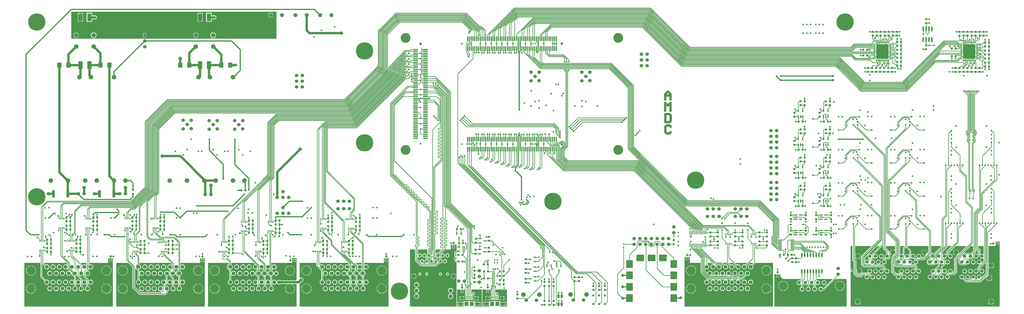
<source format=gtl>
G04*
G04 #@! TF.GenerationSoftware,Altium Limited,Altium Designer,18.1.6 (161)*
G04*
G04 Layer_Physical_Order=1*
G04 Layer_Color=255*
%FSLAX25Y25*%
%MOIN*%
G70*
G01*
G75*
%ADD11C,0.02000*%
%ADD17C,0.01000*%
%ADD18C,0.01500*%
%ADD28R,0.03937X0.05906*%
%ADD29R,0.03740X0.03740*%
%ADD30R,0.03740X0.03740*%
%ADD31R,0.02362X0.01968*%
%ADD32R,0.07500X0.13500*%
%ADD33R,0.07500X0.09000*%
%ADD34R,0.02441X0.04803*%
%ADD35R,0.01654X0.03500*%
%ADD36R,0.01200X0.03200*%
%ADD37R,0.03200X0.01200*%
%ADD38R,0.11811X0.13780*%
%ADD39R,0.13780X0.11811*%
%ADD40R,0.08000X0.02000*%
%ADD41R,0.02000X0.08000*%
%ADD42O,0.02362X0.07874*%
%ADD43R,0.01575X0.05315*%
%ADD44R,0.04900X0.12500*%
%ADD45O,0.02362X0.08661*%
%ADD46R,0.05709X0.02165*%
%ADD47R,0.05709X0.02165*%
%ADD48R,0.05118X0.02362*%
%ADD49R,0.06299X0.05512*%
%ADD50R,0.09055X0.05118*%
%ADD51R,0.07087X0.07480*%
%ADD52R,0.02362X0.05118*%
%ADD53R,0.01181X0.06299*%
%ADD54O,0.06890X0.01181*%
%ADD55C,0.04000*%
%ADD62R,0.21693X0.25787*%
%ADD95C,0.03000*%
%ADD97C,0.30000*%
%ADD98C,0.06700*%
%ADD99C,0.16000*%
%ADD100C,0.07874*%
%ADD101C,0.07000*%
%ADD102C,0.05000*%
%ADD103C,0.08200*%
%ADD104C,0.06000*%
%ADD105C,0.15748*%
%ADD106C,0.04598*%
%ADD107C,0.17000*%
%ADD108C,0.03937*%
%ADD109C,0.08858*%
%ADD110C,0.04000*%
%ADD111C,0.02500*%
%ADD112C,0.02598*%
G36*
X440000Y468000D02*
X211262D01*
X211000Y468035D01*
X210738Y468000D01*
X83000D01*
Y515000D01*
X440000D01*
Y468000D01*
D02*
G37*
G36*
X753500Y107323D02*
X753413D01*
Y103157D01*
X753500D01*
Y99843D01*
X753413D01*
Y99133D01*
X752976Y98841D01*
X752322Y98187D01*
X752000Y98251D01*
X751024Y98057D01*
X750198Y97505D01*
X749645Y96678D01*
X749451Y95702D01*
X749645Y94727D01*
X750198Y93900D01*
X750270Y93851D01*
Y93415D01*
X750196Y93300D01*
X749645Y92475D01*
X749451Y91500D01*
X749645Y90525D01*
X750198Y89698D01*
X751024Y89145D01*
X751234Y89103D01*
Y88594D01*
X751024Y88552D01*
X750198Y87999D01*
X749645Y87172D01*
X749451Y86197D01*
X749645Y85221D01*
X750198Y84394D01*
X750471Y84212D01*
Y81416D01*
X750587Y80831D01*
X750919Y80335D01*
X752335Y78919D01*
X752831Y78587D01*
X753416Y78471D01*
X753500D01*
Y48003D01*
X753103Y47044D01*
X752965Y46000D01*
X753103Y44956D01*
X753500Y43997D01*
Y1529D01*
X672500D01*
Y101000D01*
X681471D01*
Y81672D01*
X681587Y81086D01*
X681919Y80590D01*
X690487Y72022D01*
X690983Y71690D01*
X691568Y71574D01*
X718308D01*
X718893Y71690D01*
X719389Y72022D01*
X724359Y76991D01*
X724594Y76893D01*
X725508Y76773D01*
X726422Y76893D01*
X727273Y77246D01*
X728004Y77807D01*
X728565Y78538D01*
X728918Y79390D01*
X729038Y80303D01*
X728918Y81217D01*
X728565Y82068D01*
X728004Y82799D01*
X727273Y83360D01*
X726422Y83713D01*
X725508Y83833D01*
X724594Y83713D01*
X723743Y83360D01*
X723012Y82799D01*
X722451Y82068D01*
X722098Y81217D01*
X721978Y80303D01*
X722098Y79390D01*
X722196Y79154D01*
X717674Y74633D01*
X714653D01*
X714462Y75094D01*
X716359Y76991D01*
X716594Y76893D01*
X717508Y76773D01*
X718422Y76893D01*
X719273Y77246D01*
X720004Y77807D01*
X720565Y78538D01*
X720918Y79390D01*
X721038Y80303D01*
X720918Y81217D01*
X720565Y82068D01*
X720004Y82799D01*
X719273Y83360D01*
X718422Y83713D01*
X717508Y83833D01*
X716594Y83713D01*
X715743Y83360D01*
X715129Y82890D01*
X714629Y83061D01*
Y87087D01*
X715943Y88401D01*
X716485Y88236D01*
X716487Y88227D01*
X716819Y87731D01*
X718927Y85622D01*
X719424Y85290D01*
X720009Y85174D01*
X725900D01*
X726485Y85290D01*
X726981Y85622D01*
X728351Y86991D01*
X728586Y86893D01*
X729500Y86773D01*
X730414Y86893D01*
X731265Y87246D01*
X731996Y87807D01*
X732557Y88538D01*
X732910Y89389D01*
X733030Y90303D01*
X732910Y91217D01*
X732557Y92068D01*
X731996Y92799D01*
X731265Y93360D01*
X730414Y93713D01*
X729500Y93833D01*
X728586Y93713D01*
X727735Y93360D01*
X727004Y92799D01*
X726443Y92068D01*
X726090Y91217D01*
X725970Y90303D01*
X726090Y89389D01*
X726188Y89154D01*
X725360Y88326D01*
X724927Y88369D01*
X724672Y88814D01*
X724910Y89389D01*
X725030Y90303D01*
X724910Y91217D01*
X724812Y91452D01*
X734360Y101000D01*
X743514D01*
X743534Y109458D01*
X743746Y109500D01*
X745500D01*
Y109153D01*
X751240D01*
Y109500D01*
X753500D01*
Y107323D01*
D02*
G37*
G36*
X1698471Y1529D02*
X1439000D01*
X1439000Y61640D01*
X1439500Y62050D01*
X1440000Y61951D01*
X1440975Y62145D01*
X1441802Y62698D01*
X1442355Y63525D01*
X1442549Y64500D01*
X1442355Y65475D01*
X1441802Y66302D01*
X1440975Y66855D01*
X1440000Y67049D01*
X1439500Y66949D01*
X1439000Y67360D01*
X1439000Y107000D01*
X1442134D01*
Y81837D01*
X1442250Y81252D01*
X1442582Y80755D01*
X1443971Y79366D01*
Y59172D01*
X1444087Y58586D01*
X1444419Y58090D01*
X1449090Y53419D01*
X1449586Y53087D01*
X1450172Y52971D01*
X1458000D01*
X1458585Y53087D01*
X1459081Y53419D01*
X1461133Y55471D01*
X1462941D01*
X1463821Y54591D01*
X1463619Y54103D01*
X1463481Y53059D01*
X1463619Y52015D01*
X1464022Y51042D01*
X1464663Y50206D01*
X1465499Y49565D01*
X1466471Y49162D01*
X1467516Y49025D01*
X1468560Y49162D01*
X1469533Y49565D01*
X1470369Y50206D01*
X1471010Y51042D01*
X1471413Y52015D01*
X1471550Y53059D01*
X1471413Y54103D01*
X1471010Y55076D01*
X1470369Y55912D01*
X1469533Y56553D01*
X1468560Y56956D01*
X1468450Y56971D01*
X1468483Y57471D01*
X1470143D01*
X1473606Y54008D01*
X1473481Y53059D01*
X1473619Y52015D01*
X1474022Y51042D01*
X1474663Y50206D01*
X1475498Y49565D01*
X1476472Y49162D01*
X1477516Y49025D01*
X1478560Y49162D01*
X1479533Y49565D01*
X1480369Y50206D01*
X1481010Y51042D01*
X1481413Y52015D01*
X1481550Y53059D01*
X1481413Y54103D01*
X1481010Y55076D01*
X1480369Y55912D01*
X1479533Y56553D01*
X1478560Y56956D01*
X1477516Y57094D01*
X1476472Y56956D01*
X1475498Y56553D01*
X1475435Y56504D01*
X1473268Y58671D01*
X1473429Y59145D01*
X1473560Y59162D01*
X1474533Y59565D01*
X1475369Y60206D01*
X1476010Y61042D01*
X1476413Y62015D01*
X1476550Y63059D01*
X1476413Y64103D01*
X1476010Y65076D01*
X1475369Y65912D01*
X1474533Y66553D01*
X1473560Y66956D01*
X1472516Y67094D01*
X1471472Y66956D01*
X1470498Y66553D01*
X1469663Y65912D01*
X1469022Y65076D01*
X1468619Y64103D01*
X1468481Y63059D01*
X1468619Y62015D01*
X1469022Y61042D01*
X1469071Y60978D01*
X1468850Y60529D01*
X1459672D01*
X1459086Y60413D01*
X1458590Y60081D01*
X1456538Y58029D01*
X1451633D01*
X1449029Y60633D01*
Y63416D01*
X1449529Y63449D01*
X1449624Y62730D01*
X1450131Y61507D01*
X1450937Y60457D01*
X1451987Y59650D01*
X1453211Y59144D01*
X1454024Y59037D01*
Y64043D01*
Y69050D01*
X1453211Y68943D01*
X1451987Y68436D01*
X1450937Y67630D01*
X1450131Y66580D01*
X1449624Y65356D01*
X1449529Y64638D01*
X1449029Y64671D01*
Y80828D01*
X1448913Y81414D01*
X1448581Y81910D01*
X1447193Y83299D01*
Y85531D01*
X1447666Y85691D01*
X1447846Y85457D01*
X1448897Y84650D01*
X1450120Y84144D01*
X1450933Y84037D01*
Y89043D01*
Y94050D01*
X1450120Y93943D01*
X1448897Y93436D01*
X1447846Y92630D01*
X1447666Y92395D01*
X1447193Y92556D01*
Y107000D01*
X1474855D01*
X1475047Y106538D01*
X1457919Y89410D01*
X1457587Y88914D01*
X1457471Y88328D01*
Y74672D01*
X1457587Y74086D01*
X1457919Y73590D01*
X1461590Y69919D01*
X1462086Y69587D01*
X1462672Y69471D01*
X1493382D01*
X1494986Y67866D01*
Y67693D01*
X1494048Y66754D01*
X1493560Y66956D01*
X1492516Y67094D01*
X1491471Y66956D01*
X1490499Y66553D01*
X1489663Y65912D01*
X1489022Y65076D01*
X1488619Y64103D01*
X1488481Y63059D01*
X1488619Y62015D01*
X1489022Y61042D01*
X1489663Y60206D01*
X1490499Y59565D01*
X1491471Y59162D01*
X1492516Y59025D01*
X1493560Y59162D01*
X1494533Y59565D01*
X1495369Y60206D01*
X1496010Y61042D01*
X1496413Y62015D01*
X1496550Y63059D01*
X1496413Y64103D01*
X1496211Y64591D01*
X1497516Y65896D01*
X1498821Y64591D01*
X1498619Y64103D01*
X1498481Y63059D01*
X1498619Y62015D01*
X1499022Y61042D01*
X1499663Y60206D01*
X1500498Y59565D01*
X1501472Y59162D01*
X1502516Y59025D01*
X1503560Y59162D01*
X1504533Y59565D01*
X1505369Y60206D01*
X1506010Y61042D01*
X1506413Y62015D01*
X1506550Y63059D01*
X1506413Y64103D01*
X1506010Y65076D01*
X1505369Y65912D01*
X1504533Y66553D01*
X1503560Y66956D01*
X1502516Y67094D01*
X1501472Y66956D01*
X1500984Y66754D01*
X1500045Y67693D01*
Y69328D01*
X1499929Y69914D01*
X1499597Y70410D01*
X1495926Y74081D01*
X1495429Y74413D01*
X1494844Y74529D01*
X1487705D01*
X1487672Y75029D01*
X1487840Y75051D01*
X1488560Y75146D01*
X1489533Y75549D01*
X1490369Y76191D01*
X1491010Y77026D01*
X1491413Y77999D01*
X1491550Y79043D01*
X1491413Y80088D01*
X1491010Y81061D01*
X1490369Y81896D01*
X1489533Y82537D01*
X1488560Y82940D01*
X1487516Y83078D01*
X1486471Y82940D01*
X1485499Y82537D01*
X1484663Y81896D01*
X1484022Y81061D01*
X1483619Y80088D01*
X1483481Y79043D01*
X1483619Y77999D01*
X1484022Y77026D01*
X1484663Y76191D01*
X1485499Y75549D01*
X1486471Y75146D01*
X1487192Y75051D01*
X1487359Y75029D01*
X1487327Y74529D01*
X1477705D01*
X1477672Y75029D01*
X1478560Y75146D01*
X1479533Y75549D01*
X1480369Y76191D01*
X1481010Y77026D01*
X1481413Y77999D01*
X1481550Y79043D01*
X1481413Y80088D01*
X1481010Y81061D01*
X1480369Y81896D01*
X1479533Y82537D01*
X1478560Y82940D01*
X1477516Y83078D01*
X1476862Y82992D01*
X1476628Y83465D01*
X1478581Y85419D01*
X1478913Y85915D01*
X1478981Y86258D01*
X1479516Y86382D01*
X1479663Y86190D01*
X1480499Y85549D01*
X1481472Y85146D01*
X1482516Y85009D01*
X1483560Y85146D01*
X1484533Y85549D01*
X1485369Y86190D01*
X1486010Y87026D01*
X1486413Y87999D01*
X1486550Y89043D01*
X1486413Y90087D01*
X1486010Y91061D01*
X1485369Y91896D01*
X1484533Y92537D01*
X1483560Y92940D01*
X1482516Y93078D01*
X1481472Y92940D01*
X1480499Y92537D01*
X1480107Y92237D01*
X1479776Y92613D01*
X1494163Y107000D01*
X1495685D01*
Y101957D01*
X1495801Y101372D01*
X1496133Y100876D01*
X1500986Y96022D01*
Y92739D01*
X1500498Y92537D01*
X1499663Y91896D01*
X1499022Y91061D01*
X1498619Y90087D01*
X1498481Y89043D01*
X1498619Y87999D01*
X1499022Y87026D01*
X1499102Y86921D01*
X1498881Y86473D01*
X1497249D01*
X1496211Y87511D01*
X1496413Y87999D01*
X1496550Y89043D01*
X1496413Y90087D01*
X1496010Y91061D01*
X1495369Y91896D01*
X1494533Y92537D01*
X1493560Y92940D01*
X1492516Y93078D01*
X1491471Y92940D01*
X1490499Y92537D01*
X1489663Y91896D01*
X1489022Y91061D01*
X1488619Y90087D01*
X1488481Y89043D01*
X1488619Y87999D01*
X1489022Y87026D01*
X1489663Y86190D01*
X1490499Y85549D01*
X1491471Y85146D01*
X1492516Y85009D01*
X1493560Y85146D01*
X1494048Y85348D01*
X1495534Y83862D01*
X1496031Y83530D01*
X1496465Y83444D01*
X1496472Y82940D01*
X1495498Y82537D01*
X1494663Y81896D01*
X1494022Y81061D01*
X1493619Y80088D01*
X1493481Y79043D01*
X1493619Y77999D01*
X1494022Y77026D01*
X1494663Y76191D01*
X1495498Y75549D01*
X1496472Y75146D01*
X1497516Y75009D01*
X1498560Y75146D01*
X1499533Y75549D01*
X1500369Y76191D01*
X1501010Y77026D01*
X1501413Y77999D01*
X1501550Y79043D01*
X1501413Y80088D01*
X1501010Y81061D01*
X1500369Y81896D01*
X1499533Y82537D01*
X1498560Y82940D01*
X1498664Y83414D01*
X1504214D01*
X1504799Y83530D01*
X1505295Y83862D01*
X1507697Y86264D01*
X1508029Y86760D01*
X1508145Y87345D01*
Y92708D01*
X1508619Y92869D01*
X1508929Y92464D01*
X1509980Y91658D01*
X1511203Y91151D01*
X1512016Y91044D01*
Y96051D01*
Y101058D01*
X1511203Y100951D01*
X1509980Y100444D01*
X1508929Y99638D01*
X1508123Y98588D01*
X1507616Y97364D01*
X1507595Y97202D01*
X1507121Y97042D01*
X1500744Y103419D01*
Y107000D01*
X1516516D01*
Y99847D01*
X1516016Y99705D01*
X1515052Y100444D01*
X1513829Y100951D01*
X1513016Y101058D01*
Y96051D01*
Y90883D01*
X1513162Y90586D01*
X1510119Y87543D01*
X1509787Y87046D01*
X1509671Y86461D01*
Y61972D01*
X1509787Y61386D01*
X1510119Y60890D01*
X1516090Y54919D01*
X1516586Y54587D01*
X1517172Y54471D01*
X1518297D01*
X1518601Y53971D01*
X1518481Y53059D01*
X1518619Y52015D01*
X1519022Y51042D01*
X1519663Y50206D01*
X1520498Y49565D01*
X1521472Y49162D01*
X1522516Y49025D01*
X1523560Y49162D01*
X1524533Y49565D01*
X1525369Y50206D01*
X1526010Y51042D01*
X1526413Y52015D01*
X1526550Y53059D01*
X1526413Y54103D01*
X1526010Y55076D01*
X1525369Y55912D01*
X1525257Y55997D01*
X1525418Y56471D01*
X1526926D01*
X1528816Y54580D01*
X1528619Y54103D01*
X1528481Y53059D01*
X1528619Y52015D01*
X1529022Y51042D01*
X1529663Y50206D01*
X1530499Y49565D01*
X1531472Y49162D01*
X1532516Y49025D01*
X1533560Y49162D01*
X1534533Y49565D01*
X1535369Y50206D01*
X1536010Y51042D01*
X1536413Y52015D01*
X1536550Y53059D01*
X1536413Y54103D01*
X1536010Y55076D01*
X1535369Y55912D01*
X1534533Y56553D01*
X1533560Y56956D01*
X1532516Y57094D01*
X1531472Y56956D01*
X1530972Y56749D01*
X1528943Y58779D01*
X1529060Y59369D01*
X1529533Y59565D01*
X1530369Y60206D01*
X1531010Y61042D01*
X1531413Y62015D01*
X1531550Y63059D01*
X1531413Y64103D01*
X1531010Y65076D01*
X1530369Y65912D01*
X1529533Y66553D01*
X1528560Y66956D01*
X1527516Y67094D01*
X1526472Y66956D01*
X1525498Y66553D01*
X1524663Y65912D01*
X1524022Y65076D01*
X1523619Y64103D01*
X1523481Y63059D01*
X1523619Y62015D01*
X1524022Y61042D01*
X1524663Y60206D01*
X1524893Y60029D01*
X1524724Y59529D01*
X1518633D01*
X1514729Y63433D01*
Y73108D01*
X1515191Y73300D01*
X1518229Y70262D01*
X1518725Y69930D01*
X1519311Y69814D01*
X1549523D01*
X1549971Y69367D01*
Y67693D01*
X1549037Y66759D01*
X1548560Y66956D01*
X1547516Y67094D01*
X1546472Y66956D01*
X1545498Y66553D01*
X1544663Y65912D01*
X1544022Y65076D01*
X1543619Y64103D01*
X1543481Y63059D01*
X1543619Y62015D01*
X1544022Y61042D01*
X1544663Y60206D01*
X1545498Y59565D01*
X1546472Y59162D01*
X1547516Y59025D01*
X1548560Y59162D01*
X1549533Y59565D01*
X1550369Y60206D01*
X1551010Y61042D01*
X1551413Y62015D01*
X1551550Y63059D01*
X1551413Y64103D01*
X1551206Y64602D01*
X1552500Y65896D01*
X1553816Y64580D01*
X1553619Y64103D01*
X1553481Y63059D01*
X1553619Y62015D01*
X1554022Y61042D01*
X1554663Y60206D01*
X1555499Y59565D01*
X1556472Y59162D01*
X1557516Y59025D01*
X1558560Y59162D01*
X1559533Y59565D01*
X1560369Y60206D01*
X1561010Y61042D01*
X1561413Y62015D01*
X1561550Y63059D01*
X1561413Y64103D01*
X1561010Y65076D01*
X1560369Y65912D01*
X1559533Y66553D01*
X1558560Y66956D01*
X1557516Y67094D01*
X1556472Y66956D01*
X1555972Y66749D01*
X1555029Y67693D01*
Y70828D01*
X1554913Y71414D01*
X1554581Y71910D01*
X1552067Y74425D01*
X1551808Y74598D01*
X1551989Y75078D01*
X1552516Y75009D01*
X1553560Y75146D01*
X1554533Y75549D01*
X1555369Y76191D01*
X1556010Y77026D01*
X1556413Y77999D01*
X1556550Y79043D01*
X1556413Y80088D01*
X1556010Y81061D01*
X1555369Y81896D01*
X1555237Y81997D01*
X1555398Y82471D01*
X1567828D01*
X1568414Y82587D01*
X1568910Y82919D01*
X1576371Y90379D01*
X1576871Y90172D01*
Y87033D01*
X1572319Y82481D01*
X1571987Y81985D01*
X1571871Y81400D01*
Y77345D01*
X1571987Y76760D01*
X1572319Y76264D01*
X1574720Y73862D01*
X1575216Y73530D01*
X1575802Y73414D01*
X1583400D01*
X1583985Y73530D01*
X1584481Y73862D01*
X1585972Y75353D01*
X1586471Y75146D01*
X1587516Y75009D01*
X1588560Y75146D01*
X1589533Y75549D01*
X1590369Y76191D01*
X1590497Y76358D01*
X1590971Y76197D01*
Y72633D01*
X1586419Y68081D01*
X1586087Y67585D01*
X1585971Y67000D01*
Y65905D01*
X1585497Y65744D01*
X1585369Y65912D01*
X1584533Y66553D01*
X1583560Y66956D01*
X1582516Y67094D01*
X1581472Y66956D01*
X1580499Y66553D01*
X1579663Y65912D01*
X1579022Y65076D01*
X1578619Y64103D01*
X1578481Y63059D01*
X1578619Y62015D01*
X1579022Y61042D01*
X1579663Y60206D01*
X1580499Y59565D01*
X1580949Y59378D01*
X1581067Y58789D01*
X1579037Y56759D01*
X1578560Y56956D01*
X1577516Y57094D01*
X1576472Y56956D01*
X1575498Y56553D01*
X1574663Y55912D01*
X1574022Y55076D01*
X1573619Y54103D01*
X1573481Y53059D01*
X1573619Y52015D01*
X1574022Y51042D01*
X1574663Y50206D01*
X1575498Y49565D01*
X1576472Y49162D01*
X1577516Y49025D01*
X1578560Y49162D01*
X1579533Y49565D01*
X1580369Y50206D01*
X1581010Y51042D01*
X1581413Y52015D01*
X1581550Y53059D01*
X1581413Y54103D01*
X1581206Y54602D01*
X1583074Y56471D01*
X1584613D01*
X1584774Y55997D01*
X1584663Y55912D01*
X1584022Y55076D01*
X1583619Y54103D01*
X1583481Y53059D01*
X1583619Y52015D01*
X1584022Y51042D01*
X1584663Y50206D01*
X1585499Y49565D01*
X1586471Y49162D01*
X1587516Y49025D01*
X1588560Y49162D01*
X1589533Y49565D01*
X1590369Y50206D01*
X1591010Y51042D01*
X1591413Y52015D01*
X1591550Y53059D01*
X1591413Y54103D01*
X1591206Y54602D01*
X1593074Y56471D01*
X1594570D01*
X1594739Y55971D01*
X1594663Y55912D01*
X1594022Y55076D01*
X1593619Y54103D01*
X1593481Y53059D01*
X1593619Y52015D01*
X1594022Y51042D01*
X1594663Y50206D01*
X1595498Y49565D01*
X1596472Y49162D01*
X1597516Y49025D01*
X1598560Y49162D01*
X1599533Y49565D01*
X1600369Y50206D01*
X1601010Y51042D01*
X1601413Y52015D01*
X1601550Y53059D01*
X1601413Y54103D01*
X1601010Y55076D01*
X1600369Y55912D01*
X1599533Y56553D01*
X1598560Y56956D01*
X1597516Y57094D01*
X1596880Y57010D01*
X1596646Y57483D01*
X1598581Y59419D01*
X1598913Y59915D01*
X1598984Y60270D01*
X1599518Y60395D01*
X1599663Y60206D01*
X1600499Y59565D01*
X1601472Y59162D01*
X1602516Y59025D01*
X1603560Y59162D01*
X1604037Y59360D01*
X1606131Y57265D01*
X1606034Y56775D01*
X1605499Y56553D01*
X1604663Y55912D01*
X1604022Y55076D01*
X1603619Y54103D01*
X1603481Y53059D01*
X1603619Y52015D01*
X1604022Y51042D01*
X1604663Y50206D01*
X1605499Y49565D01*
X1606471Y49162D01*
X1607516Y49025D01*
X1608560Y49162D01*
X1609533Y49565D01*
X1610369Y50206D01*
X1611010Y51042D01*
X1611413Y52015D01*
X1611550Y53059D01*
X1611413Y54103D01*
X1611010Y55076D01*
X1610369Y55912D01*
X1610258Y55997D01*
X1610418Y56471D01*
X1619328D01*
X1619914Y56587D01*
X1620410Y56919D01*
X1624081Y60590D01*
X1624413Y61086D01*
X1624529Y61672D01*
Y83367D01*
X1626409Y85246D01*
X1626871Y85054D01*
Y77345D01*
X1626987Y76760D01*
X1627319Y76264D01*
X1629720Y73862D01*
X1630216Y73530D01*
X1630802Y73414D01*
X1638400D01*
X1638985Y73530D01*
X1639481Y73862D01*
X1640973Y75353D01*
X1641471Y75146D01*
X1642516Y75009D01*
X1643560Y75146D01*
X1644533Y75549D01*
X1645369Y76191D01*
X1646010Y77026D01*
X1646413Y77999D01*
X1646550Y79043D01*
X1646413Y80088D01*
X1646010Y81061D01*
X1645369Y81896D01*
X1644533Y82537D01*
X1643560Y82940D01*
X1643664Y83414D01*
X1649214D01*
X1649799Y83530D01*
X1650295Y83862D01*
X1653410Y86976D01*
X1653466Y87061D01*
X1654022Y87026D01*
X1654663Y86190D01*
X1655499Y85549D01*
X1656471Y85146D01*
X1657516Y85009D01*
X1658560Y85146D01*
X1659533Y85549D01*
X1660369Y86190D01*
X1661010Y87026D01*
X1661413Y87999D01*
X1661550Y89043D01*
X1661413Y90087D01*
X1661230Y90528D01*
X1662583Y91880D01*
X1663840Y90623D01*
X1663619Y90087D01*
X1663481Y89043D01*
X1663619Y87999D01*
X1664022Y87026D01*
X1664663Y86190D01*
X1665499Y85549D01*
X1666471Y85146D01*
X1667516Y85009D01*
X1668560Y85146D01*
X1669533Y85549D01*
X1669971Y85885D01*
X1670471Y85638D01*
Y80879D01*
X1666504Y76913D01*
X1666080Y77196D01*
X1666413Y77999D01*
X1666550Y79043D01*
X1666413Y80088D01*
X1666010Y81061D01*
X1665369Y81896D01*
X1664533Y82537D01*
X1663560Y82940D01*
X1662516Y83078D01*
X1661472Y82940D01*
X1660498Y82537D01*
X1659663Y81896D01*
X1659022Y81061D01*
X1658619Y80088D01*
X1658481Y79043D01*
X1658619Y77999D01*
X1659022Y77026D01*
X1659663Y76191D01*
X1660498Y75549D01*
X1661472Y75146D01*
X1662516Y75009D01*
X1663560Y75146D01*
X1664363Y75479D01*
X1664647Y75055D01*
X1660501Y70910D01*
X1660170Y70414D01*
X1660053Y69828D01*
Y67693D01*
X1659095Y66734D01*
X1658560Y66956D01*
X1657516Y67094D01*
X1656471Y66956D01*
X1655499Y66553D01*
X1654663Y65912D01*
X1654022Y65076D01*
X1653619Y64103D01*
X1653481Y63059D01*
X1653619Y62015D01*
X1654022Y61042D01*
X1654663Y60206D01*
X1655499Y59565D01*
X1656471Y59162D01*
X1657516Y59025D01*
X1658560Y59162D01*
X1659533Y59565D01*
X1660369Y60206D01*
X1661010Y61042D01*
X1661413Y62015D01*
X1661550Y63059D01*
X1661413Y64103D01*
X1661230Y64544D01*
X1662583Y65896D01*
X1663840Y64639D01*
X1663619Y64103D01*
X1663481Y63059D01*
X1663619Y62015D01*
X1664022Y61042D01*
X1664663Y60206D01*
X1665499Y59565D01*
X1666471Y59162D01*
X1667516Y59025D01*
X1668560Y59162D01*
X1669533Y59565D01*
X1670369Y60206D01*
X1671010Y61042D01*
X1671413Y62015D01*
X1671550Y63059D01*
X1671413Y64103D01*
X1671010Y65076D01*
X1670369Y65912D01*
X1669533Y66553D01*
X1668560Y66956D01*
X1667516Y67094D01*
X1666471Y66956D01*
X1666031Y66774D01*
X1665112Y67693D01*
Y68366D01*
X1673609Y76863D01*
X1674071Y76672D01*
Y59233D01*
X1666927Y52090D01*
X1666453Y52323D01*
X1666550Y53059D01*
X1666413Y54103D01*
X1666010Y55076D01*
X1665369Y55912D01*
X1664533Y56553D01*
X1663560Y56956D01*
X1662516Y57094D01*
X1661472Y56956D01*
X1660498Y56553D01*
X1659663Y55912D01*
X1659022Y55076D01*
X1658619Y54103D01*
X1658481Y53059D01*
X1658619Y52015D01*
X1659022Y51042D01*
X1659663Y50206D01*
X1660498Y49565D01*
X1660585Y49529D01*
X1660485Y49029D01*
X1654546D01*
X1654447Y49529D01*
X1654533Y49565D01*
X1655369Y50206D01*
X1656010Y51042D01*
X1656413Y52015D01*
X1656550Y53059D01*
X1656413Y54103D01*
X1656010Y55076D01*
X1655369Y55912D01*
X1654533Y56553D01*
X1653560Y56956D01*
X1652516Y57094D01*
X1651472Y56956D01*
X1650499Y56553D01*
X1649663Y55912D01*
X1649022Y55076D01*
X1648619Y54103D01*
X1648481Y53059D01*
X1648619Y52015D01*
X1649022Y51042D01*
X1649663Y50206D01*
X1650499Y49565D01*
X1650585Y49529D01*
X1650485Y49029D01*
X1648693D01*
X1646206Y51516D01*
X1646413Y52015D01*
X1646550Y53059D01*
X1646413Y54103D01*
X1646010Y55076D01*
X1645369Y55912D01*
X1644533Y56553D01*
X1643560Y56956D01*
X1642516Y57094D01*
X1641471Y56956D01*
X1640499Y56553D01*
X1639663Y55912D01*
X1639022Y55076D01*
X1638619Y54103D01*
X1638481Y53059D01*
X1638619Y52015D01*
X1639022Y51042D01*
X1639663Y50206D01*
X1640499Y49565D01*
X1641471Y49162D01*
X1642516Y49025D01*
X1643560Y49162D01*
X1644037Y49360D01*
X1645905Y47491D01*
X1645713Y47029D01*
X1640693D01*
X1636206Y51516D01*
X1636413Y52015D01*
X1636550Y53059D01*
X1636413Y54103D01*
X1636010Y55076D01*
X1635369Y55912D01*
X1634533Y56553D01*
X1633560Y56956D01*
X1632516Y57094D01*
X1631471Y56956D01*
X1630499Y56553D01*
X1629663Y55912D01*
X1629022Y55076D01*
X1628619Y54103D01*
X1628481Y53059D01*
X1628619Y52015D01*
X1629022Y51042D01*
X1629663Y50206D01*
X1630499Y49565D01*
X1631471Y49162D01*
X1632516Y49025D01*
X1633560Y49162D01*
X1634037Y49360D01*
X1638978Y44418D01*
X1639474Y44087D01*
X1640059Y43971D01*
X1665328D01*
X1665914Y44087D01*
X1666410Y44419D01*
X1675402Y53411D01*
X1675826Y53128D01*
X1675510Y52364D01*
X1675403Y51551D01*
X1679909D01*
Y56058D01*
X1679097Y55951D01*
X1678333Y55635D01*
X1678050Y56059D01*
X1678681Y56690D01*
X1679013Y57186D01*
X1679129Y57772D01*
Y69716D01*
X1679603Y69877D01*
X1679913Y69472D01*
X1680964Y68666D01*
X1682187Y68159D01*
X1683000Y68052D01*
Y73059D01*
Y78066D01*
X1682187Y77959D01*
X1680964Y77452D01*
X1679913Y76646D01*
X1679603Y76241D01*
X1679129Y76402D01*
Y107000D01*
X1685500D01*
X1691000D01*
Y115000D01*
X1698471D01*
Y1529D01*
D02*
G37*
G36*
X1652371Y107000D02*
Y98533D01*
X1648510Y94673D01*
X1636489D01*
X1636297Y95135D01*
X1648163Y107000D01*
X1652371D01*
D02*
G37*
G36*
X1596471D02*
Y106133D01*
X1585010Y94673D01*
X1580802D01*
X1580217Y94556D01*
X1580029Y94431D01*
X1579529Y94699D01*
Y107000D01*
X1596471D01*
D02*
G37*
G36*
X1574471D02*
Y95634D01*
X1572519Y93682D01*
X1572095Y93965D01*
X1572415Y94738D01*
X1572523Y95551D01*
X1568016D01*
Y91044D01*
X1568829Y91151D01*
X1569602Y91472D01*
X1569885Y91048D01*
X1566366Y87529D01*
X1561668D01*
X1561424Y87894D01*
X1561417Y88029D01*
X1561550Y89043D01*
X1561413Y90087D01*
X1561010Y91061D01*
X1560369Y91896D01*
X1559533Y92537D01*
X1558560Y92940D01*
X1557516Y93078D01*
X1556472Y92940D01*
X1555499Y92537D01*
X1554663Y91896D01*
X1554022Y91061D01*
X1553619Y90087D01*
X1553481Y89043D01*
X1553619Y87999D01*
X1554022Y87026D01*
X1554663Y86190D01*
X1554873Y86029D01*
X1554703Y85529D01*
X1553177D01*
X1551206Y87500D01*
X1551413Y87999D01*
X1551550Y89043D01*
X1551413Y90087D01*
X1551010Y91061D01*
X1550369Y91896D01*
X1549533Y92537D01*
X1548560Y92940D01*
X1547516Y93078D01*
X1546472Y92940D01*
X1545498Y92537D01*
X1544663Y91896D01*
X1544503Y91688D01*
X1544029Y91848D01*
Y99498D01*
X1543913Y100083D01*
X1543581Y100580D01*
X1538193Y105968D01*
Y107000D01*
X1574471Y107000D01*
D02*
G37*
G36*
X726552Y101000D02*
X726744Y100538D01*
X721638Y95433D01*
X720009D01*
X719424Y95316D01*
X718927Y94985D01*
X717491Y93549D01*
X717029Y93740D01*
Y101000D01*
X726552D01*
D02*
G37*
G36*
X1640355Y107000D02*
X1640547Y106538D01*
X1627398Y93389D01*
X1626974Y93672D01*
X1627415Y94738D01*
X1627522Y95551D01*
X1623016D01*
Y91044D01*
X1623829Y91151D01*
X1624895Y91593D01*
X1625178Y91169D01*
X1619919Y85910D01*
X1619587Y85414D01*
X1619471Y84828D01*
Y63134D01*
X1617867Y61529D01*
X1616721D01*
X1616409Y61925D01*
X1616415Y62029D01*
X1616550Y63059D01*
X1616413Y64103D01*
X1616010Y65076D01*
X1615369Y65912D01*
X1614533Y66553D01*
X1613560Y66956D01*
X1612516Y67094D01*
X1611472Y66956D01*
X1610498Y66553D01*
X1609663Y65912D01*
X1609022Y65076D01*
X1608619Y64103D01*
X1608481Y63059D01*
X1608619Y62015D01*
X1609022Y61042D01*
X1609663Y60206D01*
X1609893Y60029D01*
X1609724Y59529D01*
X1608192D01*
X1606206Y61516D01*
X1606413Y62015D01*
X1606550Y63059D01*
X1606413Y64103D01*
X1606010Y65076D01*
X1605369Y65912D01*
X1604533Y66553D01*
X1603560Y66956D01*
X1602516Y67094D01*
X1601472Y66956D01*
X1600499Y66553D01*
X1599663Y65912D01*
X1599503Y65703D01*
X1599029Y65864D01*
Y69867D01*
X1603581Y74419D01*
X1603913Y74915D01*
X1604029Y75500D01*
Y76238D01*
X1604503Y76399D01*
X1604663Y76191D01*
X1605499Y75549D01*
X1606471Y75146D01*
X1607516Y75009D01*
X1608560Y75146D01*
X1609533Y75549D01*
X1610369Y76191D01*
X1611010Y77026D01*
X1611413Y77999D01*
X1611550Y79043D01*
X1611413Y80088D01*
X1611010Y81061D01*
X1610369Y81896D01*
X1609533Y82537D01*
X1608560Y82940D01*
X1607516Y83078D01*
X1606471Y82940D01*
X1605499Y82537D01*
X1604663Y81896D01*
X1604502Y81687D01*
X1603967Y81811D01*
X1603913Y82085D01*
X1603581Y82581D01*
X1601528Y84635D01*
X1601762Y85108D01*
X1602516Y85009D01*
X1603560Y85146D01*
X1604533Y85549D01*
X1605369Y86190D01*
X1606010Y87026D01*
X1606413Y87999D01*
X1606550Y89043D01*
X1606413Y90087D01*
X1606206Y90587D01*
X1607500Y91880D01*
X1608816Y90564D01*
X1608619Y90087D01*
X1608481Y89043D01*
X1608619Y87999D01*
X1609022Y87026D01*
X1609663Y86190D01*
X1610498Y85549D01*
X1611472Y85146D01*
X1612516Y85009D01*
X1613560Y85146D01*
X1614533Y85549D01*
X1615369Y86190D01*
X1616010Y87026D01*
X1616413Y87999D01*
X1616550Y89043D01*
X1616413Y90087D01*
X1616010Y91061D01*
X1615369Y91896D01*
X1614533Y92537D01*
X1613560Y92940D01*
X1612516Y93078D01*
X1611472Y92940D01*
X1610973Y92734D01*
X1610029Y93677D01*
Y94867D01*
X1622163Y107000D01*
X1640355D01*
D02*
G37*
G36*
X1614355D02*
X1614547Y106538D01*
X1605419Y97410D01*
X1605087Y96914D01*
X1604971Y96328D01*
Y93677D01*
X1604037Y92743D01*
X1603560Y92940D01*
X1602516Y93078D01*
X1601472Y92940D01*
X1600499Y92537D01*
X1599663Y91896D01*
X1599503Y91688D01*
X1599029Y91848D01*
Y96447D01*
X1607581Y104999D01*
X1607913Y105495D01*
X1608029Y106080D01*
Y107000D01*
X1614355D01*
D02*
G37*
G36*
X1660053Y98366D02*
Y93677D01*
X1659095Y92719D01*
X1658560Y92940D01*
X1657516Y93078D01*
X1656471Y92940D01*
X1655499Y92537D01*
X1654663Y91896D01*
X1654358Y91499D01*
X1653858Y91668D01*
Y92866D01*
X1656981Y95990D01*
X1657313Y96486D01*
X1657429Y97072D01*
Y100337D01*
X1657891Y100529D01*
X1660053Y98366D01*
D02*
G37*
G36*
X1532630Y107000D02*
X1532837Y106500D01*
X1530519Y104181D01*
X1530187Y103685D01*
X1530071Y103100D01*
X1530086Y103021D01*
Y92678D01*
X1529638Y92457D01*
X1529533Y92537D01*
X1528560Y92940D01*
X1527516Y93078D01*
X1526472Y92940D01*
X1525629Y92592D01*
X1525129Y92822D01*
Y107000D01*
X1532630D01*
D02*
G37*
G36*
X1670471Y107000D02*
Y92448D01*
X1669971Y92202D01*
X1669533Y92537D01*
X1668560Y92940D01*
X1667516Y93078D01*
X1666471Y92940D01*
X1666031Y92758D01*
X1665112Y93677D01*
Y99828D01*
X1664996Y100414D01*
X1664664Y100910D01*
X1661029Y104545D01*
Y107000D01*
X1670471D01*
D02*
G37*
G36*
X1535174Y104360D02*
X1535571Y104256D01*
X1535603Y104233D01*
X1540971Y98865D01*
Y91889D01*
X1540497Y91729D01*
X1540369Y91896D01*
X1539533Y92537D01*
X1538560Y92940D01*
X1537516Y93078D01*
X1536471Y92940D01*
X1535499Y92537D01*
X1534663Y91896D01*
X1534022Y91061D01*
X1533619Y90087D01*
X1533145Y90191D01*
Y102482D01*
X1535036Y104374D01*
X1535174Y104360D01*
D02*
G37*
G36*
X1489184Y107000D02*
X1489375Y106538D01*
X1476419Y93581D01*
X1476087Y93085D01*
X1475971Y92500D01*
Y91889D01*
X1475497Y91729D01*
X1475369Y91896D01*
X1474533Y92537D01*
X1473560Y92940D01*
X1472516Y93078D01*
X1471589Y92956D01*
X1471366Y93280D01*
X1471328Y93402D01*
X1484926Y107000D01*
X1489184D01*
D02*
G37*
G36*
X702129Y101000D02*
X702517Y100500D01*
X702471Y100268D01*
Y92105D01*
X702443Y92068D01*
X702090Y91217D01*
X701970Y90303D01*
X702090Y89389D01*
X702380Y88690D01*
X702181Y88279D01*
X702084Y88184D01*
X701813Y88153D01*
X700812Y89154D01*
X700910Y89389D01*
X701030Y90303D01*
X700910Y91217D01*
X700557Y92068D01*
X699996Y92799D01*
X699265Y93360D01*
X698414Y93713D01*
X697500Y93833D01*
X696586Y93713D01*
X695735Y93360D01*
X695004Y92799D01*
X694443Y92068D01*
X694090Y91217D01*
X693970Y90303D01*
X694090Y89389D01*
X694443Y88538D01*
X695004Y87807D01*
X695735Y87246D01*
X696586Y86893D01*
X697500Y86773D01*
X698414Y86893D01*
X698649Y86991D01*
X700222Y85419D01*
X700718Y85087D01*
X701303Y84971D01*
X706788D01*
X707373Y85087D01*
X707471Y85152D01*
X707971Y84885D01*
Y83458D01*
X707735Y83360D01*
X707004Y82799D01*
X706443Y82068D01*
X706090Y81217D01*
X705970Y80303D01*
X706090Y79390D01*
X706324Y78825D01*
X706066Y78376D01*
X705641Y78333D01*
X704820Y79154D01*
X704918Y79390D01*
X705038Y80303D01*
X704918Y81217D01*
X704565Y82068D01*
X704004Y82799D01*
X703273Y83360D01*
X702422Y83713D01*
X701508Y83833D01*
X700594Y83713D01*
X699743Y83360D01*
X699012Y82799D01*
X698451Y82068D01*
X698098Y81217D01*
X697978Y80303D01*
X698098Y79390D01*
X698451Y78538D01*
X699012Y77807D01*
X699743Y77246D01*
X700016Y77133D01*
X699917Y76633D01*
X695099D01*
X694999Y77133D01*
X695273Y77246D01*
X696004Y77807D01*
X696565Y78538D01*
X696918Y79390D01*
X697038Y80303D01*
X696918Y81217D01*
X696565Y82068D01*
X696004Y82799D01*
X695273Y83360D01*
X694422Y83713D01*
X693508Y83833D01*
X692594Y83713D01*
X691743Y83360D01*
X691012Y82799D01*
X690451Y82068D01*
X690098Y81217D01*
X689988Y80382D01*
X689551Y80112D01*
X686529Y83134D01*
Y87647D01*
X686858Y87759D01*
X687029Y87787D01*
X687735Y87246D01*
X688586Y86893D01*
X689500Y86773D01*
X690414Y86893D01*
X691265Y87246D01*
X691996Y87807D01*
X692557Y88538D01*
X692910Y89389D01*
X693030Y90303D01*
X692910Y91217D01*
X692557Y92068D01*
X691996Y92799D01*
X691265Y93360D01*
X690414Y93713D01*
X689500Y93833D01*
X688586Y93713D01*
X687735Y93360D01*
X687029Y92819D01*
X686858Y92847D01*
X686529Y92959D01*
Y101000D01*
X702129D01*
D02*
G37*
G36*
X315500Y1529D02*
X161500D01*
X161500Y77500D01*
X182228Y77500D01*
X189371Y70357D01*
Y34837D01*
X189487Y34252D01*
X189819Y33756D01*
X201156Y22419D01*
X201652Y22087D01*
X202237Y21971D01*
X247000D01*
X247585Y22087D01*
X248081Y22419D01*
X250365Y24702D01*
X250696Y25198D01*
X250813Y25783D01*
Y28625D01*
X251477Y28900D01*
X252386Y29597D01*
X253083Y30506D01*
X253521Y31564D01*
X253671Y32700D01*
X253521Y33836D01*
X253083Y34894D01*
X252386Y35803D01*
X251477Y36500D01*
X250419Y36938D01*
X249283Y37088D01*
X248148Y36938D01*
X247090Y36500D01*
X246181Y35803D01*
X245660Y35946D01*
X245651Y35988D01*
X250365Y40702D01*
X250696Y41198D01*
X250940Y41306D01*
X251230Y41320D01*
X251631Y40797D01*
X252540Y40100D01*
X253598Y39662D01*
X254733Y39513D01*
X255869Y39662D01*
X256927Y40100D01*
X257836Y40797D01*
X258154Y41212D01*
X258654Y41042D01*
Y36775D01*
X257990Y36500D01*
X257081Y35803D01*
X256384Y34894D01*
X255945Y33836D01*
X255796Y32700D01*
X255945Y31564D01*
X256384Y30506D01*
X257081Y29597D01*
X257990Y28900D01*
X259048Y28462D01*
X260183Y28313D01*
X261319Y28462D01*
X262377Y28900D01*
X263286Y29597D01*
X263983Y30506D01*
X264421Y31564D01*
X264571Y32700D01*
X264421Y33836D01*
X263983Y34894D01*
X263286Y35803D01*
X262377Y36500D01*
X261713Y36775D01*
Y41042D01*
X262213Y41212D01*
X262531Y40797D01*
X263440Y40100D01*
X264498Y39662D01*
X265633Y39513D01*
X266769Y39662D01*
X267827Y40100D01*
X268736Y40797D01*
X269054Y41212D01*
X269554Y41042D01*
Y36775D01*
X268890Y36500D01*
X267981Y35803D01*
X267284Y34894D01*
X266845Y33836D01*
X266696Y32700D01*
X266845Y31564D01*
X267284Y30506D01*
X267981Y29597D01*
X268890Y28900D01*
X269948Y28462D01*
X271083Y28313D01*
X272219Y28462D01*
X273277Y28900D01*
X274186Y29597D01*
X274883Y30506D01*
X275321Y31564D01*
X275471Y32700D01*
X275321Y33836D01*
X274883Y34894D01*
X274186Y35803D01*
X273277Y36500D01*
X272613Y36775D01*
Y41042D01*
X273113Y41212D01*
X273431Y40797D01*
X274340Y40100D01*
X275398Y39662D01*
X276533Y39513D01*
X277669Y39662D01*
X278727Y40100D01*
X279636Y40797D01*
X280333Y41706D01*
X280771Y42764D01*
X280921Y43900D01*
X280771Y45036D01*
X280333Y46094D01*
X279636Y47003D01*
X278727Y47700D01*
X277669Y48138D01*
X276533Y48287D01*
X275398Y48138D01*
X274340Y47700D01*
X273431Y47003D01*
X273113Y46588D01*
X272613Y46758D01*
Y53007D01*
X272496Y53592D01*
X272165Y54088D01*
X271710Y54543D01*
X271871Y55016D01*
X272219Y55062D01*
X273277Y55500D01*
X274186Y56198D01*
X274883Y57106D01*
X275321Y58164D01*
X275471Y59300D01*
X275321Y60436D01*
X274883Y61494D01*
X274186Y62402D01*
X273277Y63100D01*
X273213Y63126D01*
Y66935D01*
X273713Y67181D01*
X274340Y66700D01*
X275398Y66262D01*
X276533Y66113D01*
X277669Y66262D01*
X278727Y66700D01*
X279636Y67397D01*
X280333Y68306D01*
X280771Y69364D01*
X280921Y70500D01*
X280771Y71636D01*
X280333Y72694D01*
X279636Y73602D01*
X278727Y74300D01*
X277669Y74738D01*
X276533Y74888D01*
X275398Y74738D01*
X274340Y74300D01*
X273713Y73819D01*
X273213Y74065D01*
Y77500D01*
X307500Y77500D01*
X307500Y85500D01*
X308633D01*
Y85476D01*
X314373D01*
Y85500D01*
X315500D01*
Y1529D01*
D02*
G37*
G36*
X1468279Y90193D02*
X1468603Y89971D01*
X1468481Y89043D01*
X1468619Y87999D01*
X1469022Y87026D01*
X1469663Y86190D01*
X1470498Y85549D01*
X1470960Y85358D01*
X1471078Y84768D01*
X1469048Y82738D01*
X1468560Y82940D01*
X1467516Y83078D01*
X1466471Y82940D01*
X1465499Y82537D01*
X1464663Y81896D01*
X1464603Y81818D01*
X1464129Y81979D01*
Y86204D01*
X1468157Y90231D01*
X1468279Y90193D01*
D02*
G37*
G36*
X1544663Y86190D02*
X1545498Y85549D01*
X1546472Y85146D01*
X1547516Y85009D01*
X1548560Y85146D01*
X1549037Y85344D01*
X1551131Y83249D01*
X1551033Y82759D01*
X1550498Y82537D01*
X1549663Y81896D01*
X1549022Y81061D01*
X1548619Y80088D01*
X1548481Y79043D01*
X1548619Y77999D01*
X1549022Y77026D01*
X1549663Y76191D01*
X1550498Y75549D01*
X1550925Y75373D01*
X1550825Y74873D01*
X1544206D01*
X1544107Y75373D01*
X1544533Y75549D01*
X1545369Y76191D01*
X1546010Y77026D01*
X1546413Y77999D01*
X1546550Y79043D01*
X1546413Y80088D01*
X1546010Y81061D01*
X1545369Y81896D01*
X1544533Y82537D01*
X1543560Y82940D01*
X1542516Y83078D01*
X1542394Y83062D01*
X1542173Y83510D01*
X1543581Y84919D01*
X1543913Y85415D01*
X1544029Y86000D01*
Y86238D01*
X1544503Y86399D01*
X1544663Y86190D01*
D02*
G37*
G36*
X588021Y74307D02*
X587572Y74086D01*
X587294Y74300D01*
X586236Y74738D01*
X585100Y74888D01*
X583964Y74738D01*
X582906Y74300D01*
X582139Y73711D01*
X582079Y73696D01*
X581663Y73743D01*
X581521Y73803D01*
X581331Y74087D01*
X578381Y77038D01*
X578572Y77500D01*
X588021D01*
Y74307D01*
D02*
G37*
G36*
X635000Y1529D02*
X480500D01*
Y41335D01*
X481054Y41760D01*
X483296Y44003D01*
X484058Y44103D01*
X485031Y44506D01*
X485867Y45147D01*
X486508Y45983D01*
X486911Y46956D01*
X487049Y48000D01*
X486911Y49044D01*
X486508Y50017D01*
X485867Y50853D01*
X485031Y51494D01*
X484058Y51897D01*
X483014Y52034D01*
X481970Y51897D01*
X480997Y51494D01*
X480948Y51457D01*
X480500Y51678D01*
Y77500D01*
X509520D01*
Y72857D01*
X509637Y72272D01*
X509968Y71776D01*
X518171Y63573D01*
Y47975D01*
X517506Y47700D01*
X516598Y47003D01*
X515900Y46094D01*
X515462Y45036D01*
X515312Y43900D01*
X515462Y42764D01*
X515900Y41706D01*
X516598Y40797D01*
X517506Y40100D01*
X518564Y39662D01*
X519700Y39513D01*
X520836Y39662D01*
X521894Y40100D01*
X522802Y40797D01*
X523500Y41706D01*
X523938Y42764D01*
X524087Y43900D01*
X523938Y45036D01*
X523500Y46094D01*
X522802Y47003D01*
X521894Y47700D01*
X521229Y47975D01*
Y56442D01*
X521729Y56612D01*
X522048Y56198D01*
X522956Y55500D01*
X524014Y55062D01*
X525150Y54913D01*
X526286Y55062D01*
X527344Y55500D01*
X528253Y56198D01*
X528950Y57106D01*
X529388Y58164D01*
X529537Y59300D01*
X529388Y60436D01*
X528950Y61494D01*
X528253Y62402D01*
X527344Y63100D01*
X526286Y63538D01*
X525150Y63687D01*
X524014Y63538D01*
X522956Y63100D01*
X522048Y62402D01*
X521729Y61988D01*
X521229Y62158D01*
Y64207D01*
X521113Y64792D01*
X520781Y65288D01*
X520327Y65743D01*
X520488Y66216D01*
X520836Y66262D01*
X521894Y66700D01*
X522802Y67397D01*
X523500Y68306D01*
X523938Y69364D01*
X524087Y70500D01*
X523938Y71636D01*
X523500Y72694D01*
X522802Y73602D01*
X521894Y74300D01*
X520836Y74738D01*
X519700Y74888D01*
X518564Y74738D01*
X517900Y74463D01*
X515363Y77000D01*
X515570Y77500D01*
X564475D01*
X566221Y75755D01*
Y74307D01*
X565772Y74086D01*
X565494Y74300D01*
X564436Y74738D01*
X563300Y74888D01*
X562164Y74738D01*
X561106Y74300D01*
X560197Y73602D01*
X559500Y72694D01*
X559062Y71636D01*
X558912Y70500D01*
X559062Y69364D01*
X559500Y68306D01*
X560197Y67397D01*
X561106Y66700D01*
X562164Y66262D01*
X563300Y66113D01*
X564436Y66262D01*
X565494Y66700D01*
X565772Y66914D01*
X566221Y66693D01*
Y65227D01*
X563218Y62225D01*
X562887Y61729D01*
X562771Y61143D01*
Y57457D01*
X562887Y56871D01*
X563218Y56375D01*
X567221Y52373D01*
Y46758D01*
X566721Y46588D01*
X566402Y47003D01*
X565494Y47700D01*
X564436Y48138D01*
X563300Y48287D01*
X562164Y48138D01*
X561106Y47700D01*
X560197Y47003D01*
X559500Y46094D01*
X559062Y45036D01*
X558912Y43900D01*
X559062Y42764D01*
X559500Y41706D01*
X560197Y40797D01*
X561106Y40100D01*
X562164Y39662D01*
X563300Y39513D01*
X564436Y39662D01*
X565494Y40100D01*
X566402Y40797D01*
X566721Y41212D01*
X567221Y41042D01*
Y36775D01*
X566556Y36500D01*
X565648Y35803D01*
X564950Y34894D01*
X564512Y33836D01*
X564362Y32700D01*
X564512Y31564D01*
X564950Y30506D01*
X565648Y29597D01*
X566556Y28900D01*
X567614Y28462D01*
X568750Y28313D01*
X569886Y28462D01*
X570944Y28900D01*
X571852Y29597D01*
X572550Y30506D01*
X572988Y31564D01*
X573138Y32700D01*
X572988Y33836D01*
X572550Y34894D01*
X571852Y35803D01*
X570944Y36500D01*
X570279Y36775D01*
Y41042D01*
X570779Y41212D01*
X571098Y40797D01*
X572006Y40100D01*
X573064Y39662D01*
X574200Y39513D01*
X575336Y39662D01*
X576394Y40100D01*
X577303Y40797D01*
X577621Y41212D01*
X578121Y41042D01*
Y36775D01*
X577456Y36500D01*
X576547Y35803D01*
X575850Y34894D01*
X575412Y33836D01*
X575262Y32700D01*
X575412Y31564D01*
X575850Y30506D01*
X576547Y29597D01*
X577456Y28900D01*
X578514Y28462D01*
X579650Y28313D01*
X580786Y28462D01*
X581844Y28900D01*
X582753Y29597D01*
X583450Y30506D01*
X583888Y31564D01*
X584037Y32700D01*
X583888Y33836D01*
X583450Y34894D01*
X582753Y35803D01*
X581844Y36500D01*
X581179Y36775D01*
Y41042D01*
X581679Y41212D01*
X581997Y40797D01*
X582906Y40100D01*
X583964Y39662D01*
X585100Y39513D01*
X586236Y39662D01*
X587294Y40100D01*
X588202Y40797D01*
X588521Y41212D01*
X589021Y41042D01*
Y36775D01*
X588356Y36500D01*
X587448Y35803D01*
X586750Y34894D01*
X586312Y33836D01*
X586162Y32700D01*
X586312Y31564D01*
X586750Y30506D01*
X587448Y29597D01*
X588356Y28900D01*
X589414Y28462D01*
X590550Y28313D01*
X591686Y28462D01*
X592744Y28900D01*
X593652Y29597D01*
X594350Y30506D01*
X594788Y31564D01*
X594938Y32700D01*
X594788Y33836D01*
X594350Y34894D01*
X593652Y35803D01*
X592744Y36500D01*
X592079Y36775D01*
Y41042D01*
X592579Y41212D01*
X592898Y40797D01*
X593806Y40100D01*
X594864Y39662D01*
X596000Y39513D01*
X597136Y39662D01*
X598194Y40100D01*
X599102Y40797D01*
X599800Y41706D01*
X600238Y42764D01*
X600387Y43900D01*
X600238Y45036D01*
X599800Y46094D01*
X599102Y47003D01*
X598194Y47700D01*
X597136Y48138D01*
X596000Y48287D01*
X594864Y48138D01*
X593806Y47700D01*
X592898Y47003D01*
X592579Y46588D01*
X592079Y46758D01*
Y53007D01*
X591963Y53592D01*
X591631Y54088D01*
X591177Y54543D01*
X591338Y55016D01*
X591686Y55062D01*
X592744Y55500D01*
X593652Y56198D01*
X594350Y57106D01*
X594788Y58164D01*
X594938Y59300D01*
X594788Y60436D01*
X594350Y61494D01*
X593652Y62402D01*
X592744Y63100D01*
X592679Y63126D01*
Y66935D01*
X593179Y67181D01*
X593806Y66700D01*
X594864Y66262D01*
X596000Y66113D01*
X597136Y66262D01*
X598194Y66700D01*
X599102Y67397D01*
X599800Y68306D01*
X600238Y69364D01*
X600387Y70500D01*
X600238Y71636D01*
X599800Y72694D01*
X599102Y73602D01*
X598194Y74300D01*
X597136Y74738D01*
X596000Y74888D01*
X594864Y74738D01*
X593806Y74300D01*
X593179Y73819D01*
X592679Y74065D01*
Y77500D01*
X627000D01*
Y85707D01*
X635000D01*
Y1529D01*
D02*
G37*
G36*
X257654Y75183D02*
Y74307D01*
X257206Y74086D01*
X256927Y74300D01*
X255869Y74738D01*
X254733Y74888D01*
X253598Y74738D01*
X252540Y74300D01*
X251631Y73602D01*
X250934Y72694D01*
X250495Y71636D01*
X250346Y70500D01*
X250495Y69364D01*
X250934Y68306D01*
X251631Y67397D01*
X252540Y66700D01*
X253598Y66262D01*
X254040Y66204D01*
X254295Y65666D01*
X254204Y65207D01*
Y54850D01*
X254320Y54265D01*
X254652Y53769D01*
X258654Y49766D01*
Y46758D01*
X258154Y46588D01*
X257836Y47003D01*
X256927Y47700D01*
X255869Y48138D01*
X254733Y48287D01*
X253598Y48138D01*
X252540Y47700D01*
X251631Y47003D01*
X251313Y46588D01*
X250813Y46758D01*
Y55225D01*
X251477Y55500D01*
X252386Y56198D01*
X253083Y57106D01*
X253521Y58164D01*
X253671Y59300D01*
X253521Y60436D01*
X253083Y61494D01*
X252386Y62402D01*
X251477Y63100D01*
X250419Y63538D01*
X249283Y63687D01*
X248148Y63538D01*
X247090Y63100D01*
X246181Y62402D01*
X245484Y61494D01*
X245045Y60436D01*
X244896Y59300D01*
X245045Y58164D01*
X245484Y57106D01*
X246181Y56198D01*
X247090Y55500D01*
X247754Y55225D01*
Y46758D01*
X247254Y46588D01*
X246936Y47003D01*
X246027Y47700D01*
X244969Y48138D01*
X243833Y48287D01*
X242698Y48138D01*
X241640Y47700D01*
X240731Y47003D01*
X240034Y46094D01*
X239595Y45036D01*
X239446Y43900D01*
X239595Y42764D01*
X240034Y41706D01*
X240731Y40797D01*
X241640Y40100D01*
X242698Y39662D01*
X243833Y39513D01*
X244189Y39559D01*
X244423Y39086D01*
X242752Y37415D01*
X242420Y36919D01*
X242304Y36333D01*
Y35558D01*
X241804Y35388D01*
X241486Y35803D01*
X240577Y36500D01*
X239519Y36938D01*
X238383Y37088D01*
X237248Y36938D01*
X236190Y36500D01*
X235281Y35803D01*
X234584Y34894D01*
X234145Y33836D01*
X233996Y32700D01*
X234145Y31564D01*
X234584Y30506D01*
X235281Y29597D01*
X236190Y28900D01*
X237248Y28462D01*
X238383Y28313D01*
X239411Y28448D01*
X239708Y28038D01*
X238300Y26629D01*
X203534D01*
X194029Y36134D01*
Y67682D01*
X194529Y67834D01*
X194702Y67575D01*
X198704Y63573D01*
Y47975D01*
X198040Y47700D01*
X197131Y47003D01*
X196434Y46094D01*
X195995Y45036D01*
X195846Y43900D01*
X195995Y42764D01*
X196434Y41706D01*
X197131Y40797D01*
X198040Y40100D01*
X199098Y39662D01*
X200233Y39513D01*
X201369Y39662D01*
X202427Y40100D01*
X203336Y40797D01*
X204033Y41706D01*
X204471Y42764D01*
X204621Y43900D01*
X204471Y45036D01*
X204033Y46094D01*
X203336Y47003D01*
X202427Y47700D01*
X201763Y47975D01*
Y56442D01*
X202263Y56612D01*
X202581Y56198D01*
X203490Y55500D01*
X204548Y55062D01*
X205683Y54913D01*
X206819Y55062D01*
X207877Y55500D01*
X208786Y56198D01*
X209483Y57106D01*
X209921Y58164D01*
X210071Y59300D01*
X209921Y60436D01*
X209483Y61494D01*
X208786Y62402D01*
X207877Y63100D01*
X206819Y63538D01*
X205683Y63687D01*
X204548Y63538D01*
X203490Y63100D01*
X202581Y62402D01*
X202263Y61988D01*
X201763Y62158D01*
Y64207D01*
X201646Y64792D01*
X201315Y65288D01*
X200860Y65743D01*
X201021Y66216D01*
X201369Y66262D01*
X202427Y66700D01*
X203336Y67397D01*
X204033Y68306D01*
X204471Y69364D01*
X204621Y70500D01*
X204471Y71636D01*
X204033Y72694D01*
X203336Y73602D01*
X202427Y74300D01*
X202129Y74423D01*
Y77500D01*
X255337Y77500D01*
X257654Y75183D01*
D02*
G37*
G36*
X109571Y74496D02*
X109319Y74244D01*
X109206Y74076D01*
X108555Y73946D01*
X108094Y74300D01*
X107036Y74738D01*
X105900Y74888D01*
X104764Y74738D01*
X103706Y74300D01*
X102797Y73602D01*
X102479Y73188D01*
X101979Y73358D01*
Y74050D01*
X101863Y74635D01*
X101531Y75131D01*
X99625Y77038D01*
X99816Y77500D01*
X109571D01*
Y74496D01*
D02*
G37*
G36*
X148606Y86000D02*
Y85989D01*
X154347D01*
Y86000D01*
X155500D01*
X155500Y1529D01*
X1529D01*
Y77500D01*
X29353D01*
Y53518D01*
X29469Y52933D01*
X29801Y52437D01*
X36537Y45700D01*
X36262Y45036D01*
X36112Y43900D01*
X36262Y42764D01*
X36700Y41706D01*
X37398Y40797D01*
X38306Y40100D01*
X39364Y39662D01*
X40500Y39513D01*
X41636Y39662D01*
X42694Y40100D01*
X43602Y40797D01*
X44300Y41706D01*
X44738Y42764D01*
X44888Y43900D01*
X44738Y45036D01*
X44300Y46094D01*
X43602Y47003D01*
X42694Y47700D01*
X41636Y48138D01*
X40500Y48287D01*
X39364Y48138D01*
X38700Y47863D01*
X32411Y54152D01*
Y75773D01*
X32873Y75964D01*
X36537Y72300D01*
X36262Y71636D01*
X36112Y70500D01*
X36262Y69364D01*
X36700Y68306D01*
X37398Y67397D01*
X38306Y66700D01*
X39364Y66262D01*
X40500Y66113D01*
X41636Y66262D01*
X42694Y66700D01*
X43602Y67397D01*
X44300Y68306D01*
X44738Y69364D01*
X44888Y70500D01*
X44738Y71636D01*
X44300Y72694D01*
X43602Y73602D01*
X42694Y74300D01*
X41636Y74738D01*
X40500Y74888D01*
X39364Y74738D01*
X38700Y74463D01*
X36125Y77038D01*
X36316Y77500D01*
X74897D01*
X76521Y75877D01*
Y74065D01*
X76021Y73819D01*
X75394Y74300D01*
X74336Y74738D01*
X73200Y74888D01*
X72064Y74738D01*
X71006Y74300D01*
X70098Y73602D01*
X69400Y72694D01*
X68962Y71636D01*
X68813Y70500D01*
X68962Y69364D01*
X69400Y68306D01*
X70098Y67397D01*
X71006Y66700D01*
X72064Y66262D01*
X73200Y66113D01*
X74336Y66262D01*
X75394Y66700D01*
X76161Y67289D01*
X76221Y67304D01*
X76637Y67256D01*
X76779Y67197D01*
X76969Y66913D01*
X79847Y64034D01*
X79613Y63561D01*
X78650Y63687D01*
X77514Y63538D01*
X76456Y63100D01*
X75547Y62402D01*
X74850Y61494D01*
X74412Y60436D01*
X74262Y59300D01*
X74412Y58164D01*
X74850Y57106D01*
X75547Y56198D01*
X76456Y55500D01*
X77514Y55062D01*
X78650Y54913D01*
X79786Y55062D01*
X80844Y55500D01*
X81753Y56198D01*
X82450Y57106D01*
X82888Y58164D01*
X83038Y59300D01*
X82968Y59830D01*
X83434Y60122D01*
X83571Y60031D01*
Y57457D01*
X83687Y56871D01*
X84019Y56375D01*
X88021Y52373D01*
Y46758D01*
X87521Y46588D01*
X87203Y47003D01*
X86294Y47700D01*
X85236Y48138D01*
X84100Y48287D01*
X82964Y48138D01*
X81906Y47700D01*
X80998Y47003D01*
X80300Y46094D01*
X79862Y45036D01*
X79712Y43900D01*
X79862Y42764D01*
X80300Y41706D01*
X80998Y40797D01*
X81906Y40100D01*
X82964Y39662D01*
X84100Y39513D01*
X85236Y39662D01*
X86294Y40100D01*
X87203Y40797D01*
X87521Y41212D01*
X88021Y41042D01*
Y36775D01*
X87356Y36500D01*
X86448Y35803D01*
X85750Y34894D01*
X85312Y33836D01*
X85163Y32700D01*
X85312Y31564D01*
X85750Y30506D01*
X86448Y29597D01*
X87356Y28900D01*
X88414Y28462D01*
X89550Y28313D01*
X90686Y28462D01*
X91744Y28900D01*
X92652Y29597D01*
X93350Y30506D01*
X93788Y31564D01*
X93937Y32700D01*
X93788Y33836D01*
X93350Y34894D01*
X92652Y35803D01*
X91744Y36500D01*
X91079Y36775D01*
Y41042D01*
X91579Y41212D01*
X91897Y40797D01*
X92806Y40100D01*
X93864Y39662D01*
X95000Y39513D01*
X96136Y39662D01*
X97194Y40100D01*
X98102Y40797D01*
X98421Y41212D01*
X98921Y41042D01*
Y36775D01*
X98256Y36500D01*
X97347Y35803D01*
X96650Y34894D01*
X96212Y33836D01*
X96062Y32700D01*
X96212Y31564D01*
X96650Y30506D01*
X97347Y29597D01*
X98256Y28900D01*
X99314Y28462D01*
X100450Y28313D01*
X101586Y28462D01*
X102644Y28900D01*
X103552Y29597D01*
X104250Y30506D01*
X104688Y31564D01*
X104838Y32700D01*
X104688Y33836D01*
X104250Y34894D01*
X103552Y35803D01*
X102644Y36500D01*
X101979Y36775D01*
Y41042D01*
X102479Y41212D01*
X102797Y40797D01*
X103706Y40100D01*
X104764Y39662D01*
X105900Y39513D01*
X107036Y39662D01*
X108094Y40100D01*
X109002Y40797D01*
X109321Y41212D01*
X109821Y41042D01*
Y36775D01*
X109156Y36500D01*
X108247Y35803D01*
X107550Y34894D01*
X107112Y33836D01*
X106963Y32700D01*
X107112Y31564D01*
X107550Y30506D01*
X108247Y29597D01*
X109156Y28900D01*
X110214Y28462D01*
X111350Y28313D01*
X112486Y28462D01*
X113544Y28900D01*
X114453Y29597D01*
X115150Y30506D01*
X115588Y31564D01*
X115737Y32700D01*
X115588Y33836D01*
X115150Y34894D01*
X114453Y35803D01*
X113544Y36500D01*
X112879Y36775D01*
Y41042D01*
X113379Y41212D01*
X113698Y40797D01*
X114606Y40100D01*
X115664Y39662D01*
X116800Y39513D01*
X117936Y39662D01*
X118994Y40100D01*
X119903Y40797D01*
X120600Y41706D01*
X121038Y42764D01*
X121187Y43900D01*
X121038Y45036D01*
X120600Y46094D01*
X119903Y47003D01*
X118994Y47700D01*
X117936Y48138D01*
X116800Y48287D01*
X115664Y48138D01*
X114606Y47700D01*
X113698Y47003D01*
X113379Y46588D01*
X112879Y46758D01*
Y48650D01*
X112763Y49235D01*
X112431Y49731D01*
X107529Y54633D01*
Y56312D01*
X108029Y56482D01*
X108247Y56198D01*
X109156Y55500D01*
X110214Y55062D01*
X111350Y54913D01*
X112486Y55062D01*
X113544Y55500D01*
X114453Y56198D01*
X115150Y57106D01*
X115588Y58164D01*
X115737Y59300D01*
X115588Y60436D01*
X115150Y61494D01*
X114453Y62402D01*
X113544Y63100D01*
X113529Y63106D01*
Y66896D01*
X114029Y67143D01*
X114606Y66700D01*
X115664Y66262D01*
X116800Y66113D01*
X117936Y66262D01*
X118994Y66700D01*
X119903Y67397D01*
X120600Y68306D01*
X121038Y69364D01*
X121187Y70500D01*
X121038Y71636D01*
X120600Y72694D01*
X119903Y73602D01*
X118994Y74300D01*
X117936Y74738D01*
X116800Y74888D01*
X115664Y74738D01*
X115563Y74696D01*
X115147Y74974D01*
Y77500D01*
X147500D01*
X147500Y86000D01*
X148606D01*
D02*
G37*
G36*
X475000Y86000D02*
X475000Y46926D01*
X447127D01*
X446517Y47394D01*
X445544Y47797D01*
X444500Y47934D01*
X443456Y47797D01*
X442483Y47394D01*
X441647Y46753D01*
X441006Y45917D01*
X440843Y45525D01*
X440302D01*
X440066Y46094D01*
X439369Y47003D01*
X438460Y47700D01*
X437402Y48138D01*
X436267Y48287D01*
X435131Y48138D01*
X434073Y47700D01*
X433164Y47003D01*
X432846Y46588D01*
X432346Y46758D01*
Y53007D01*
X432230Y53592D01*
X431898Y54088D01*
X431444Y54543D01*
X431604Y55016D01*
X431952Y55062D01*
X433010Y55500D01*
X433919Y56198D01*
X434616Y57106D01*
X435055Y58164D01*
X435063Y58227D01*
X435567D01*
X435603Y57956D01*
X436006Y56983D01*
X436647Y56147D01*
X437483Y55506D01*
X438456Y55103D01*
X439500Y54966D01*
X440544Y55103D01*
X441517Y55506D01*
X442353Y56147D01*
X442994Y56983D01*
X443397Y57956D01*
X443535Y59000D01*
X443397Y60044D01*
X442994Y61017D01*
X442353Y61853D01*
X441517Y62494D01*
X440544Y62897D01*
X439500Y63034D01*
X438456Y62897D01*
X437483Y62494D01*
X436647Y61853D01*
X436006Y61017D01*
X435603Y60044D01*
X435102Y60073D01*
X435055Y60436D01*
X434616Y61494D01*
X433919Y62402D01*
X433010Y63100D01*
X432946Y63126D01*
Y66935D01*
X433446Y67181D01*
X434073Y66700D01*
X435131Y66262D01*
X436267Y66113D01*
X437402Y66262D01*
X438460Y66700D01*
X439369Y67397D01*
X440066Y68306D01*
X440505Y69364D01*
X440654Y70500D01*
X440505Y71636D01*
X440066Y72694D01*
X439369Y73602D01*
X438460Y74300D01*
X437402Y74738D01*
X436267Y74888D01*
X435131Y74738D01*
X434073Y74300D01*
X433341Y73738D01*
X433186Y73741D01*
X432817Y73829D01*
X432744Y73876D01*
X432498Y74244D01*
X431565Y75178D01*
Y77500D01*
X467000D01*
Y79130D01*
X467370D01*
Y84870D01*
X467000D01*
Y86000D01*
X475000Y86000D01*
D02*
G37*
G36*
X1594663Y76191D02*
X1595498Y75549D01*
X1596472Y75146D01*
X1597516Y75009D01*
X1598560Y75146D01*
X1599533Y75549D01*
X1600162Y76032D01*
X1600492Y75655D01*
X1596419Y71581D01*
X1596087Y71085D01*
X1595971Y70500D01*
Y65905D01*
X1595497Y65744D01*
X1595369Y65912D01*
X1594533Y66553D01*
X1593560Y66956D01*
X1592516Y67094D01*
X1591471Y66956D01*
X1590499Y66553D01*
X1589663Y65912D01*
X1589503Y65703D01*
X1589029Y65864D01*
Y66366D01*
X1593581Y70919D01*
X1593913Y71415D01*
X1594029Y72000D01*
Y76238D01*
X1594503Y76399D01*
X1594663Y76191D01*
D02*
G37*
G36*
X402940Y75257D02*
X402779Y74784D01*
X402431Y74738D01*
X401373Y74300D01*
X400464Y73602D01*
X399767Y72694D01*
X399329Y71636D01*
X399179Y70500D01*
X399329Y69364D01*
X399767Y68306D01*
X400464Y67397D01*
X401373Y66700D01*
X402431Y66262D01*
X403567Y66113D01*
X404702Y66262D01*
X405760Y66700D01*
X406039Y66914D01*
X406487Y66693D01*
Y65227D01*
X403485Y62225D01*
X403154Y61729D01*
X403037Y61143D01*
Y57457D01*
X403154Y56871D01*
X403485Y56375D01*
X407487Y52373D01*
Y46758D01*
X406987Y46588D01*
X406669Y47003D01*
X405760Y47700D01*
X404702Y48138D01*
X403567Y48287D01*
X402431Y48138D01*
X401373Y47700D01*
X400464Y47003D01*
X399767Y46094D01*
X399329Y45036D01*
X399179Y43900D01*
X399329Y42764D01*
X399767Y41706D01*
X400464Y40797D01*
X401373Y40100D01*
X402431Y39662D01*
X403567Y39513D01*
X404702Y39662D01*
X405760Y40100D01*
X406669Y40797D01*
X406987Y41212D01*
X407487Y41042D01*
Y36775D01*
X406823Y36500D01*
X405914Y35803D01*
X405217Y34894D01*
X404779Y33836D01*
X404629Y32700D01*
X404779Y31564D01*
X405217Y30506D01*
X405914Y29597D01*
X406823Y28900D01*
X407881Y28462D01*
X409017Y28313D01*
X410152Y28462D01*
X411210Y28900D01*
X412119Y29597D01*
X412816Y30506D01*
X413255Y31564D01*
X413404Y32700D01*
X413255Y33836D01*
X412816Y34894D01*
X412119Y35803D01*
X411210Y36500D01*
X410546Y36775D01*
Y41042D01*
X411046Y41212D01*
X411364Y40797D01*
X412273Y40100D01*
X413331Y39662D01*
X414467Y39513D01*
X415602Y39662D01*
X416660Y40100D01*
X417569Y40797D01*
X417887Y41212D01*
X418387Y41042D01*
Y36775D01*
X417723Y36500D01*
X416814Y35803D01*
X416117Y34894D01*
X415679Y33836D01*
X415529Y32700D01*
X415679Y31564D01*
X416117Y30506D01*
X416814Y29597D01*
X417723Y28900D01*
X418781Y28462D01*
X419917Y28313D01*
X421052Y28462D01*
X422110Y28900D01*
X423019Y29597D01*
X423716Y30506D01*
X424155Y31564D01*
X424304Y32700D01*
X424155Y33836D01*
X423716Y34894D01*
X423019Y35803D01*
X422110Y36500D01*
X421446Y36775D01*
Y41042D01*
X421946Y41212D01*
X422264Y40797D01*
X423173Y40100D01*
X424231Y39662D01*
X425367Y39513D01*
X426502Y39662D01*
X427560Y40100D01*
X428469Y40797D01*
X428787Y41212D01*
X429287Y41042D01*
Y36775D01*
X428623Y36500D01*
X427714Y35803D01*
X427017Y34894D01*
X426579Y33836D01*
X426429Y32700D01*
X426579Y31564D01*
X427017Y30506D01*
X427714Y29597D01*
X428623Y28900D01*
X429681Y28462D01*
X430817Y28313D01*
X431952Y28462D01*
X433010Y28900D01*
X433919Y29597D01*
X434616Y30506D01*
X435055Y31564D01*
X435204Y32700D01*
X435055Y33836D01*
X434616Y34894D01*
X433919Y35803D01*
X433010Y36500D01*
X432346Y36775D01*
Y41042D01*
X432846Y41212D01*
X433164Y40797D01*
X434073Y40100D01*
X435131Y39662D01*
X436267Y39513D01*
X437402Y39662D01*
X438460Y40100D01*
X439369Y40797D01*
X440066Y41706D01*
X440302Y42275D01*
X440843D01*
X441006Y41883D01*
X441647Y41047D01*
X442483Y40406D01*
X443456Y40003D01*
X444500Y39865D01*
X445544Y40003D01*
X446517Y40406D01*
X447127Y40874D01*
X459705D01*
X459830Y40374D01*
X458916Y39885D01*
X457606Y38811D01*
X456531Y37501D01*
X455733Y36007D01*
X455241Y34386D01*
X455124Y33200D01*
X463717D01*
Y32700D01*
D01*
Y33200D01*
X472309D01*
X472192Y34386D01*
X471700Y36007D01*
X470902Y37501D01*
X469827Y38811D01*
X468518Y39885D01*
X467603Y40374D01*
X467728Y40874D01*
X475000D01*
X475000Y1529D01*
X321000D01*
Y77500D01*
X356971D01*
Y75960D01*
X354435Y73425D01*
X354104Y72929D01*
X353987Y72343D01*
Y68657D01*
X354104Y68072D01*
X354435Y67575D01*
X358437Y63573D01*
Y47975D01*
X357773Y47700D01*
X356864Y47003D01*
X356167Y46094D01*
X355729Y45036D01*
X355579Y43900D01*
X355729Y42764D01*
X356167Y41706D01*
X356864Y40797D01*
X357773Y40100D01*
X358831Y39662D01*
X359967Y39513D01*
X361102Y39662D01*
X362160Y40100D01*
X363069Y40797D01*
X363766Y41706D01*
X364205Y42764D01*
X364354Y43900D01*
X364205Y45036D01*
X363766Y46094D01*
X363069Y47003D01*
X362160Y47700D01*
X361496Y47975D01*
Y56442D01*
X361996Y56612D01*
X362314Y56198D01*
X363223Y55500D01*
X364281Y55062D01*
X365417Y54913D01*
X366552Y55062D01*
X367610Y55500D01*
X368519Y56198D01*
X369216Y57106D01*
X369655Y58164D01*
X369804Y59300D01*
X369655Y60436D01*
X369216Y61494D01*
X368519Y62402D01*
X367610Y63100D01*
X366552Y63538D01*
X365417Y63687D01*
X364281Y63538D01*
X363223Y63100D01*
X362314Y62402D01*
X361996Y61988D01*
X361496Y62158D01*
Y64207D01*
X361380Y64792D01*
X361048Y65288D01*
X360594Y65743D01*
X360754Y66216D01*
X361102Y66262D01*
X362160Y66700D01*
X363069Y67397D01*
X363766Y68306D01*
X364205Y69364D01*
X364354Y70500D01*
X364205Y71636D01*
X363766Y72694D01*
X363069Y73602D01*
X362160Y74300D01*
X361629Y74520D01*
Y77500D01*
X400697D01*
X402940Y75257D01*
D02*
G37*
G36*
X263440Y66700D02*
X264498Y66262D01*
X265633Y66113D01*
X266769Y66262D01*
X267827Y66700D01*
X268106Y66914D01*
X268554Y66693D01*
Y65227D01*
X265552Y62225D01*
X265220Y61729D01*
X265104Y61143D01*
Y57457D01*
X265220Y56871D01*
X265552Y56375D01*
X269554Y52373D01*
Y46758D01*
X269054Y46588D01*
X268736Y47003D01*
X267827Y47700D01*
X266769Y48138D01*
X265633Y48287D01*
X264498Y48138D01*
X263440Y47700D01*
X262531Y47003D01*
X262213Y46588D01*
X261713Y46758D01*
Y50400D01*
X261596Y50985D01*
X261265Y51481D01*
X257502Y55244D01*
X257833Y55621D01*
X257990Y55500D01*
X259048Y55062D01*
X260183Y54913D01*
X261319Y55062D01*
X262377Y55500D01*
X263286Y56198D01*
X263983Y57106D01*
X264421Y58164D01*
X264571Y59300D01*
X264421Y60436D01*
X263983Y61494D01*
X263286Y62402D01*
X262377Y63100D01*
X262313Y63126D01*
Y66935D01*
X262813Y67181D01*
X263440Y66700D01*
D02*
G37*
G36*
X104471Y56573D02*
Y54000D01*
X104587Y53415D01*
X104919Y52919D01*
X109821Y48017D01*
Y46758D01*
X109321Y46588D01*
X109002Y47003D01*
X108094Y47700D01*
X107036Y48138D01*
X105900Y48287D01*
X104764Y48138D01*
X103706Y47700D01*
X102797Y47003D01*
X102479Y46588D01*
X101979Y46758D01*
Y50050D01*
X101863Y50635D01*
X101531Y51131D01*
X96693Y55970D01*
X96728Y56184D01*
X97255Y56318D01*
X97347Y56198D01*
X98256Y55500D01*
X99314Y55062D01*
X100450Y54913D01*
X101586Y55062D01*
X102644Y55500D01*
X103552Y56198D01*
X103971Y56743D01*
X104471Y56573D01*
D02*
G37*
G36*
X582906Y66700D02*
X583964Y66262D01*
X585100Y66113D01*
X586236Y66262D01*
X587294Y66700D01*
X587572Y66914D01*
X588021Y66693D01*
Y65227D01*
X585018Y62225D01*
X584687Y61729D01*
X584571Y61143D01*
Y57457D01*
X584687Y56871D01*
X585018Y56375D01*
X589021Y52373D01*
Y46758D01*
X588521Y46588D01*
X588202Y47003D01*
X587294Y47700D01*
X586236Y48138D01*
X585100Y48287D01*
X583964Y48138D01*
X582906Y47700D01*
X581997Y47003D01*
X581679Y46588D01*
X581179Y46758D01*
Y53007D01*
X581063Y53592D01*
X580731Y54088D01*
X580277Y54543D01*
X580438Y55016D01*
X580786Y55062D01*
X581844Y55500D01*
X582753Y56198D01*
X583450Y57106D01*
X583888Y58164D01*
X584037Y59300D01*
X583888Y60436D01*
X583450Y61494D01*
X582753Y62402D01*
X581844Y63100D01*
X581779Y63126D01*
Y66935D01*
X582279Y67181D01*
X582906Y66700D01*
D02*
G37*
G36*
X572006D02*
X573064Y66262D01*
X574200Y66113D01*
X575336Y66262D01*
X576394Y66700D01*
X576672Y66914D01*
X577121Y66693D01*
Y65227D01*
X574119Y62225D01*
X573787Y61729D01*
X573671Y61143D01*
Y57457D01*
X573787Y56871D01*
X574119Y56375D01*
X578121Y52373D01*
Y46758D01*
X577621Y46588D01*
X577303Y47003D01*
X576394Y47700D01*
X575336Y48138D01*
X574200Y48287D01*
X573064Y48138D01*
X572006Y47700D01*
X571098Y47003D01*
X570779Y46588D01*
X570279Y46758D01*
Y53007D01*
X570163Y53592D01*
X569831Y54088D01*
X569377Y54543D01*
X569538Y55016D01*
X569886Y55062D01*
X570944Y55500D01*
X571852Y56198D01*
X572550Y57106D01*
X572988Y58164D01*
X573138Y59300D01*
X572988Y60436D01*
X572550Y61494D01*
X571852Y62402D01*
X570944Y63100D01*
X570879Y63126D01*
Y66935D01*
X571379Y67181D01*
X572006Y66700D01*
D02*
G37*
G36*
X423173D02*
X424231Y66262D01*
X425367Y66113D01*
X426502Y66262D01*
X427560Y66700D01*
X427839Y66914D01*
X428287Y66693D01*
Y65227D01*
X425285Y62225D01*
X424954Y61729D01*
X424837Y61143D01*
Y57457D01*
X424954Y56871D01*
X425285Y56375D01*
X429287Y52373D01*
Y46758D01*
X428787Y46588D01*
X428469Y47003D01*
X427560Y47700D01*
X426502Y48138D01*
X425367Y48287D01*
X424231Y48138D01*
X423173Y47700D01*
X422264Y47003D01*
X421946Y46588D01*
X421446Y46758D01*
Y53007D01*
X421330Y53592D01*
X420998Y54088D01*
X420544Y54543D01*
X420704Y55016D01*
X421052Y55062D01*
X422110Y55500D01*
X423019Y56198D01*
X423716Y57106D01*
X424155Y58164D01*
X424304Y59300D01*
X424155Y60436D01*
X423716Y61494D01*
X423019Y62402D01*
X422110Y63100D01*
X422046Y63126D01*
Y66935D01*
X422546Y67181D01*
X423173Y66700D01*
D02*
G37*
G36*
X412273D02*
X413331Y66262D01*
X414467Y66113D01*
X415602Y66262D01*
X416660Y66700D01*
X416939Y66914D01*
X417387Y66693D01*
Y65227D01*
X414385Y62225D01*
X414054Y61729D01*
X413937Y61143D01*
Y57457D01*
X414054Y56871D01*
X414385Y56375D01*
X418387Y52373D01*
Y46758D01*
X417887Y46588D01*
X417569Y47003D01*
X416660Y47700D01*
X415602Y48138D01*
X414467Y48287D01*
X413331Y48138D01*
X412273Y47700D01*
X411364Y47003D01*
X411046Y46588D01*
X410546Y46758D01*
Y53007D01*
X410430Y53592D01*
X410098Y54088D01*
X409644Y54543D01*
X409804Y55016D01*
X410152Y55062D01*
X411210Y55500D01*
X412119Y56198D01*
X412816Y57106D01*
X413255Y58164D01*
X413404Y59300D01*
X413255Y60436D01*
X412816Y61494D01*
X412119Y62402D01*
X411210Y63100D01*
X411146Y63126D01*
Y66935D01*
X411646Y67181D01*
X412273Y66700D01*
D02*
G37*
G36*
X93471Y56442D02*
Y55500D01*
X93587Y54915D01*
X93919Y54419D01*
X98921Y49417D01*
Y46758D01*
X98421Y46588D01*
X98102Y47003D01*
X97194Y47700D01*
X96136Y48138D01*
X95000Y48287D01*
X93864Y48138D01*
X92806Y47700D01*
X91897Y47003D01*
X91579Y46588D01*
X91079Y46758D01*
Y53007D01*
X90963Y53592D01*
X90631Y54088D01*
X90177Y54543D01*
X90338Y55016D01*
X90686Y55062D01*
X91744Y55500D01*
X92652Y56198D01*
X92971Y56612D01*
X93471Y56442D01*
D02*
G37*
G36*
X841000Y1529D02*
X829043D01*
Y10949D01*
X810902D01*
Y1529D01*
X798520D01*
X798520Y31303D01*
X812627D01*
X812698Y31198D01*
X813325Y30778D01*
Y20398D01*
X813067D01*
Y13083D01*
X826878D01*
Y20398D01*
X826620D01*
Y21910D01*
X826503Y22495D01*
X826172Y22991D01*
X825985Y23178D01*
X826049Y23500D01*
X825855Y24475D01*
X825302Y25302D01*
X824475Y25855D01*
X823500Y26049D01*
X822525Y25855D01*
X822002Y25506D01*
X821502Y25773D01*
Y31303D01*
X835288D01*
X835525Y31145D01*
X836500Y30951D01*
X837475Y31145D01*
X837712Y31303D01*
X841000D01*
Y1529D01*
D02*
G37*
G36*
X797500D02*
X784307D01*
Y10949D01*
X766165D01*
Y1529D01*
X754520D01*
Y31303D01*
X767930D01*
X767987Y31015D01*
X768319Y30519D01*
X768589Y30248D01*
Y20398D01*
X768331D01*
Y13083D01*
X782142D01*
Y20398D01*
X782142D01*
X782060Y20898D01*
X782678Y21515D01*
X783000Y21451D01*
X783976Y21645D01*
X784802Y22198D01*
X785355Y23024D01*
X785549Y24000D01*
X785355Y24975D01*
X784802Y25802D01*
X783976Y26355D01*
X783000Y26549D01*
X782024Y26355D01*
X781198Y25802D01*
X780645Y24975D01*
X780451Y24000D01*
X780515Y23678D01*
X779787Y22950D01*
X779325Y23141D01*
Y31303D01*
X797500D01*
X797500Y1529D01*
D02*
G37*
G36*
X1316853Y53854D02*
X1321207Y49500D01*
X1352471D01*
Y48535D01*
X1350721Y46786D01*
X1350233Y46988D01*
X1349189Y47125D01*
X1348145Y46988D01*
X1347172Y46585D01*
X1346336Y45943D01*
X1345695Y45108D01*
X1345292Y44135D01*
X1345154Y43091D01*
X1345292Y42046D01*
X1345695Y41073D01*
X1346336Y40238D01*
X1347172Y39597D01*
X1348145Y39193D01*
X1349189Y39056D01*
X1350233Y39193D01*
X1351206Y39597D01*
X1352042Y40238D01*
X1352612Y40981D01*
X1352991Y40913D01*
X1353112Y40849D01*
Y35605D01*
X1352625Y35403D01*
X1351789Y34762D01*
X1351148Y33927D01*
X1350745Y32954D01*
X1350607Y31909D01*
X1350745Y30865D01*
X1351148Y29892D01*
X1351789Y29057D01*
X1352625Y28415D01*
X1353598Y28012D01*
X1354642Y27875D01*
X1355686Y28012D01*
X1356659Y28415D01*
X1357495Y29057D01*
X1358136Y29892D01*
X1358539Y30865D01*
X1358676Y31909D01*
X1358539Y32954D01*
X1358136Y33927D01*
X1357495Y34762D01*
X1356659Y35403D01*
X1356171Y35605D01*
Y40849D01*
X1356293Y40913D01*
X1356671Y40981D01*
X1357242Y40238D01*
X1358077Y39597D01*
X1359050Y39193D01*
X1360095Y39056D01*
X1361139Y39193D01*
X1362112Y39597D01*
X1362947Y40238D01*
X1363518Y40981D01*
X1363896Y40913D01*
X1364018Y40849D01*
Y35605D01*
X1363530Y35403D01*
X1362694Y34762D01*
X1362053Y33927D01*
X1361650Y32954D01*
X1361513Y31909D01*
X1361650Y30865D01*
X1362053Y29892D01*
X1362694Y29057D01*
X1363530Y28415D01*
X1364503Y28012D01*
X1365547Y27875D01*
X1366591Y28012D01*
X1367564Y28415D01*
X1368400Y29057D01*
X1369041Y29892D01*
X1369444Y30865D01*
X1369582Y31909D01*
X1369444Y32954D01*
X1369041Y33927D01*
X1368400Y34762D01*
X1367564Y35403D01*
X1367077Y35605D01*
Y40849D01*
X1367199Y40913D01*
X1367577Y40981D01*
X1368147Y40238D01*
X1368983Y39597D01*
X1369956Y39193D01*
X1371000Y39056D01*
X1372044Y39193D01*
X1373017Y39597D01*
X1373853Y40238D01*
X1374423Y40981D01*
X1374802Y40913D01*
X1374923Y40849D01*
Y35605D01*
X1374436Y35403D01*
X1373600Y34762D01*
X1372959Y33927D01*
X1372556Y32954D01*
X1372418Y31909D01*
X1372556Y30865D01*
X1372959Y29892D01*
X1373600Y29057D01*
X1374436Y28415D01*
X1375408Y28012D01*
X1376453Y27875D01*
X1377497Y28012D01*
X1378470Y28415D01*
X1379306Y29057D01*
X1379947Y29892D01*
X1380350Y30865D01*
X1380487Y31909D01*
X1380350Y32954D01*
X1379947Y33927D01*
X1379306Y34762D01*
X1378470Y35403D01*
X1377982Y35605D01*
Y40849D01*
X1378104Y40913D01*
X1378482Y40981D01*
X1379053Y40238D01*
X1379888Y39597D01*
X1380861Y39193D01*
X1381905Y39056D01*
X1382950Y39193D01*
X1383923Y39597D01*
X1384758Y40238D01*
X1385400Y41073D01*
X1385803Y42046D01*
X1385940Y43091D01*
X1385803Y44135D01*
X1385400Y45108D01*
X1384758Y45943D01*
X1383923Y46585D01*
X1382950Y46988D01*
X1381905Y47125D01*
X1380861Y46988D01*
X1380831Y46975D01*
X1380666Y47080D01*
X1380435Y47352D01*
X1380529Y47827D01*
Y49500D01*
X1407082D01*
X1407274Y49038D01*
X1391675Y33439D01*
X1391054D01*
X1390852Y33927D01*
X1390211Y34762D01*
X1389375Y35403D01*
X1388402Y35807D01*
X1387358Y35944D01*
X1386314Y35807D01*
X1385341Y35403D01*
X1384505Y34762D01*
X1383864Y33927D01*
X1383461Y32954D01*
X1383324Y31909D01*
X1383461Y30865D01*
X1383864Y29892D01*
X1384505Y29057D01*
X1385341Y28415D01*
X1386314Y28012D01*
X1387358Y27875D01*
X1388402Y28012D01*
X1389375Y28415D01*
X1390211Y29057D01*
X1390852Y29892D01*
X1391054Y30380D01*
X1392308D01*
X1392893Y30496D01*
X1393389Y30828D01*
X1412061Y49500D01*
X1432000D01*
Y1529D01*
X1306500D01*
Y58000D01*
X1316853D01*
Y53854D01*
D02*
G37*
G36*
X1159500Y77500D02*
X1178021D01*
Y61019D01*
X1178137Y60433D01*
X1178469Y59937D01*
X1189337Y49069D01*
X1189745Y48796D01*
X1189833Y48737D01*
X1189703Y48269D01*
X1189606Y48281D01*
X1188800Y48388D01*
X1187664Y48238D01*
X1186606Y47800D01*
X1185697Y47102D01*
X1185000Y46194D01*
X1184562Y45136D01*
X1184412Y44000D01*
X1184562Y42864D01*
X1185000Y41806D01*
X1185697Y40898D01*
X1186606Y40200D01*
X1187664Y39762D01*
X1188800Y39612D01*
X1189936Y39762D01*
X1190994Y40200D01*
X1191903Y40898D01*
X1192600Y41806D01*
X1193038Y42864D01*
X1193188Y44000D01*
X1193038Y45136D01*
X1192600Y46194D01*
X1191903Y47102D01*
X1190994Y47800D01*
X1190184Y48135D01*
X1190080Y48178D01*
X1190226Y48659D01*
X1190310Y48642D01*
X1190419Y48621D01*
X1198182D01*
X1198281Y48121D01*
X1197506Y47800D01*
X1196597Y47102D01*
X1195900Y46194D01*
X1195462Y45136D01*
X1195312Y44000D01*
X1195462Y42864D01*
X1195900Y41806D01*
X1196597Y40898D01*
X1197506Y40200D01*
X1198564Y39762D01*
X1199700Y39612D01*
X1200836Y39762D01*
X1201894Y40200D01*
X1202802Y40898D01*
X1203500Y41806D01*
X1203938Y42864D01*
X1204088Y44000D01*
X1203938Y45136D01*
X1203500Y46194D01*
X1202802Y47102D01*
X1201894Y47800D01*
X1201119Y48121D01*
X1201219Y48621D01*
X1209081D01*
X1209181Y48121D01*
X1208406Y47800D01*
X1207498Y47102D01*
X1206800Y46194D01*
X1206362Y45136D01*
X1206213Y44000D01*
X1206362Y42864D01*
X1206800Y41806D01*
X1207498Y40898D01*
X1208406Y40200D01*
X1209464Y39762D01*
X1210600Y39612D01*
X1211736Y39762D01*
X1212794Y40200D01*
X1213702Y40898D01*
X1214400Y41806D01*
X1214838Y42864D01*
X1214987Y44000D01*
X1214838Y45136D01*
X1214400Y46194D01*
X1213702Y47102D01*
X1212794Y47800D01*
X1212019Y48121D01*
X1212119Y48621D01*
X1219981D01*
X1220081Y48121D01*
X1219306Y47800D01*
X1218398Y47102D01*
X1217700Y46194D01*
X1217262Y45136D01*
X1217113Y44000D01*
X1217262Y42864D01*
X1217700Y41806D01*
X1218398Y40898D01*
X1219306Y40200D01*
X1220364Y39762D01*
X1221500Y39612D01*
X1222636Y39762D01*
X1223694Y40200D01*
X1224603Y40898D01*
X1225300Y41806D01*
X1225738Y42864D01*
X1225887Y44000D01*
X1225738Y45136D01*
X1225300Y46194D01*
X1224603Y47102D01*
X1223694Y47800D01*
X1222919Y48121D01*
X1223018Y48621D01*
X1230882D01*
X1230981Y48121D01*
X1230206Y47800D01*
X1229298Y47102D01*
X1228600Y46194D01*
X1228162Y45136D01*
X1228012Y44000D01*
X1228162Y42864D01*
X1228600Y41806D01*
X1229298Y40898D01*
X1230206Y40200D01*
X1231264Y39762D01*
X1232400Y39612D01*
X1233536Y39762D01*
X1234594Y40200D01*
X1235503Y40898D01*
X1236200Y41806D01*
X1236638Y42864D01*
X1236788Y44000D01*
X1236638Y45136D01*
X1236200Y46194D01*
X1235503Y47102D01*
X1234594Y47800D01*
X1233819Y48121D01*
X1233918Y48621D01*
X1241782D01*
X1241881Y48121D01*
X1241106Y47800D01*
X1240197Y47102D01*
X1239500Y46194D01*
X1239062Y45136D01*
X1238912Y44000D01*
X1239062Y42864D01*
X1239500Y41806D01*
X1240197Y40898D01*
X1241106Y40200D01*
X1242164Y39762D01*
X1243300Y39612D01*
X1244436Y39762D01*
X1245494Y40200D01*
X1246402Y40898D01*
X1247100Y41806D01*
X1247538Y42864D01*
X1247688Y44000D01*
X1247538Y45136D01*
X1247100Y46194D01*
X1246402Y47102D01*
X1245494Y47800D01*
X1244719Y48121D01*
X1244818Y48621D01*
X1250400D01*
X1250985Y48737D01*
X1251481Y49069D01*
X1257850Y55437D01*
X1258514Y55162D01*
X1259650Y55013D01*
X1260786Y55162D01*
X1261844Y55600D01*
X1262753Y56297D01*
X1263450Y57206D01*
X1263888Y58264D01*
X1264038Y59400D01*
X1263888Y60536D01*
X1263450Y61594D01*
X1262753Y62502D01*
X1261844Y63200D01*
X1260786Y63638D01*
X1259650Y63788D01*
X1258514Y63638D01*
X1257456Y63200D01*
X1256548Y62502D01*
X1255850Y61594D01*
X1255412Y60536D01*
X1255262Y59400D01*
X1255412Y58264D01*
X1255687Y57600D01*
X1249767Y51679D01*
X1243846D01*
X1243654Y52141D01*
X1246950Y55437D01*
X1247614Y55162D01*
X1248750Y55013D01*
X1249886Y55162D01*
X1250944Y55600D01*
X1251853Y56297D01*
X1252550Y57206D01*
X1252988Y58264D01*
X1253137Y59400D01*
X1252988Y60536D01*
X1252550Y61594D01*
X1251853Y62502D01*
X1250944Y63200D01*
X1249886Y63638D01*
X1248750Y63788D01*
X1247614Y63638D01*
X1246556Y63200D01*
X1245648Y62502D01*
X1244950Y61594D01*
X1244512Y60536D01*
X1244363Y59400D01*
X1244512Y58264D01*
X1244787Y57600D01*
X1240466Y53279D01*
X1234546D01*
X1234354Y53741D01*
X1236050Y55437D01*
X1236714Y55162D01*
X1237850Y55013D01*
X1238986Y55162D01*
X1240044Y55600D01*
X1240952Y56297D01*
X1241650Y57206D01*
X1242088Y58264D01*
X1242237Y59400D01*
X1242088Y60536D01*
X1241650Y61594D01*
X1240952Y62502D01*
X1240044Y63200D01*
X1238986Y63638D01*
X1237850Y63788D01*
X1236714Y63638D01*
X1235656Y63200D01*
X1234748Y62502D01*
X1234050Y61594D01*
X1233612Y60536D01*
X1233463Y59400D01*
X1233612Y58264D01*
X1233887Y57600D01*
X1231166Y54879D01*
X1228710D01*
X1228611Y55379D01*
X1229144Y55600D01*
X1230052Y56297D01*
X1230750Y57206D01*
X1231188Y58264D01*
X1231338Y59400D01*
X1231188Y60536D01*
X1230750Y61594D01*
X1230052Y62502D01*
X1229144Y63200D01*
X1228086Y63638D01*
X1226950Y63788D01*
X1225814Y63638D01*
X1224756Y63200D01*
X1223847Y62502D01*
X1223150Y61594D01*
X1222712Y60536D01*
X1222563Y59400D01*
X1222712Y58264D01*
X1222987Y57600D01*
X1221867Y56479D01*
X1219857D01*
X1219636Y56928D01*
X1219850Y57206D01*
X1220288Y58264D01*
X1220438Y59400D01*
X1220288Y60536D01*
X1219850Y61594D01*
X1219153Y62502D01*
X1218244Y63200D01*
X1217186Y63638D01*
X1216050Y63788D01*
X1214914Y63638D01*
X1213856Y63200D01*
X1212947Y62502D01*
X1212250Y61594D01*
X1211812Y60536D01*
X1211662Y59400D01*
X1211812Y58264D01*
X1212250Y57206D01*
X1212464Y56928D01*
X1212243Y56479D01*
X1208957D01*
X1208736Y56928D01*
X1208950Y57206D01*
X1209388Y58264D01*
X1209538Y59400D01*
X1209388Y60536D01*
X1208950Y61594D01*
X1208253Y62502D01*
X1207344Y63200D01*
X1206286Y63638D01*
X1205150Y63788D01*
X1204014Y63638D01*
X1202956Y63200D01*
X1202048Y62502D01*
X1201350Y61594D01*
X1200912Y60536D01*
X1200762Y59400D01*
X1200912Y58264D01*
X1201350Y57206D01*
X1201564Y56928D01*
X1201343Y56479D01*
X1198057D01*
X1197836Y56928D01*
X1198050Y57206D01*
X1198488Y58264D01*
X1198637Y59400D01*
X1198488Y60536D01*
X1198050Y61594D01*
X1197353Y62502D01*
X1196444Y63200D01*
X1195386Y63638D01*
X1194250Y63788D01*
X1193114Y63638D01*
X1192056Y63200D01*
X1191148Y62502D01*
X1190450Y61594D01*
X1190012Y60536D01*
X1189966Y60188D01*
X1189493Y60027D01*
X1185879Y63640D01*
Y66793D01*
X1186328Y67014D01*
X1186606Y66800D01*
X1187664Y66362D01*
X1188800Y66212D01*
X1189936Y66362D01*
X1190994Y66800D01*
X1191903Y67497D01*
X1192600Y68406D01*
X1193038Y69464D01*
X1193188Y70600D01*
X1193038Y71736D01*
X1192600Y72794D01*
X1191903Y73703D01*
X1190994Y74400D01*
X1190329Y74675D01*
Y77500D01*
X1197151D01*
X1198014Y76637D01*
Y74610D01*
X1197506Y74400D01*
X1196597Y73703D01*
X1195900Y72794D01*
X1195462Y71736D01*
X1195312Y70600D01*
X1195462Y69464D01*
X1195900Y68406D01*
X1196597Y67497D01*
X1197506Y66800D01*
X1198564Y66362D01*
X1199700Y66212D01*
X1200836Y66362D01*
X1201894Y66800D01*
X1202802Y67497D01*
X1203500Y68406D01*
X1203938Y69464D01*
X1204088Y70600D01*
X1203938Y71736D01*
X1203561Y72645D01*
X1203985Y72928D01*
X1206224Y70689D01*
X1206213Y70600D01*
X1206362Y69464D01*
X1206800Y68406D01*
X1207498Y67497D01*
X1208406Y66800D01*
X1209464Y66362D01*
X1210600Y66212D01*
X1211736Y66362D01*
X1212794Y66800D01*
X1213702Y67497D01*
X1214400Y68406D01*
X1214838Y69464D01*
X1214987Y70600D01*
X1214838Y71736D01*
X1214400Y72794D01*
X1213702Y73703D01*
X1212794Y74400D01*
X1211736Y74838D01*
X1210600Y74988D01*
X1209464Y74838D01*
X1208406Y74400D01*
X1207520Y73720D01*
X1205311Y75928D01*
X1205502Y76390D01*
X1213547D01*
X1217537Y72400D01*
X1217262Y71736D01*
X1217113Y70600D01*
X1217262Y69464D01*
X1217700Y68406D01*
X1218398Y67497D01*
X1219306Y66800D01*
X1220364Y66362D01*
X1221500Y66212D01*
X1222636Y66362D01*
X1223694Y66800D01*
X1224603Y67497D01*
X1225300Y68406D01*
X1225738Y69464D01*
X1225887Y70600D01*
X1225738Y71736D01*
X1225300Y72794D01*
X1224603Y73703D01*
X1223694Y74400D01*
X1222636Y74838D01*
X1221500Y74988D01*
X1220364Y74838D01*
X1219700Y74563D01*
X1217225Y77038D01*
X1217416Y77500D01*
X1223358D01*
X1223399Y77438D01*
X1228437Y72400D01*
X1228162Y71736D01*
X1228012Y70600D01*
X1228162Y69464D01*
X1228600Y68406D01*
X1229298Y67497D01*
X1230206Y66800D01*
X1231264Y66362D01*
X1232400Y66212D01*
X1233536Y66362D01*
X1234594Y66800D01*
X1235503Y67497D01*
X1236200Y68406D01*
X1236638Y69464D01*
X1236788Y70600D01*
X1236638Y71736D01*
X1236200Y72794D01*
X1235503Y73703D01*
X1234594Y74400D01*
X1233536Y74838D01*
X1232400Y74988D01*
X1231264Y74838D01*
X1230600Y74563D01*
X1228125Y77038D01*
X1228316Y77500D01*
X1234237D01*
X1239337Y72400D01*
X1239062Y71736D01*
X1238912Y70600D01*
X1239062Y69464D01*
X1239500Y68406D01*
X1240197Y67497D01*
X1241106Y66800D01*
X1242164Y66362D01*
X1243300Y66212D01*
X1244436Y66362D01*
X1245494Y66800D01*
X1246402Y67497D01*
X1247100Y68406D01*
X1247538Y69464D01*
X1247688Y70600D01*
X1247538Y71736D01*
X1247100Y72794D01*
X1246402Y73703D01*
X1245494Y74400D01*
X1244436Y74838D01*
X1243300Y74988D01*
X1242164Y74838D01*
X1241500Y74563D01*
X1239025Y77038D01*
X1239216Y77500D01*
X1258284D01*
X1258475Y77038D01*
X1256000Y74563D01*
X1255336Y74838D01*
X1254200Y74988D01*
X1253064Y74838D01*
X1252006Y74400D01*
X1251097Y73703D01*
X1250400Y72794D01*
X1249962Y71736D01*
X1249813Y70600D01*
X1249962Y69464D01*
X1250400Y68406D01*
X1251097Y67497D01*
X1252006Y66800D01*
X1253064Y66362D01*
X1254200Y66212D01*
X1255336Y66362D01*
X1256394Y66800D01*
X1257302Y67497D01*
X1258000Y68406D01*
X1258438Y69464D01*
X1258587Y70600D01*
X1258438Y71736D01*
X1258163Y72400D01*
X1263263Y77500D01*
X1269184D01*
X1269375Y77038D01*
X1266900Y74563D01*
X1266236Y74838D01*
X1265100Y74988D01*
X1263964Y74838D01*
X1262906Y74400D01*
X1261998Y73703D01*
X1261300Y72794D01*
X1260862Y71736D01*
X1260713Y70600D01*
X1260862Y69464D01*
X1261300Y68406D01*
X1261998Y67497D01*
X1262906Y66800D01*
X1263964Y66362D01*
X1265100Y66212D01*
X1266236Y66362D01*
X1267294Y66800D01*
X1268202Y67497D01*
X1268900Y68406D01*
X1269338Y69464D01*
X1269487Y70600D01*
X1269338Y71736D01*
X1269063Y72400D01*
X1272700Y76037D01*
X1273031Y76533D01*
X1273147Y77118D01*
Y77500D01*
X1304000D01*
Y1529D01*
X1150000D01*
Y88000D01*
X1159500D01*
Y77500D01*
D02*
G37*
%LPC*%
G36*
X430657Y513069D02*
Y509500D01*
X434227D01*
X434152Y510070D01*
X433739Y511068D01*
X433082Y511924D01*
X432225Y512581D01*
X431228Y512994D01*
X430657Y513069D01*
D02*
G37*
G36*
X429658D02*
X429087Y512994D01*
X428090Y512581D01*
X427233Y511924D01*
X426576Y511068D01*
X426163Y510070D01*
X426088Y509500D01*
X429658D01*
Y513069D01*
D02*
G37*
G36*
X103519Y512349D02*
X99669D01*
Y505499D01*
X103519D01*
Y512349D01*
D02*
G37*
G36*
X311519D02*
X307669D01*
Y505499D01*
X311519D01*
Y512349D01*
D02*
G37*
G36*
X306669D02*
X302819D01*
Y505499D01*
X306669D01*
Y512349D01*
D02*
G37*
G36*
X98669D02*
X94819D01*
Y505499D01*
X98669D01*
Y512349D01*
D02*
G37*
G36*
X434227Y508500D02*
X430657D01*
Y504930D01*
X431228Y505006D01*
X432225Y505419D01*
X433082Y506076D01*
X433739Y506932D01*
X434152Y507930D01*
X434227Y508500D01*
D02*
G37*
G36*
X429658D02*
X426088D01*
X426163Y507930D01*
X426576Y506932D01*
X427233Y506076D01*
X428090Y505419D01*
X429087Y505006D01*
X429658Y504930D01*
Y508500D01*
D02*
G37*
G36*
X119415Y512749D02*
X109915D01*
Y497249D01*
X119415D01*
Y501973D01*
X122195D01*
X122235Y501943D01*
X123086Y501590D01*
X124000Y501470D01*
X124914Y501590D01*
X125765Y501943D01*
X126496Y502504D01*
X127057Y503235D01*
X127410Y504086D01*
X127530Y505000D01*
X127410Y505914D01*
X127057Y506765D01*
X126496Y507496D01*
X125765Y508057D01*
X124914Y508410D01*
X124000Y508530D01*
X123086Y508410D01*
X122235Y508057D01*
X122193Y508025D01*
X119415D01*
Y512749D01*
D02*
G37*
G36*
X327415D02*
X317915D01*
Y497249D01*
X327415D01*
Y501973D01*
X330193D01*
X330234Y501942D01*
X331085Y501589D01*
X331999Y501469D01*
X332913Y501589D01*
X333764Y501942D01*
X334495Y502503D01*
X335056Y503234D01*
X335409Y504085D01*
X335529Y504999D01*
X335409Y505913D01*
X335056Y506764D01*
X334495Y507495D01*
X333764Y508056D01*
X332913Y508409D01*
X331999Y508529D01*
X331085Y508409D01*
X330234Y508056D01*
X330193Y508025D01*
X327415D01*
Y512749D01*
D02*
G37*
G36*
X311519Y504499D02*
X307669D01*
Y497649D01*
X311519D01*
Y504499D01*
D02*
G37*
G36*
X306669D02*
X302819D01*
Y497649D01*
X306669D01*
Y504499D01*
D02*
G37*
G36*
X103519D02*
X99669D01*
Y497649D01*
X103519D01*
Y504499D01*
D02*
G37*
G36*
X98669D02*
X94819D01*
Y497649D01*
X98669D01*
Y504499D01*
D02*
G37*
G36*
X211500Y477565D02*
Y474500D01*
X214565D01*
X214507Y474940D01*
X214145Y475815D01*
X213567Y476568D01*
X212815Y477145D01*
X211940Y477507D01*
X211500Y477565D01*
D02*
G37*
G36*
X210500D02*
X210060Y477507D01*
X209185Y477145D01*
X208433Y476568D01*
X207855Y475815D01*
X207493Y474940D01*
X207435Y474500D01*
X210500D01*
Y477565D01*
D02*
G37*
G36*
X300260Y478353D02*
Y474342D01*
X304270D01*
X304180Y475027D01*
X303723Y476131D01*
X302996Y477078D01*
X302048Y477806D01*
X300944Y478263D01*
X300260Y478353D01*
D02*
G37*
G36*
X299260D02*
X298575Y478263D01*
X297472Y477806D01*
X296524Y477078D01*
X295797Y476131D01*
X295340Y475027D01*
X295250Y474342D01*
X299260D01*
Y478353D01*
D02*
G37*
G36*
X92260D02*
Y474342D01*
X96270D01*
X96180Y475027D01*
X95723Y476131D01*
X94996Y477078D01*
X94048Y477806D01*
X92944Y478263D01*
X92260Y478353D01*
D02*
G37*
G36*
X91260D02*
X90575Y478263D01*
X89472Y477806D01*
X88524Y477078D01*
X87797Y476131D01*
X87340Y475027D01*
X87249Y474342D01*
X91260D01*
Y478353D01*
D02*
G37*
G36*
X214565Y473500D02*
X211500D01*
Y470435D01*
X211940Y470493D01*
X212815Y470855D01*
X213567Y471432D01*
X214145Y472185D01*
X214507Y473060D01*
X214565Y473500D01*
D02*
G37*
G36*
X210500D02*
X207435D01*
X207493Y473060D01*
X207855Y472185D01*
X208433Y471432D01*
X209185Y470855D01*
X210060Y470493D01*
X210500Y470435D01*
Y473500D01*
D02*
G37*
G36*
X304270Y473343D02*
X300260D01*
Y469332D01*
X300944Y469422D01*
X302048Y469879D01*
X302996Y470607D01*
X303723Y471554D01*
X304180Y472658D01*
X304270Y473343D01*
D02*
G37*
G36*
X299260D02*
X295250D01*
X295340Y472658D01*
X295797Y471554D01*
X296524Y470607D01*
X297472Y469879D01*
X298575Y469422D01*
X299260Y469332D01*
Y473343D01*
D02*
G37*
G36*
X96270D02*
X92260D01*
Y469332D01*
X92944Y469422D01*
X94048Y469879D01*
X94996Y470607D01*
X95723Y471554D01*
X96180Y472658D01*
X96270Y473343D01*
D02*
G37*
G36*
X91260D02*
X87249D01*
X87340Y472658D01*
X87797Y471554D01*
X88524Y470607D01*
X89472Y469879D01*
X90575Y469422D01*
X91260Y469332D01*
Y473343D01*
D02*
G37*
G36*
X330075Y478822D02*
X328786Y478652D01*
X327585Y478155D01*
X326554Y477364D01*
X325762Y476332D01*
X325265Y475131D01*
X325095Y473842D01*
X325265Y472554D01*
X325762Y471353D01*
X326554Y470321D01*
X327585Y469530D01*
X328786Y469033D01*
X330075Y468863D01*
X331364Y469033D01*
X332565Y469530D01*
X333596Y470321D01*
X334387Y471353D01*
X334885Y472554D01*
X335054Y473842D01*
X334885Y475131D01*
X334387Y476332D01*
X333596Y477364D01*
X332565Y478155D01*
X331364Y478652D01*
X330075Y478822D01*
D02*
G37*
G36*
X122075D02*
X120786Y478652D01*
X119585Y478155D01*
X118554Y477364D01*
X117762Y476332D01*
X117265Y475131D01*
X117095Y473842D01*
X117265Y472554D01*
X117762Y471353D01*
X118554Y470321D01*
X119585Y469530D01*
X120786Y469033D01*
X122075Y468863D01*
X123364Y469033D01*
X124565Y469530D01*
X125596Y470321D01*
X126387Y471353D01*
X126885Y472554D01*
X127054Y473842D01*
X126885Y475131D01*
X126387Y476332D01*
X125596Y477364D01*
X124565Y478155D01*
X123364Y478652D01*
X122075Y478822D01*
D02*
G37*
G36*
X750840Y107801D02*
X748870D01*
Y105831D01*
X750840D01*
Y107801D01*
D02*
G37*
G36*
X747870D02*
X745900D01*
Y105831D01*
X747870D01*
Y107801D01*
D02*
G37*
G36*
X750840Y104831D02*
X748870D01*
Y102861D01*
X750840D01*
Y104831D01*
D02*
G37*
G36*
X747870D02*
X745900D01*
Y102861D01*
X747870D01*
Y104831D01*
D02*
G37*
G36*
X737500Y93833D02*
X736586Y93713D01*
X735735Y93360D01*
X735004Y92799D01*
X734443Y92068D01*
X734090Y91217D01*
X733970Y90303D01*
X734090Y89389D01*
X734443Y88538D01*
X735004Y87807D01*
X735735Y87246D01*
X736586Y86893D01*
X737500Y86773D01*
X738414Y86893D01*
X739265Y87246D01*
X739996Y87807D01*
X740557Y88538D01*
X740910Y89389D01*
X741030Y90303D01*
X740910Y91217D01*
X740557Y92068D01*
X739996Y92799D01*
X739265Y93360D01*
X738414Y93713D01*
X737500Y93833D01*
D02*
G37*
G36*
X733500Y83833D02*
X732586Y83713D01*
X731735Y83360D01*
X731004Y82799D01*
X730443Y82068D01*
X730090Y81217D01*
X729970Y80303D01*
X730090Y79390D01*
X730443Y78538D01*
X731004Y77807D01*
X731735Y77246D01*
X732586Y76893D01*
X733500Y76773D01*
X734414Y76893D01*
X735265Y77246D01*
X735996Y77807D01*
X736557Y78538D01*
X736910Y79390D01*
X737030Y80303D01*
X736910Y81217D01*
X736557Y82068D01*
X735996Y82799D01*
X735265Y83360D01*
X734414Y83713D01*
X733500Y83833D01*
D02*
G37*
G36*
X737500Y60549D02*
X736524Y60355D01*
X735698Y59802D01*
X735145Y58975D01*
X734951Y58000D01*
X735145Y57025D01*
X735698Y56198D01*
X736524Y55645D01*
X737500Y55451D01*
X738476Y55645D01*
X739302Y56198D01*
X739855Y57025D01*
X740049Y58000D01*
X739855Y58975D01*
X739302Y59802D01*
X738476Y60355D01*
X737500Y60549D01*
D02*
G37*
G36*
X725500D02*
X724524Y60355D01*
X723698Y59802D01*
X723145Y58975D01*
X722951Y58000D01*
X723145Y57025D01*
X723698Y56198D01*
X724524Y55645D01*
X725500Y55451D01*
X726475Y55645D01*
X727302Y56198D01*
X727855Y57025D01*
X728049Y58000D01*
X727855Y58975D01*
X727302Y59802D01*
X726475Y60355D01*
X725500Y60549D01*
D02*
G37*
G36*
X701500D02*
X700525Y60355D01*
X699698Y59802D01*
X699145Y58975D01*
X698951Y58000D01*
X699145Y57025D01*
X699698Y56198D01*
X700525Y55645D01*
X701500Y55451D01*
X702476Y55645D01*
X703302Y56198D01*
X703855Y57025D01*
X704049Y58000D01*
X703855Y58975D01*
X703302Y59802D01*
X702476Y60355D01*
X701500Y60549D01*
D02*
G37*
G36*
X689500D02*
X688524Y60355D01*
X687698Y59802D01*
X687145Y58975D01*
X686951Y58000D01*
X687145Y57025D01*
X687698Y56198D01*
X688524Y55645D01*
X689500Y55451D01*
X690476Y55645D01*
X691302Y56198D01*
X691855Y57025D01*
X692049Y58000D01*
X691855Y58975D01*
X691302Y59802D01*
X690476Y60355D01*
X689500Y60549D01*
D02*
G37*
G36*
X679400Y58978D02*
Y54803D01*
X683575D01*
X683479Y55530D01*
X683006Y56673D01*
X682252Y57655D01*
X681270Y58409D01*
X680127Y58882D01*
X679400Y58978D01*
D02*
G37*
G36*
X748600D02*
Y54803D01*
X752775D01*
X752679Y55530D01*
X752206Y56673D01*
X751452Y57655D01*
X750470Y58409D01*
X749327Y58882D01*
X748600Y58978D01*
D02*
G37*
G36*
X678400D02*
X677673Y58882D01*
X676530Y58409D01*
X675548Y57655D01*
X674794Y56673D01*
X674321Y55530D01*
X674225Y54803D01*
X678400D01*
Y58978D01*
D02*
G37*
G36*
X747600D02*
X746873Y58882D01*
X745730Y58409D01*
X744748Y57655D01*
X743995Y56673D01*
X743521Y55530D01*
X743425Y54803D01*
X747600D01*
Y58978D01*
D02*
G37*
G36*
X752775Y53803D02*
X748600D01*
Y49628D01*
X749327Y49724D01*
X750470Y50198D01*
X751452Y50951D01*
X752206Y51933D01*
X752679Y53076D01*
X752775Y53803D01*
D02*
G37*
G36*
X683575D02*
X679400D01*
Y49628D01*
X680127Y49724D01*
X681270Y50198D01*
X682252Y50951D01*
X683006Y51933D01*
X683479Y53076D01*
X683575Y53803D01*
D02*
G37*
G36*
X747600D02*
X743425D01*
X743521Y53076D01*
X743995Y51933D01*
X744748Y50951D01*
X745730Y50198D01*
X746873Y49724D01*
X747600Y49628D01*
Y53803D01*
D02*
G37*
G36*
X678400D02*
X674225D01*
X674321Y53076D01*
X674794Y51933D01*
X675548Y50951D01*
X676530Y50198D01*
X677673Y49724D01*
X678400Y49628D01*
Y53803D01*
D02*
G37*
G36*
X683900Y43842D02*
X682725Y43687D01*
X681631Y43234D01*
X680691Y42513D01*
X679969Y41573D01*
X679516Y40478D01*
X679361Y39303D01*
X679516Y38128D01*
X679969Y37034D01*
X680691Y36094D01*
X681631Y35372D01*
X682725Y34919D01*
X683900Y34764D01*
X685075Y34919D01*
X686169Y35372D01*
X687109Y36094D01*
X687831Y37034D01*
X688284Y38128D01*
X688439Y39303D01*
X688284Y40478D01*
X687831Y41573D01*
X687109Y42513D01*
X686169Y43234D01*
X685075Y43687D01*
X683900Y43842D01*
D02*
G37*
G36*
X743100Y33842D02*
X741925Y33687D01*
X740831Y33234D01*
X739891Y32513D01*
X739169Y31573D01*
X738716Y30478D01*
X738561Y29303D01*
X738716Y28128D01*
X739169Y27034D01*
X739891Y26094D01*
X740831Y25372D01*
X741925Y24919D01*
X743100Y24764D01*
X744275Y24919D01*
X745369Y25372D01*
X746309Y26094D01*
X747031Y27034D01*
X747484Y28128D01*
X747639Y29303D01*
X747484Y30478D01*
X747031Y31573D01*
X746309Y32513D01*
X745369Y33234D01*
X744275Y33687D01*
X743100Y33842D01*
D02*
G37*
G36*
X683900D02*
X682725Y33687D01*
X681631Y33234D01*
X680691Y32513D01*
X679969Y31573D01*
X679516Y30478D01*
X679361Y29303D01*
X679516Y28128D01*
X679969Y27034D01*
X680691Y26094D01*
X681631Y25372D01*
X682725Y24919D01*
X683900Y24764D01*
X685075Y24919D01*
X686169Y25372D01*
X687109Y26094D01*
X687831Y27034D01*
X688284Y28128D01*
X688439Y29303D01*
X688284Y30478D01*
X687831Y31573D01*
X687109Y32513D01*
X686169Y33234D01*
X685075Y33687D01*
X683900Y33842D01*
D02*
G37*
G36*
X743100Y23842D02*
X741925Y23687D01*
X740831Y23234D01*
X739891Y22513D01*
X739169Y21573D01*
X738716Y20478D01*
X738561Y19303D01*
X738716Y18128D01*
X739169Y17034D01*
X739891Y16094D01*
X740831Y15372D01*
X741925Y14919D01*
X743100Y14764D01*
X744275Y14919D01*
X745369Y15372D01*
X746309Y16094D01*
X747031Y17034D01*
X747484Y18128D01*
X747639Y19303D01*
X747484Y20478D01*
X747031Y21573D01*
X746309Y22513D01*
X745369Y23234D01*
X744275Y23687D01*
X743100Y23842D01*
D02*
G37*
G36*
X683900D02*
X682725Y23687D01*
X681631Y23234D01*
X680691Y22513D01*
X679969Y21573D01*
X679516Y20478D01*
X679361Y19303D01*
X679516Y18128D01*
X679969Y17034D01*
X680691Y16094D01*
X681631Y15372D01*
X682725Y14919D01*
X683900Y14764D01*
X685075Y14919D01*
X686169Y15372D01*
X687109Y16094D01*
X687831Y17034D01*
X688284Y18128D01*
X688439Y19303D01*
X688284Y20478D01*
X687831Y21573D01*
X687109Y22513D01*
X686169Y23234D01*
X685075Y23687D01*
X683900Y23842D01*
D02*
G37*
G36*
X1696663Y113711D02*
X1694693D01*
Y111741D01*
X1696663D01*
Y113711D01*
D02*
G37*
G36*
X1693693D02*
X1691723D01*
Y111741D01*
X1693693D01*
Y113711D01*
D02*
G37*
G36*
X1696663Y110741D02*
X1694693D01*
Y108771D01*
X1696663D01*
Y110741D01*
D02*
G37*
G36*
X1693693D02*
X1691723D01*
Y108771D01*
X1693693D01*
Y110741D01*
D02*
G37*
G36*
X1451933Y94050D02*
Y89543D01*
X1456440D01*
X1456333Y90356D01*
X1455826Y91580D01*
X1455020Y92630D01*
X1453969Y93436D01*
X1452746Y93943D01*
X1451933Y94050D01*
D02*
G37*
G36*
X1456440Y88543D02*
X1451933D01*
Y84037D01*
X1452746Y84144D01*
X1453969Y84650D01*
X1455020Y85457D01*
X1455826Y86507D01*
X1456333Y87730D01*
X1456440Y88543D01*
D02*
G37*
G36*
X1652516Y83078D02*
X1651472Y82940D01*
X1650499Y82537D01*
X1649663Y81896D01*
X1649022Y81061D01*
X1648619Y80088D01*
X1648481Y79043D01*
X1648619Y77999D01*
X1649022Y77026D01*
X1649663Y76191D01*
X1650499Y75549D01*
X1651472Y75146D01*
X1652516Y75009D01*
X1653560Y75146D01*
X1654533Y75549D01*
X1655369Y76191D01*
X1656010Y77026D01*
X1656413Y77999D01*
X1656550Y79043D01*
X1656413Y80088D01*
X1656010Y81061D01*
X1655369Y81896D01*
X1654533Y82537D01*
X1653560Y82940D01*
X1652516Y83078D01*
D02*
G37*
G36*
X1684000Y78066D02*
Y73559D01*
X1688507D01*
X1688400Y74372D01*
X1687893Y75595D01*
X1687087Y76646D01*
X1686036Y77452D01*
X1684813Y77959D01*
X1684000Y78066D01*
D02*
G37*
G36*
X1688507Y72559D02*
X1684000D01*
Y68052D01*
X1684813Y68159D01*
X1686036Y68666D01*
X1687087Y69472D01*
X1687893Y70523D01*
X1688400Y71746D01*
X1688507Y72559D01*
D02*
G37*
G36*
X1455024Y69050D02*
Y64543D01*
X1459530D01*
X1459423Y65356D01*
X1458917Y66580D01*
X1458110Y67630D01*
X1457060Y68436D01*
X1455836Y68943D01*
X1455024Y69050D01*
D02*
G37*
G36*
X1459530Y63543D02*
X1455024D01*
Y59037D01*
X1455836Y59144D01*
X1457060Y59650D01*
X1458110Y60457D01*
X1458917Y61507D01*
X1459423Y62730D01*
X1459530Y63543D01*
D02*
G37*
G36*
X1647516Y67094D02*
X1646471Y66956D01*
X1645498Y66553D01*
X1644663Y65912D01*
X1644022Y65076D01*
X1643619Y64103D01*
X1643481Y63059D01*
X1643619Y62015D01*
X1644022Y61042D01*
X1644663Y60206D01*
X1645498Y59565D01*
X1646471Y59162D01*
X1647516Y59025D01*
X1648560Y59162D01*
X1649533Y59565D01*
X1650369Y60206D01*
X1651010Y61042D01*
X1651413Y62015D01*
X1651550Y63059D01*
X1651413Y64103D01*
X1651010Y65076D01*
X1650369Y65912D01*
X1649533Y66553D01*
X1648560Y66956D01*
X1647516Y67094D01*
D02*
G37*
G36*
X1637516D02*
X1636472Y66956D01*
X1635498Y66553D01*
X1634663Y65912D01*
X1634022Y65076D01*
X1633619Y64103D01*
X1633481Y63059D01*
X1633619Y62015D01*
X1634022Y61042D01*
X1634663Y60206D01*
X1635498Y59565D01*
X1636472Y59162D01*
X1637516Y59025D01*
X1638560Y59162D01*
X1639533Y59565D01*
X1640369Y60206D01*
X1641010Y61042D01*
X1641413Y62015D01*
X1641550Y63059D01*
X1641413Y64103D01*
X1641010Y65076D01*
X1640369Y65912D01*
X1639533Y66553D01*
X1638560Y66956D01*
X1637516Y67094D01*
D02*
G37*
G36*
X1537516D02*
X1536471Y66956D01*
X1535499Y66553D01*
X1534663Y65912D01*
X1534022Y65076D01*
X1533619Y64103D01*
X1533481Y63059D01*
X1533619Y62015D01*
X1534022Y61042D01*
X1534663Y60206D01*
X1535499Y59565D01*
X1536471Y59162D01*
X1537516Y59025D01*
X1538560Y59162D01*
X1539533Y59565D01*
X1540369Y60206D01*
X1541010Y61042D01*
X1541413Y62015D01*
X1541550Y63059D01*
X1541413Y64103D01*
X1541010Y65076D01*
X1540369Y65912D01*
X1539533Y66553D01*
X1538560Y66956D01*
X1537516Y67094D01*
D02*
G37*
G36*
X1482516D02*
X1481472Y66956D01*
X1480499Y66553D01*
X1479663Y65912D01*
X1479022Y65076D01*
X1478619Y64103D01*
X1478481Y63059D01*
X1478619Y62015D01*
X1479022Y61042D01*
X1479663Y60206D01*
X1480499Y59565D01*
X1481472Y59162D01*
X1482516Y59025D01*
X1483560Y59162D01*
X1484533Y59565D01*
X1485369Y60206D01*
X1486010Y61042D01*
X1486413Y62015D01*
X1486550Y63059D01*
X1486413Y64103D01*
X1486010Y65076D01*
X1485369Y65912D01*
X1484533Y66553D01*
X1483560Y66956D01*
X1482516Y67094D01*
D02*
G37*
G36*
X1680909Y56058D02*
Y51551D01*
X1685416D01*
X1685309Y52364D01*
X1684802Y53588D01*
X1683996Y54638D01*
X1682946Y55444D01*
X1681722Y55951D01*
X1680909Y56058D01*
D02*
G37*
G36*
X1552516Y57094D02*
X1551472Y56956D01*
X1550498Y56553D01*
X1549663Y55912D01*
X1549022Y55076D01*
X1548619Y54103D01*
X1548481Y53059D01*
X1548619Y52015D01*
X1549022Y51042D01*
X1549663Y50206D01*
X1550498Y49565D01*
X1551472Y49162D01*
X1552516Y49025D01*
X1553560Y49162D01*
X1554533Y49565D01*
X1555369Y50206D01*
X1556010Y51042D01*
X1556413Y52015D01*
X1556550Y53059D01*
X1556413Y54103D01*
X1556010Y55076D01*
X1555369Y55912D01*
X1554533Y56553D01*
X1553560Y56956D01*
X1552516Y57094D01*
D02*
G37*
G36*
X1542516D02*
X1541471Y56956D01*
X1540499Y56553D01*
X1539663Y55912D01*
X1539022Y55076D01*
X1538619Y54103D01*
X1538481Y53059D01*
X1538619Y52015D01*
X1539022Y51042D01*
X1539663Y50206D01*
X1540499Y49565D01*
X1541471Y49162D01*
X1542516Y49025D01*
X1543560Y49162D01*
X1544533Y49565D01*
X1545369Y50206D01*
X1546010Y51042D01*
X1546413Y52015D01*
X1546550Y53059D01*
X1546413Y54103D01*
X1546010Y55076D01*
X1545369Y55912D01*
X1544533Y56553D01*
X1543560Y56956D01*
X1542516Y57094D01*
D02*
G37*
G36*
X1497516D02*
X1496472Y56956D01*
X1495498Y56553D01*
X1494663Y55912D01*
X1494022Y55076D01*
X1493619Y54103D01*
X1493481Y53059D01*
X1493619Y52015D01*
X1494022Y51042D01*
X1494663Y50206D01*
X1495498Y49565D01*
X1496472Y49162D01*
X1497516Y49025D01*
X1498560Y49162D01*
X1499533Y49565D01*
X1500369Y50206D01*
X1501010Y51042D01*
X1501413Y52015D01*
X1501550Y53059D01*
X1501413Y54103D01*
X1501010Y55076D01*
X1500369Y55912D01*
X1499533Y56553D01*
X1498560Y56956D01*
X1497516Y57094D01*
D02*
G37*
G36*
X1487516D02*
X1486471Y56956D01*
X1485499Y56553D01*
X1484663Y55912D01*
X1484022Y55076D01*
X1483619Y54103D01*
X1483481Y53059D01*
X1483619Y52015D01*
X1484022Y51042D01*
X1484663Y50206D01*
X1485499Y49565D01*
X1486471Y49162D01*
X1487516Y49025D01*
X1488560Y49162D01*
X1489533Y49565D01*
X1490369Y50206D01*
X1491010Y51042D01*
X1491413Y52015D01*
X1491550Y53059D01*
X1491413Y54103D01*
X1491010Y55076D01*
X1490369Y55912D01*
X1489533Y56553D01*
X1488560Y56956D01*
X1487516Y57094D01*
D02*
G37*
G36*
X1679909Y50551D02*
X1675403D01*
X1675510Y49738D01*
X1676016Y48515D01*
X1676823Y47464D01*
X1677873Y46658D01*
X1679097Y46152D01*
X1679909Y46044D01*
Y50551D01*
D02*
G37*
G36*
X1685416D02*
X1680909D01*
Y46044D01*
X1681722Y46152D01*
X1682946Y46658D01*
X1683996Y47464D01*
X1684802Y48515D01*
X1685309Y49738D01*
X1685416Y50551D01*
D02*
G37*
G36*
X1451933Y15074D02*
Y10567D01*
X1456440D01*
X1456333Y11380D01*
X1455826Y12603D01*
X1455020Y13654D01*
X1453969Y14460D01*
X1452746Y14967D01*
X1451933Y15074D01*
D02*
G37*
G36*
X1450933Y15074D02*
X1450120Y14967D01*
X1448897Y14460D01*
X1447846Y13654D01*
X1447040Y12603D01*
X1446533Y11380D01*
X1446426Y10567D01*
X1450933D01*
Y15074D01*
D02*
G37*
G36*
X1684000Y15074D02*
Y10567D01*
X1688507D01*
X1688400Y11380D01*
X1687893Y12603D01*
X1687087Y13654D01*
X1686036Y14460D01*
X1684813Y14967D01*
X1684000Y15074D01*
D02*
G37*
G36*
X1683000D02*
X1682187Y14967D01*
X1680964Y14460D01*
X1679913Y13654D01*
X1679107Y12603D01*
X1678600Y11380D01*
X1678493Y10567D01*
X1683000D01*
Y15074D01*
D02*
G37*
G36*
X1456440Y9567D02*
X1451933D01*
Y5060D01*
X1452746Y5167D01*
X1453969Y5674D01*
X1455020Y6480D01*
X1455826Y7531D01*
X1456333Y8754D01*
X1456440Y9567D01*
D02*
G37*
G36*
X1688507Y9567D02*
X1684000D01*
Y5060D01*
X1684813Y5167D01*
X1686036Y5674D01*
X1687087Y6480D01*
X1687893Y7531D01*
X1688400Y8754D01*
X1688507Y9567D01*
D02*
G37*
G36*
X1683000D02*
X1678493D01*
X1678600Y8754D01*
X1679107Y7531D01*
X1679913Y6480D01*
X1680964Y5674D01*
X1682187Y5167D01*
X1683000Y5060D01*
Y9567D01*
D02*
G37*
G36*
X1450933Y9567D02*
X1446426D01*
X1446533Y8754D01*
X1447040Y7531D01*
X1447846Y6480D01*
X1448897Y5674D01*
X1450120Y5167D01*
X1450933Y5060D01*
Y9567D01*
D02*
G37*
G36*
X1568016Y101058D02*
Y96551D01*
X1572523D01*
X1572415Y97364D01*
X1571909Y98588D01*
X1571103Y99638D01*
X1570052Y100444D01*
X1568829Y100951D01*
X1568016Y101058D01*
D02*
G37*
G36*
X1567016Y101058D02*
X1566203Y100951D01*
X1564979Y100444D01*
X1563929Y99638D01*
X1563123Y98588D01*
X1562616Y97364D01*
X1562509Y96551D01*
X1567016D01*
Y101058D01*
D02*
G37*
G36*
Y95551D02*
X1562509D01*
X1562616Y94738D01*
X1563123Y93515D01*
X1563929Y92464D01*
X1564979Y91658D01*
X1566203Y91151D01*
X1567016Y91044D01*
Y95551D01*
D02*
G37*
G36*
X1623016Y101058D02*
Y96551D01*
X1627522D01*
X1627415Y97364D01*
X1626909Y98588D01*
X1626103Y99638D01*
X1625052Y100444D01*
X1623829Y100951D01*
X1623016Y101058D01*
D02*
G37*
G36*
X1622016Y101058D02*
X1621203Y100951D01*
X1619979Y100444D01*
X1618929Y99638D01*
X1618123Y98588D01*
X1617616Y97364D01*
X1617509Y96551D01*
X1622016D01*
Y101058D01*
D02*
G37*
G36*
Y95551D02*
X1617509D01*
X1617616Y94738D01*
X1618123Y93515D01*
X1618929Y92464D01*
X1619979Y91658D01*
X1621203Y91151D01*
X1622016Y91044D01*
Y95551D01*
D02*
G37*
G36*
X313973Y84124D02*
X312003D01*
Y82153D01*
X313973D01*
Y84124D01*
D02*
G37*
G36*
X311003D02*
X309033D01*
Y82153D01*
X311003D01*
Y84124D01*
D02*
G37*
G36*
X313973Y81154D02*
X312003D01*
Y79184D01*
X313973D01*
Y81154D01*
D02*
G37*
G36*
X311003D02*
X309033D01*
Y79184D01*
X311003D01*
Y81154D01*
D02*
G37*
G36*
X304483Y72792D02*
Y64700D01*
X312576D01*
X312459Y65886D01*
X311967Y67507D01*
X311169Y69001D01*
X310094Y70310D01*
X308784Y71385D01*
X307290Y72184D01*
X305669Y72676D01*
X304483Y72792D01*
D02*
G37*
G36*
X173283D02*
Y64700D01*
X181376D01*
X181259Y65886D01*
X180767Y67507D01*
X179969Y69001D01*
X178894Y70310D01*
X177584Y71385D01*
X176090Y72184D01*
X174469Y72676D01*
X173283Y72792D01*
D02*
G37*
G36*
X303483D02*
X302297Y72676D01*
X300676Y72184D01*
X299182Y71385D01*
X297873Y70310D01*
X296798Y69001D01*
X296000Y67507D01*
X295508Y65886D01*
X295391Y64700D01*
X303483D01*
Y72792D01*
D02*
G37*
G36*
X172283D02*
X171097Y72676D01*
X169476Y72184D01*
X167982Y71385D01*
X166673Y70310D01*
X165598Y69001D01*
X164799Y67507D01*
X164308Y65886D01*
X164191Y64700D01*
X172283D01*
Y72792D01*
D02*
G37*
G36*
X303483Y63700D02*
X295391D01*
X295508Y62514D01*
X296000Y60893D01*
X296798Y59399D01*
X297873Y58090D01*
X299182Y57015D01*
X300676Y56216D01*
X302297Y55724D01*
X303483Y55608D01*
Y63700D01*
D02*
G37*
G36*
X172283D02*
X164191D01*
X164308Y62514D01*
X164799Y60893D01*
X165598Y59399D01*
X166673Y58090D01*
X167982Y57015D01*
X169476Y56216D01*
X171097Y55724D01*
X172283Y55608D01*
Y63700D01*
D02*
G37*
G36*
X312576D02*
X304483D01*
Y55608D01*
X305669Y55724D01*
X307290Y56216D01*
X308784Y57015D01*
X310094Y58090D01*
X311169Y59399D01*
X311967Y60893D01*
X312459Y62514D01*
X312576Y63700D01*
D02*
G37*
G36*
X181376D02*
X173283D01*
Y55608D01*
X174469Y55724D01*
X176090Y56216D01*
X177584Y57015D01*
X178894Y58090D01*
X179969Y59399D01*
X180767Y60893D01*
X181259Y62514D01*
X181376Y63700D01*
D02*
G37*
G36*
X304483Y41292D02*
Y33200D01*
X312576D01*
X312459Y34386D01*
X311967Y36007D01*
X311169Y37501D01*
X310094Y38811D01*
X308784Y39885D01*
X307290Y40684D01*
X305669Y41176D01*
X304483Y41292D01*
D02*
G37*
G36*
X173283D02*
Y33200D01*
X181376D01*
X181259Y34386D01*
X180767Y36007D01*
X179969Y37501D01*
X178894Y38811D01*
X177584Y39885D01*
X176090Y40684D01*
X174469Y41176D01*
X173283Y41292D01*
D02*
G37*
G36*
X303483D02*
X302297Y41176D01*
X300676Y40684D01*
X299182Y39885D01*
X297873Y38811D01*
X296798Y37501D01*
X296000Y36007D01*
X295508Y34386D01*
X295391Y33200D01*
X303483D01*
Y41292D01*
D02*
G37*
G36*
X172283D02*
X171097Y41176D01*
X169476Y40684D01*
X167982Y39885D01*
X166673Y38811D01*
X165598Y37501D01*
X164799Y36007D01*
X164308Y34386D01*
X164191Y33200D01*
X172283D01*
Y41292D01*
D02*
G37*
G36*
Y32200D02*
X164191D01*
X164308Y31014D01*
X164799Y29393D01*
X165598Y27899D01*
X166673Y26590D01*
X167982Y25515D01*
X169476Y24716D01*
X171097Y24224D01*
X172283Y24108D01*
Y32200D01*
D02*
G37*
G36*
X303483D02*
X295391D01*
X295508Y31014D01*
X296000Y29393D01*
X296798Y27899D01*
X297873Y26590D01*
X299182Y25515D01*
X300676Y24716D01*
X302297Y24224D01*
X303483Y24108D01*
Y32200D01*
D02*
G37*
G36*
X312576D02*
X304483D01*
Y24108D01*
X305669Y24224D01*
X307290Y24716D01*
X308784Y25515D01*
X310094Y26590D01*
X311169Y27899D01*
X311967Y29393D01*
X312459Y31014D01*
X312576Y32200D01*
D02*
G37*
G36*
X181376D02*
X173283D01*
Y24108D01*
X174469Y24224D01*
X176090Y24716D01*
X177584Y25515D01*
X178894Y26590D01*
X179969Y27899D01*
X180767Y29393D01*
X181259Y31014D01*
X181376Y32200D01*
D02*
G37*
G36*
X633470Y84705D02*
X631500D01*
Y82735D01*
X633470D01*
Y84705D01*
D02*
G37*
G36*
X630500D02*
X628530D01*
Y82735D01*
X630500D01*
Y84705D01*
D02*
G37*
G36*
X633470Y81735D02*
X631500D01*
Y79765D01*
X633470D01*
Y81735D01*
D02*
G37*
G36*
X630500D02*
X628530D01*
Y79765D01*
X630500D01*
Y81735D01*
D02*
G37*
G36*
X552400Y74888D02*
X551264Y74738D01*
X550206Y74300D01*
X549298Y73602D01*
X548600Y72694D01*
X548162Y71636D01*
X548012Y70500D01*
X548162Y69364D01*
X548600Y68306D01*
X549298Y67397D01*
X550206Y66700D01*
X551264Y66262D01*
X552400Y66113D01*
X553536Y66262D01*
X554594Y66700D01*
X555503Y67397D01*
X556200Y68306D01*
X556638Y69364D01*
X556787Y70500D01*
X556638Y71636D01*
X556200Y72694D01*
X555503Y73602D01*
X554594Y74300D01*
X553536Y74738D01*
X552400Y74888D01*
D02*
G37*
G36*
X541500D02*
X540364Y74738D01*
X539306Y74300D01*
X538398Y73602D01*
X537700Y72694D01*
X537262Y71636D01*
X537112Y70500D01*
X537262Y69364D01*
X537700Y68306D01*
X538398Y67397D01*
X539306Y66700D01*
X540364Y66262D01*
X541500Y66113D01*
X542636Y66262D01*
X543694Y66700D01*
X544602Y67397D01*
X545300Y68306D01*
X545738Y69364D01*
X545888Y70500D01*
X545738Y71636D01*
X545300Y72694D01*
X544602Y73602D01*
X543694Y74300D01*
X542636Y74738D01*
X541500Y74888D01*
D02*
G37*
G36*
X530600D02*
X529464Y74738D01*
X528406Y74300D01*
X527497Y73602D01*
X526800Y72694D01*
X526362Y71636D01*
X526212Y70500D01*
X526362Y69364D01*
X526800Y68306D01*
X527497Y67397D01*
X528406Y66700D01*
X529464Y66262D01*
X530600Y66113D01*
X531736Y66262D01*
X532794Y66700D01*
X533703Y67397D01*
X534400Y68306D01*
X534838Y69364D01*
X534987Y70500D01*
X534838Y71636D01*
X534400Y72694D01*
X533703Y73602D01*
X532794Y74300D01*
X531736Y74738D01*
X530600Y74888D01*
D02*
G37*
G36*
X623950Y72792D02*
Y64700D01*
X632042D01*
X631926Y65886D01*
X631434Y67507D01*
X630635Y69001D01*
X629561Y70310D01*
X628251Y71385D01*
X626757Y72184D01*
X625136Y72676D01*
X623950Y72792D01*
D02*
G37*
G36*
X492750D02*
Y64700D01*
X500842D01*
X500726Y65886D01*
X500234Y67507D01*
X499435Y69001D01*
X498360Y70310D01*
X497051Y71385D01*
X495557Y72184D01*
X493936Y72676D01*
X492750Y72792D01*
D02*
G37*
G36*
X622950D02*
X621764Y72676D01*
X620143Y72184D01*
X618649Y71385D01*
X617340Y70310D01*
X616265Y69001D01*
X615466Y67507D01*
X614974Y65886D01*
X614858Y64700D01*
X622950D01*
Y72792D01*
D02*
G37*
G36*
X491750D02*
X490564Y72676D01*
X488943Y72184D01*
X487449Y71385D01*
X486139Y70310D01*
X485065Y69001D01*
X484266Y67507D01*
X483774Y65886D01*
X483658Y64700D01*
X491750D01*
Y72792D01*
D02*
G37*
G36*
X632042Y63700D02*
X623950D01*
Y55608D01*
X625136Y55724D01*
X626757Y56216D01*
X628251Y57015D01*
X629561Y58090D01*
X630635Y59399D01*
X631434Y60893D01*
X631926Y62514D01*
X632042Y63700D01*
D02*
G37*
G36*
X500842D02*
X492750D01*
Y55608D01*
X493936Y55724D01*
X495557Y56216D01*
X497051Y57015D01*
X498360Y58090D01*
X499435Y59399D01*
X500234Y60893D01*
X500726Y62514D01*
X500842Y63700D01*
D02*
G37*
G36*
X622950D02*
X614858D01*
X614974Y62514D01*
X615466Y60893D01*
X616265Y59399D01*
X617340Y58090D01*
X618649Y57015D01*
X620143Y56216D01*
X621764Y55724D01*
X622950Y55608D01*
Y63700D01*
D02*
G37*
G36*
X491750D02*
X483658D01*
X483774Y62514D01*
X484266Y60893D01*
X485065Y59399D01*
X486139Y58090D01*
X487449Y57015D01*
X488943Y56216D01*
X490564Y55724D01*
X491750Y55608D01*
Y63700D01*
D02*
G37*
G36*
X557850Y63687D02*
X556714Y63538D01*
X555656Y63100D01*
X554747Y62402D01*
X554050Y61494D01*
X553612Y60436D01*
X553462Y59300D01*
X553612Y58164D01*
X554050Y57106D01*
X554747Y56198D01*
X555656Y55500D01*
X556714Y55062D01*
X557850Y54913D01*
X558986Y55062D01*
X560044Y55500D01*
X560953Y56198D01*
X561650Y57106D01*
X562088Y58164D01*
X562238Y59300D01*
X562088Y60436D01*
X561650Y61494D01*
X560953Y62402D01*
X560044Y63100D01*
X558986Y63538D01*
X557850Y63687D01*
D02*
G37*
G36*
X546950D02*
X545814Y63538D01*
X544756Y63100D01*
X543848Y62402D01*
X543150Y61494D01*
X542712Y60436D01*
X542562Y59300D01*
X542712Y58164D01*
X543150Y57106D01*
X543848Y56198D01*
X544756Y55500D01*
X545814Y55062D01*
X546950Y54913D01*
X548086Y55062D01*
X549144Y55500D01*
X550052Y56198D01*
X550750Y57106D01*
X551188Y58164D01*
X551337Y59300D01*
X551188Y60436D01*
X550750Y61494D01*
X550052Y62402D01*
X549144Y63100D01*
X548086Y63538D01*
X546950Y63687D01*
D02*
G37*
G36*
X536050D02*
X534914Y63538D01*
X533856Y63100D01*
X532947Y62402D01*
X532250Y61494D01*
X531812Y60436D01*
X531662Y59300D01*
X531812Y58164D01*
X532250Y57106D01*
X532947Y56198D01*
X533856Y55500D01*
X534914Y55062D01*
X536050Y54913D01*
X537186Y55062D01*
X538244Y55500D01*
X539152Y56198D01*
X539850Y57106D01*
X540288Y58164D01*
X540438Y59300D01*
X540288Y60436D01*
X539850Y61494D01*
X539152Y62402D01*
X538244Y63100D01*
X537186Y63538D01*
X536050Y63687D01*
D02*
G37*
G36*
X552400Y48287D02*
X551264Y48138D01*
X550206Y47700D01*
X549298Y47003D01*
X548600Y46094D01*
X548162Y45036D01*
X548012Y43900D01*
X548162Y42764D01*
X548600Y41706D01*
X549298Y40797D01*
X550206Y40100D01*
X551264Y39662D01*
X552400Y39513D01*
X553536Y39662D01*
X554594Y40100D01*
X555503Y40797D01*
X556200Y41706D01*
X556638Y42764D01*
X556787Y43900D01*
X556638Y45036D01*
X556200Y46094D01*
X555503Y47003D01*
X554594Y47700D01*
X553536Y48138D01*
X552400Y48287D01*
D02*
G37*
G36*
X541500D02*
X540364Y48138D01*
X539306Y47700D01*
X538398Y47003D01*
X537700Y46094D01*
X537262Y45036D01*
X537112Y43900D01*
X537262Y42764D01*
X537700Y41706D01*
X538398Y40797D01*
X539306Y40100D01*
X540364Y39662D01*
X541500Y39513D01*
X542636Y39662D01*
X543694Y40100D01*
X544602Y40797D01*
X545300Y41706D01*
X545738Y42764D01*
X545888Y43900D01*
X545738Y45036D01*
X545300Y46094D01*
X544602Y47003D01*
X543694Y47700D01*
X542636Y48138D01*
X541500Y48287D01*
D02*
G37*
G36*
X530600D02*
X529464Y48138D01*
X528406Y47700D01*
X527497Y47003D01*
X526800Y46094D01*
X526362Y45036D01*
X526212Y43900D01*
X526362Y42764D01*
X526800Y41706D01*
X527497Y40797D01*
X528406Y40100D01*
X529464Y39662D01*
X530600Y39513D01*
X531736Y39662D01*
X532794Y40100D01*
X533703Y40797D01*
X534400Y41706D01*
X534838Y42764D01*
X534987Y43900D01*
X534838Y45036D01*
X534400Y46094D01*
X533703Y47003D01*
X532794Y47700D01*
X531736Y48138D01*
X530600Y48287D01*
D02*
G37*
G36*
X623950Y41292D02*
Y33200D01*
X632042D01*
X631926Y34386D01*
X631434Y36007D01*
X630635Y37501D01*
X629561Y38811D01*
X628251Y39885D01*
X626757Y40684D01*
X625136Y41176D01*
X623950Y41292D01*
D02*
G37*
G36*
X492750D02*
Y33200D01*
X500842D01*
X500726Y34386D01*
X500234Y36007D01*
X499435Y37501D01*
X498360Y38811D01*
X497051Y39885D01*
X495557Y40684D01*
X493936Y41176D01*
X492750Y41292D01*
D02*
G37*
G36*
X622950D02*
X621764Y41176D01*
X620143Y40684D01*
X618649Y39885D01*
X617340Y38811D01*
X616265Y37501D01*
X615466Y36007D01*
X614974Y34386D01*
X614858Y33200D01*
X622950D01*
Y41292D01*
D02*
G37*
G36*
X491750D02*
X490564Y41176D01*
X488943Y40684D01*
X487449Y39885D01*
X486139Y38811D01*
X485065Y37501D01*
X484266Y36007D01*
X483774Y34386D01*
X483658Y33200D01*
X491750D01*
Y41292D01*
D02*
G37*
G36*
X557850Y37088D02*
X556714Y36938D01*
X555656Y36500D01*
X554747Y35803D01*
X554050Y34894D01*
X553612Y33836D01*
X553462Y32700D01*
X553612Y31564D01*
X554050Y30506D01*
X554747Y29597D01*
X555656Y28900D01*
X556714Y28462D01*
X557850Y28313D01*
X558986Y28462D01*
X560044Y28900D01*
X560953Y29597D01*
X561650Y30506D01*
X562088Y31564D01*
X562238Y32700D01*
X562088Y33836D01*
X561650Y34894D01*
X560953Y35803D01*
X560044Y36500D01*
X558986Y36938D01*
X557850Y37088D01*
D02*
G37*
G36*
X546950D02*
X545814Y36938D01*
X544756Y36500D01*
X543848Y35803D01*
X543150Y34894D01*
X542712Y33836D01*
X542562Y32700D01*
X542712Y31564D01*
X543150Y30506D01*
X543848Y29597D01*
X544756Y28900D01*
X545814Y28462D01*
X546950Y28313D01*
X548086Y28462D01*
X549144Y28900D01*
X550052Y29597D01*
X550750Y30506D01*
X551188Y31564D01*
X551337Y32700D01*
X551188Y33836D01*
X550750Y34894D01*
X550052Y35803D01*
X549144Y36500D01*
X548086Y36938D01*
X546950Y37088D01*
D02*
G37*
G36*
X536050D02*
X534914Y36938D01*
X533856Y36500D01*
X532947Y35803D01*
X532250Y34894D01*
X531812Y33836D01*
X531662Y32700D01*
X531812Y31564D01*
X532250Y30506D01*
X532947Y29597D01*
X533856Y28900D01*
X534914Y28462D01*
X536050Y28313D01*
X537186Y28462D01*
X538244Y28900D01*
X539152Y29597D01*
X539850Y30506D01*
X540288Y31564D01*
X540438Y32700D01*
X540288Y33836D01*
X539850Y34894D01*
X539152Y35803D01*
X538244Y36500D01*
X537186Y36938D01*
X536050Y37088D01*
D02*
G37*
G36*
X525150D02*
X524014Y36938D01*
X522956Y36500D01*
X522048Y35803D01*
X521350Y34894D01*
X520912Y33836D01*
X520762Y32700D01*
X520912Y31564D01*
X521350Y30506D01*
X522048Y29597D01*
X522956Y28900D01*
X524014Y28462D01*
X525150Y28313D01*
X526286Y28462D01*
X527344Y28900D01*
X528253Y29597D01*
X528950Y30506D01*
X529388Y31564D01*
X529537Y32700D01*
X529388Y33836D01*
X528950Y34894D01*
X528253Y35803D01*
X527344Y36500D01*
X526286Y36938D01*
X525150Y37088D01*
D02*
G37*
G36*
X632042Y32200D02*
X623950D01*
Y24108D01*
X625136Y24224D01*
X626757Y24716D01*
X628251Y25515D01*
X629561Y26590D01*
X630635Y27899D01*
X631434Y29393D01*
X631926Y31014D01*
X632042Y32200D01*
D02*
G37*
G36*
X500842D02*
X492750D01*
Y24108D01*
X493936Y24224D01*
X495557Y24716D01*
X497051Y25515D01*
X498360Y26590D01*
X499435Y27899D01*
X500234Y29393D01*
X500726Y31014D01*
X500842Y32200D01*
D02*
G37*
G36*
X622950D02*
X614858D01*
X614974Y31014D01*
X615466Y29393D01*
X616265Y27899D01*
X617340Y26590D01*
X618649Y25515D01*
X620143Y24716D01*
X621764Y24224D01*
X622950Y24108D01*
Y32200D01*
D02*
G37*
G36*
X491750D02*
X483658D01*
X483774Y31014D01*
X484266Y29393D01*
X485065Y27899D01*
X486139Y26590D01*
X487449Y25515D01*
X488943Y24716D01*
X490564Y24224D01*
X491750Y24108D01*
Y32200D01*
D02*
G37*
G36*
X243833Y74888D02*
X242698Y74738D01*
X241640Y74300D01*
X240731Y73602D01*
X240034Y72694D01*
X239595Y71636D01*
X239446Y70500D01*
X239595Y69364D01*
X240034Y68306D01*
X240731Y67397D01*
X241640Y66700D01*
X242698Y66262D01*
X243833Y66113D01*
X244969Y66262D01*
X246027Y66700D01*
X246936Y67397D01*
X247633Y68306D01*
X248071Y69364D01*
X248221Y70500D01*
X248071Y71636D01*
X247633Y72694D01*
X246936Y73602D01*
X246027Y74300D01*
X244969Y74738D01*
X243833Y74888D01*
D02*
G37*
G36*
X232933D02*
X231798Y74738D01*
X230740Y74300D01*
X229831Y73602D01*
X229134Y72694D01*
X228695Y71636D01*
X228546Y70500D01*
X228695Y69364D01*
X229134Y68306D01*
X229831Y67397D01*
X230740Y66700D01*
X231798Y66262D01*
X232933Y66113D01*
X234069Y66262D01*
X235127Y66700D01*
X236036Y67397D01*
X236733Y68306D01*
X237171Y69364D01*
X237321Y70500D01*
X237171Y71636D01*
X236733Y72694D01*
X236036Y73602D01*
X235127Y74300D01*
X234069Y74738D01*
X232933Y74888D01*
D02*
G37*
G36*
X222033D02*
X220898Y74738D01*
X219840Y74300D01*
X218931Y73602D01*
X218234Y72694D01*
X217795Y71636D01*
X217646Y70500D01*
X217795Y69364D01*
X218234Y68306D01*
X218931Y67397D01*
X219840Y66700D01*
X220898Y66262D01*
X222033Y66113D01*
X223169Y66262D01*
X224227Y66700D01*
X225136Y67397D01*
X225833Y68306D01*
X226271Y69364D01*
X226421Y70500D01*
X226271Y71636D01*
X225833Y72694D01*
X225136Y73602D01*
X224227Y74300D01*
X223169Y74738D01*
X222033Y74888D01*
D02*
G37*
G36*
X211133D02*
X209998Y74738D01*
X208940Y74300D01*
X208031Y73602D01*
X207334Y72694D01*
X206895Y71636D01*
X206746Y70500D01*
X206895Y69364D01*
X207334Y68306D01*
X208031Y67397D01*
X208940Y66700D01*
X209998Y66262D01*
X211133Y66113D01*
X212269Y66262D01*
X213327Y66700D01*
X214236Y67397D01*
X214933Y68306D01*
X215371Y69364D01*
X215521Y70500D01*
X215371Y71636D01*
X214933Y72694D01*
X214236Y73602D01*
X213327Y74300D01*
X212269Y74738D01*
X211133Y74888D01*
D02*
G37*
G36*
X238383Y63687D02*
X237248Y63538D01*
X236190Y63100D01*
X235281Y62402D01*
X234584Y61494D01*
X234145Y60436D01*
X233996Y59300D01*
X234145Y58164D01*
X234584Y57106D01*
X235281Y56198D01*
X236190Y55500D01*
X237248Y55062D01*
X238383Y54913D01*
X239519Y55062D01*
X240577Y55500D01*
X241486Y56198D01*
X242183Y57106D01*
X242621Y58164D01*
X242771Y59300D01*
X242621Y60436D01*
X242183Y61494D01*
X241486Y62402D01*
X240577Y63100D01*
X239519Y63538D01*
X238383Y63687D01*
D02*
G37*
G36*
X227483D02*
X226348Y63538D01*
X225290Y63100D01*
X224381Y62402D01*
X223684Y61494D01*
X223245Y60436D01*
X223096Y59300D01*
X223245Y58164D01*
X223684Y57106D01*
X224381Y56198D01*
X225290Y55500D01*
X226348Y55062D01*
X227483Y54913D01*
X228619Y55062D01*
X229677Y55500D01*
X230586Y56198D01*
X231283Y57106D01*
X231721Y58164D01*
X231871Y59300D01*
X231721Y60436D01*
X231283Y61494D01*
X230586Y62402D01*
X229677Y63100D01*
X228619Y63538D01*
X227483Y63687D01*
D02*
G37*
G36*
X216583D02*
X215448Y63538D01*
X214390Y63100D01*
X213481Y62402D01*
X212784Y61494D01*
X212345Y60436D01*
X212196Y59300D01*
X212345Y58164D01*
X212784Y57106D01*
X213481Y56198D01*
X214390Y55500D01*
X215448Y55062D01*
X216583Y54913D01*
X217719Y55062D01*
X218777Y55500D01*
X219686Y56198D01*
X220383Y57106D01*
X220821Y58164D01*
X220971Y59300D01*
X220821Y60436D01*
X220383Y61494D01*
X219686Y62402D01*
X218777Y63100D01*
X217719Y63538D01*
X216583Y63687D01*
D02*
G37*
G36*
X232933Y48287D02*
X231798Y48138D01*
X230740Y47700D01*
X229831Y47003D01*
X229134Y46094D01*
X228695Y45036D01*
X228546Y43900D01*
X228695Y42764D01*
X229134Y41706D01*
X229831Y40797D01*
X230740Y40100D01*
X231798Y39662D01*
X232933Y39513D01*
X234069Y39662D01*
X235127Y40100D01*
X236036Y40797D01*
X236733Y41706D01*
X237171Y42764D01*
X237321Y43900D01*
X237171Y45036D01*
X236733Y46094D01*
X236036Y47003D01*
X235127Y47700D01*
X234069Y48138D01*
X232933Y48287D01*
D02*
G37*
G36*
X222033D02*
X220898Y48138D01*
X219840Y47700D01*
X218931Y47003D01*
X218234Y46094D01*
X217795Y45036D01*
X217646Y43900D01*
X217795Y42764D01*
X218234Y41706D01*
X218931Y40797D01*
X219840Y40100D01*
X220898Y39662D01*
X222033Y39513D01*
X223169Y39662D01*
X224227Y40100D01*
X225136Y40797D01*
X225833Y41706D01*
X226271Y42764D01*
X226421Y43900D01*
X226271Y45036D01*
X225833Y46094D01*
X225136Y47003D01*
X224227Y47700D01*
X223169Y48138D01*
X222033Y48287D01*
D02*
G37*
G36*
X211133D02*
X209998Y48138D01*
X208940Y47700D01*
X208031Y47003D01*
X207334Y46094D01*
X206895Y45036D01*
X206746Y43900D01*
X206895Y42764D01*
X207334Y41706D01*
X208031Y40797D01*
X208940Y40100D01*
X209998Y39662D01*
X211133Y39513D01*
X212269Y39662D01*
X213327Y40100D01*
X214236Y40797D01*
X214933Y41706D01*
X215371Y42764D01*
X215521Y43900D01*
X215371Y45036D01*
X214933Y46094D01*
X214236Y47003D01*
X213327Y47700D01*
X212269Y48138D01*
X211133Y48287D01*
D02*
G37*
G36*
X227483Y37088D02*
X226348Y36938D01*
X225290Y36500D01*
X224381Y35803D01*
X223684Y34894D01*
X223245Y33836D01*
X223096Y32700D01*
X223245Y31564D01*
X223684Y30506D01*
X224381Y29597D01*
X225290Y28900D01*
X226348Y28462D01*
X227483Y28313D01*
X228619Y28462D01*
X229677Y28900D01*
X230586Y29597D01*
X231283Y30506D01*
X231721Y31564D01*
X231871Y32700D01*
X231721Y33836D01*
X231283Y34894D01*
X230586Y35803D01*
X229677Y36500D01*
X228619Y36938D01*
X227483Y37088D01*
D02*
G37*
G36*
X216583D02*
X215448Y36938D01*
X214390Y36500D01*
X213481Y35803D01*
X212784Y34894D01*
X212345Y33836D01*
X212196Y32700D01*
X212345Y31564D01*
X212784Y30506D01*
X213481Y29597D01*
X214390Y28900D01*
X215448Y28462D01*
X216583Y28313D01*
X217719Y28462D01*
X218777Y28900D01*
X219686Y29597D01*
X220383Y30506D01*
X220821Y31564D01*
X220971Y32700D01*
X220821Y33836D01*
X220383Y34894D01*
X219686Y35803D01*
X218777Y36500D01*
X217719Y36938D01*
X216583Y37088D01*
D02*
G37*
G36*
X205683D02*
X204548Y36938D01*
X203490Y36500D01*
X202581Y35803D01*
X201884Y34894D01*
X201445Y33836D01*
X201296Y32700D01*
X201445Y31564D01*
X201884Y30506D01*
X202581Y29597D01*
X203490Y28900D01*
X204548Y28462D01*
X205683Y28313D01*
X206819Y28462D01*
X207877Y28900D01*
X208786Y29597D01*
X209483Y30506D01*
X209921Y31564D01*
X210071Y32700D01*
X209921Y33836D01*
X209483Y34894D01*
X208786Y35803D01*
X207877Y36500D01*
X206819Y36938D01*
X205683Y37088D01*
D02*
G37*
G36*
X153946Y84636D02*
X151976D01*
Y82666D01*
X153946D01*
Y84636D01*
D02*
G37*
G36*
X150976D02*
X149006D01*
Y82666D01*
X150976D01*
Y84636D01*
D02*
G37*
G36*
X153946Y81666D02*
X151976D01*
Y79696D01*
X153946D01*
Y81666D01*
D02*
G37*
G36*
X150976D02*
X149006D01*
Y79696D01*
X150976D01*
Y81666D01*
D02*
G37*
G36*
X62300Y74888D02*
X61164Y74738D01*
X60106Y74300D01*
X59197Y73602D01*
X58500Y72694D01*
X58062Y71636D01*
X57912Y70500D01*
X58062Y69364D01*
X58500Y68306D01*
X59197Y67397D01*
X60106Y66700D01*
X61164Y66262D01*
X62300Y66113D01*
X63436Y66262D01*
X64494Y66700D01*
X65403Y67397D01*
X66100Y68306D01*
X66538Y69364D01*
X66688Y70500D01*
X66538Y71636D01*
X66100Y72694D01*
X65403Y73602D01*
X64494Y74300D01*
X63436Y74738D01*
X62300Y74888D01*
D02*
G37*
G36*
X51400D02*
X50264Y74738D01*
X49206Y74300D01*
X48298Y73602D01*
X47600Y72694D01*
X47162Y71636D01*
X47012Y70500D01*
X47162Y69364D01*
X47600Y68306D01*
X48298Y67397D01*
X49206Y66700D01*
X50264Y66262D01*
X51400Y66113D01*
X52536Y66262D01*
X53594Y66700D01*
X54502Y67397D01*
X55200Y68306D01*
X55638Y69364D01*
X55787Y70500D01*
X55638Y71636D01*
X55200Y72694D01*
X54502Y73602D01*
X53594Y74300D01*
X52536Y74738D01*
X51400Y74888D01*
D02*
G37*
G36*
X144750Y72792D02*
Y64700D01*
X152842D01*
X152726Y65886D01*
X152234Y67507D01*
X151435Y69001D01*
X150361Y70310D01*
X149051Y71385D01*
X147557Y72184D01*
X145936Y72676D01*
X144750Y72792D01*
D02*
G37*
G36*
X13550D02*
Y64700D01*
X21642D01*
X21526Y65886D01*
X21034Y67507D01*
X20235Y69001D01*
X19161Y70310D01*
X17851Y71385D01*
X16357Y72184D01*
X14736Y72676D01*
X13550Y72792D01*
D02*
G37*
G36*
X143750D02*
X142564Y72676D01*
X140943Y72184D01*
X139449Y71385D01*
X138139Y70310D01*
X137065Y69001D01*
X136266Y67507D01*
X135774Y65886D01*
X135658Y64700D01*
X143750D01*
Y72792D01*
D02*
G37*
G36*
X12550D02*
X11364Y72676D01*
X9743Y72184D01*
X8249Y71385D01*
X6939Y70310D01*
X5865Y69001D01*
X5066Y67507D01*
X4574Y65886D01*
X4458Y64700D01*
X12550D01*
Y72792D01*
D02*
G37*
G36*
X152842Y63700D02*
X144750D01*
Y55608D01*
X145936Y55724D01*
X147557Y56216D01*
X149051Y57015D01*
X150361Y58090D01*
X151435Y59399D01*
X152234Y60893D01*
X152726Y62514D01*
X152842Y63700D01*
D02*
G37*
G36*
X21642D02*
X13550D01*
Y55608D01*
X14736Y55724D01*
X16357Y56216D01*
X17851Y57015D01*
X19161Y58090D01*
X20235Y59399D01*
X21034Y60893D01*
X21526Y62514D01*
X21642Y63700D01*
D02*
G37*
G36*
X143750D02*
X135658D01*
X135774Y62514D01*
X136266Y60893D01*
X137065Y59399D01*
X138139Y58090D01*
X139449Y57015D01*
X140943Y56216D01*
X142564Y55724D01*
X143750Y55608D01*
Y63700D01*
D02*
G37*
G36*
X12550D02*
X4458D01*
X4574Y62514D01*
X5066Y60893D01*
X5865Y59399D01*
X6939Y58090D01*
X8249Y57015D01*
X9743Y56216D01*
X11364Y55724D01*
X12550Y55608D01*
Y63700D01*
D02*
G37*
G36*
X67750Y63687D02*
X66614Y63538D01*
X65556Y63100D01*
X64648Y62402D01*
X63950Y61494D01*
X63512Y60436D01*
X63362Y59300D01*
X63512Y58164D01*
X63950Y57106D01*
X64648Y56198D01*
X65556Y55500D01*
X66614Y55062D01*
X67750Y54913D01*
X68886Y55062D01*
X69944Y55500D01*
X70853Y56198D01*
X71550Y57106D01*
X71988Y58164D01*
X72137Y59300D01*
X71988Y60436D01*
X71550Y61494D01*
X70853Y62402D01*
X69944Y63100D01*
X68886Y63538D01*
X67750Y63687D01*
D02*
G37*
G36*
X56850D02*
X55714Y63538D01*
X54656Y63100D01*
X53747Y62402D01*
X53050Y61494D01*
X52612Y60436D01*
X52463Y59300D01*
X52612Y58164D01*
X53050Y57106D01*
X53747Y56198D01*
X54656Y55500D01*
X55714Y55062D01*
X56850Y54913D01*
X57986Y55062D01*
X59044Y55500D01*
X59952Y56198D01*
X60650Y57106D01*
X61088Y58164D01*
X61238Y59300D01*
X61088Y60436D01*
X60650Y61494D01*
X59952Y62402D01*
X59044Y63100D01*
X57986Y63538D01*
X56850Y63687D01*
D02*
G37*
G36*
X45950D02*
X44814Y63538D01*
X43756Y63100D01*
X42847Y62402D01*
X42150Y61494D01*
X41712Y60436D01*
X41563Y59300D01*
X41712Y58164D01*
X42150Y57106D01*
X42847Y56198D01*
X43756Y55500D01*
X44814Y55062D01*
X45950Y54913D01*
X47086Y55062D01*
X48144Y55500D01*
X49053Y56198D01*
X49750Y57106D01*
X50188Y58164D01*
X50337Y59300D01*
X50188Y60436D01*
X49750Y61494D01*
X49053Y62402D01*
X48144Y63100D01*
X47086Y63538D01*
X45950Y63687D01*
D02*
G37*
G36*
X73200Y48287D02*
X72064Y48138D01*
X71006Y47700D01*
X70098Y47003D01*
X69400Y46094D01*
X68962Y45036D01*
X68813Y43900D01*
X68962Y42764D01*
X69400Y41706D01*
X70098Y40797D01*
X71006Y40100D01*
X72064Y39662D01*
X73200Y39513D01*
X74336Y39662D01*
X75394Y40100D01*
X76302Y40797D01*
X77000Y41706D01*
X77438Y42764D01*
X77587Y43900D01*
X77438Y45036D01*
X77000Y46094D01*
X76302Y47003D01*
X75394Y47700D01*
X74336Y48138D01*
X73200Y48287D01*
D02*
G37*
G36*
X62300D02*
X61164Y48138D01*
X60106Y47700D01*
X59197Y47003D01*
X58500Y46094D01*
X58062Y45036D01*
X57912Y43900D01*
X58062Y42764D01*
X58500Y41706D01*
X59197Y40797D01*
X60106Y40100D01*
X61164Y39662D01*
X62300Y39513D01*
X63436Y39662D01*
X64494Y40100D01*
X65403Y40797D01*
X66100Y41706D01*
X66538Y42764D01*
X66688Y43900D01*
X66538Y45036D01*
X66100Y46094D01*
X65403Y47003D01*
X64494Y47700D01*
X63436Y48138D01*
X62300Y48287D01*
D02*
G37*
G36*
X51400D02*
X50264Y48138D01*
X49206Y47700D01*
X48298Y47003D01*
X47600Y46094D01*
X47162Y45036D01*
X47012Y43900D01*
X47162Y42764D01*
X47600Y41706D01*
X48298Y40797D01*
X49206Y40100D01*
X50264Y39662D01*
X51400Y39513D01*
X52536Y39662D01*
X53594Y40100D01*
X54502Y40797D01*
X55200Y41706D01*
X55638Y42764D01*
X55787Y43900D01*
X55638Y45036D01*
X55200Y46094D01*
X54502Y47003D01*
X53594Y47700D01*
X52536Y48138D01*
X51400Y48287D01*
D02*
G37*
G36*
X144750Y41292D02*
Y33200D01*
X152842D01*
X152726Y34386D01*
X152234Y36007D01*
X151435Y37501D01*
X150361Y38811D01*
X149051Y39885D01*
X147557Y40684D01*
X145936Y41176D01*
X144750Y41292D01*
D02*
G37*
G36*
X13550D02*
Y33200D01*
X21642D01*
X21526Y34386D01*
X21034Y36007D01*
X20235Y37501D01*
X19161Y38811D01*
X17851Y39885D01*
X16357Y40684D01*
X14736Y41176D01*
X13550Y41292D01*
D02*
G37*
G36*
X143750D02*
X142564Y41176D01*
X140943Y40684D01*
X139449Y39885D01*
X138139Y38811D01*
X137065Y37501D01*
X136266Y36007D01*
X135774Y34386D01*
X135658Y33200D01*
X143750D01*
Y41292D01*
D02*
G37*
G36*
X12550D02*
X11364Y41176D01*
X9743Y40684D01*
X8249Y39885D01*
X6939Y38811D01*
X5865Y37501D01*
X5066Y36007D01*
X4574Y34386D01*
X4458Y33200D01*
X12550D01*
Y41292D01*
D02*
G37*
G36*
X78650Y37088D02*
X77514Y36938D01*
X76456Y36500D01*
X75547Y35803D01*
X74850Y34894D01*
X74412Y33836D01*
X74262Y32700D01*
X74412Y31564D01*
X74850Y30506D01*
X75547Y29597D01*
X76456Y28900D01*
X77514Y28462D01*
X78650Y28313D01*
X79786Y28462D01*
X80844Y28900D01*
X81753Y29597D01*
X82450Y30506D01*
X82888Y31564D01*
X83038Y32700D01*
X82888Y33836D01*
X82450Y34894D01*
X81753Y35803D01*
X80844Y36500D01*
X79786Y36938D01*
X78650Y37088D01*
D02*
G37*
G36*
X67750D02*
X66614Y36938D01*
X65556Y36500D01*
X64648Y35803D01*
X63950Y34894D01*
X63512Y33836D01*
X63362Y32700D01*
X63512Y31564D01*
X63950Y30506D01*
X64648Y29597D01*
X65556Y28900D01*
X66614Y28462D01*
X67750Y28313D01*
X68886Y28462D01*
X69944Y28900D01*
X70853Y29597D01*
X71550Y30506D01*
X71988Y31564D01*
X72137Y32700D01*
X71988Y33836D01*
X71550Y34894D01*
X70853Y35803D01*
X69944Y36500D01*
X68886Y36938D01*
X67750Y37088D01*
D02*
G37*
G36*
X56850D02*
X55714Y36938D01*
X54656Y36500D01*
X53747Y35803D01*
X53050Y34894D01*
X52612Y33836D01*
X52463Y32700D01*
X52612Y31564D01*
X53050Y30506D01*
X53747Y29597D01*
X54656Y28900D01*
X55714Y28462D01*
X56850Y28313D01*
X57986Y28462D01*
X59044Y28900D01*
X59952Y29597D01*
X60650Y30506D01*
X61088Y31564D01*
X61238Y32700D01*
X61088Y33836D01*
X60650Y34894D01*
X59952Y35803D01*
X59044Y36500D01*
X57986Y36938D01*
X56850Y37088D01*
D02*
G37*
G36*
X45950D02*
X44814Y36938D01*
X43756Y36500D01*
X42847Y35803D01*
X42150Y34894D01*
X41712Y33836D01*
X41563Y32700D01*
X41712Y31564D01*
X42150Y30506D01*
X42847Y29597D01*
X43756Y28900D01*
X44814Y28462D01*
X45950Y28313D01*
X47086Y28462D01*
X48144Y28900D01*
X49053Y29597D01*
X49750Y30506D01*
X50188Y31564D01*
X50337Y32700D01*
X50188Y33836D01*
X49750Y34894D01*
X49053Y35803D01*
X48144Y36500D01*
X47086Y36938D01*
X45950Y37088D01*
D02*
G37*
G36*
X152842Y32200D02*
X144750D01*
Y24108D01*
X145936Y24224D01*
X147557Y24716D01*
X149051Y25515D01*
X150361Y26590D01*
X151435Y27899D01*
X152234Y29393D01*
X152726Y31014D01*
X152842Y32200D01*
D02*
G37*
G36*
X21642D02*
X13550D01*
Y24108D01*
X14736Y24224D01*
X16357Y24716D01*
X17851Y25515D01*
X19161Y26590D01*
X20235Y27899D01*
X21034Y29393D01*
X21526Y31014D01*
X21642Y32200D01*
D02*
G37*
G36*
X143750D02*
X135658D01*
X135774Y31014D01*
X136266Y29393D01*
X137065Y27899D01*
X138139Y26590D01*
X139449Y25515D01*
X140943Y24716D01*
X142564Y24224D01*
X143750Y24108D01*
Y32200D01*
D02*
G37*
G36*
X12550D02*
X4458D01*
X4574Y31014D01*
X5066Y29393D01*
X5865Y27899D01*
X6939Y26590D01*
X8249Y25515D01*
X9743Y24716D01*
X11364Y24224D01*
X12550Y24108D01*
Y32200D01*
D02*
G37*
G36*
X473663Y84470D02*
X471693D01*
Y82500D01*
X473663D01*
Y84470D01*
D02*
G37*
G36*
X470693D02*
X468723D01*
Y82500D01*
X470693D01*
Y84470D01*
D02*
G37*
G36*
X473663Y81500D02*
X471693D01*
Y79530D01*
X473663D01*
Y81500D01*
D02*
G37*
G36*
X470693D02*
X468723D01*
Y79530D01*
X470693D01*
Y81500D01*
D02*
G37*
G36*
X464217Y72792D02*
Y64700D01*
X472309D01*
X472192Y65886D01*
X471700Y67507D01*
X470902Y69001D01*
X469827Y70310D01*
X468518Y71385D01*
X467024Y72184D01*
X465403Y72676D01*
X464217Y72792D01*
D02*
G37*
G36*
X463217D02*
X462031Y72676D01*
X460410Y72184D01*
X458916Y71385D01*
X457606Y70310D01*
X456531Y69001D01*
X455733Y67507D01*
X455241Y65886D01*
X455124Y64700D01*
X463217D01*
Y72792D01*
D02*
G37*
G36*
Y63700D02*
X455124D01*
X455241Y62514D01*
X455733Y60893D01*
X456531Y59399D01*
X457606Y58090D01*
X458916Y57015D01*
X460410Y56216D01*
X462031Y55724D01*
X463217Y55608D01*
Y63700D01*
D02*
G37*
G36*
X472309D02*
X464217D01*
Y55608D01*
X465403Y55724D01*
X467024Y56216D01*
X468518Y57015D01*
X469827Y58090D01*
X470902Y59399D01*
X471700Y60893D01*
X472192Y62514D01*
X472309Y63700D01*
D02*
G37*
G36*
X392667Y74888D02*
X391531Y74738D01*
X390473Y74300D01*
X389564Y73602D01*
X388867Y72694D01*
X388429Y71636D01*
X388279Y70500D01*
X388429Y69364D01*
X388867Y68306D01*
X389564Y67397D01*
X390473Y66700D01*
X391531Y66262D01*
X392667Y66113D01*
X393802Y66262D01*
X394860Y66700D01*
X395769Y67397D01*
X396466Y68306D01*
X396905Y69364D01*
X397054Y70500D01*
X396905Y71636D01*
X396466Y72694D01*
X395769Y73602D01*
X394860Y74300D01*
X393802Y74738D01*
X392667Y74888D01*
D02*
G37*
G36*
X381767D02*
X380631Y74738D01*
X379573Y74300D01*
X378664Y73602D01*
X377967Y72694D01*
X377529Y71636D01*
X377379Y70500D01*
X377529Y69364D01*
X377967Y68306D01*
X378664Y67397D01*
X379573Y66700D01*
X380631Y66262D01*
X381767Y66113D01*
X382902Y66262D01*
X383960Y66700D01*
X384869Y67397D01*
X385566Y68306D01*
X386005Y69364D01*
X386154Y70500D01*
X386005Y71636D01*
X385566Y72694D01*
X384869Y73602D01*
X383960Y74300D01*
X382902Y74738D01*
X381767Y74888D01*
D02*
G37*
G36*
X370867D02*
X369731Y74738D01*
X368673Y74300D01*
X367764Y73602D01*
X367067Y72694D01*
X366629Y71636D01*
X366479Y70500D01*
X366629Y69364D01*
X367067Y68306D01*
X367764Y67397D01*
X368673Y66700D01*
X369731Y66262D01*
X370867Y66113D01*
X372002Y66262D01*
X373060Y66700D01*
X373969Y67397D01*
X374666Y68306D01*
X375105Y69364D01*
X375254Y70500D01*
X375105Y71636D01*
X374666Y72694D01*
X373969Y73602D01*
X373060Y74300D01*
X372002Y74738D01*
X370867Y74888D01*
D02*
G37*
G36*
X333017Y72792D02*
Y64700D01*
X341109D01*
X340992Y65886D01*
X340500Y67507D01*
X339702Y69001D01*
X338627Y70310D01*
X337318Y71385D01*
X335824Y72184D01*
X334203Y72676D01*
X333017Y72792D01*
D02*
G37*
G36*
X332017D02*
X330831Y72676D01*
X329210Y72184D01*
X327716Y71385D01*
X326406Y70310D01*
X325331Y69001D01*
X324533Y67507D01*
X324041Y65886D01*
X323924Y64700D01*
X332017D01*
Y72792D01*
D02*
G37*
G36*
X341109Y63700D02*
X333017D01*
Y55608D01*
X334203Y55724D01*
X335824Y56216D01*
X337318Y57015D01*
X338627Y58090D01*
X339702Y59399D01*
X340500Y60893D01*
X340992Y62514D01*
X341109Y63700D01*
D02*
G37*
G36*
X332017D02*
X323924D01*
X324041Y62514D01*
X324533Y60893D01*
X325331Y59399D01*
X326406Y58090D01*
X327716Y57015D01*
X329210Y56216D01*
X330831Y55724D01*
X332017Y55608D01*
Y63700D01*
D02*
G37*
G36*
X398117Y63687D02*
X396981Y63538D01*
X395923Y63100D01*
X395014Y62402D01*
X394317Y61494D01*
X393879Y60436D01*
X393729Y59300D01*
X393879Y58164D01*
X394317Y57106D01*
X395014Y56198D01*
X395923Y55500D01*
X396981Y55062D01*
X398117Y54913D01*
X399252Y55062D01*
X400310Y55500D01*
X401219Y56198D01*
X401916Y57106D01*
X402355Y58164D01*
X402504Y59300D01*
X402355Y60436D01*
X401916Y61494D01*
X401219Y62402D01*
X400310Y63100D01*
X399252Y63538D01*
X398117Y63687D01*
D02*
G37*
G36*
X387217D02*
X386081Y63538D01*
X385023Y63100D01*
X384114Y62402D01*
X383417Y61494D01*
X382979Y60436D01*
X382829Y59300D01*
X382979Y58164D01*
X383417Y57106D01*
X384114Y56198D01*
X385023Y55500D01*
X386081Y55062D01*
X387217Y54913D01*
X388352Y55062D01*
X389410Y55500D01*
X390319Y56198D01*
X391016Y57106D01*
X391455Y58164D01*
X391604Y59300D01*
X391455Y60436D01*
X391016Y61494D01*
X390319Y62402D01*
X389410Y63100D01*
X388352Y63538D01*
X387217Y63687D01*
D02*
G37*
G36*
X376317D02*
X375181Y63538D01*
X374123Y63100D01*
X373214Y62402D01*
X372517Y61494D01*
X372079Y60436D01*
X371929Y59300D01*
X372079Y58164D01*
X372517Y57106D01*
X373214Y56198D01*
X374123Y55500D01*
X375181Y55062D01*
X376317Y54913D01*
X377452Y55062D01*
X378510Y55500D01*
X379419Y56198D01*
X380116Y57106D01*
X380555Y58164D01*
X380704Y59300D01*
X380555Y60436D01*
X380116Y61494D01*
X379419Y62402D01*
X378510Y63100D01*
X377452Y63538D01*
X376317Y63687D01*
D02*
G37*
G36*
X392667Y48287D02*
X391531Y48138D01*
X390473Y47700D01*
X389564Y47003D01*
X388867Y46094D01*
X388429Y45036D01*
X388279Y43900D01*
X388429Y42764D01*
X388867Y41706D01*
X389564Y40797D01*
X390473Y40100D01*
X391531Y39662D01*
X392667Y39513D01*
X393802Y39662D01*
X394860Y40100D01*
X395769Y40797D01*
X396466Y41706D01*
X396905Y42764D01*
X397054Y43900D01*
X396905Y45036D01*
X396466Y46094D01*
X395769Y47003D01*
X394860Y47700D01*
X393802Y48138D01*
X392667Y48287D01*
D02*
G37*
G36*
X381767D02*
X380631Y48138D01*
X379573Y47700D01*
X378664Y47003D01*
X377967Y46094D01*
X377529Y45036D01*
X377379Y43900D01*
X377529Y42764D01*
X377967Y41706D01*
X378664Y40797D01*
X379573Y40100D01*
X380631Y39662D01*
X381767Y39513D01*
X382902Y39662D01*
X383960Y40100D01*
X384869Y40797D01*
X385566Y41706D01*
X386005Y42764D01*
X386154Y43900D01*
X386005Y45036D01*
X385566Y46094D01*
X384869Y47003D01*
X383960Y47700D01*
X382902Y48138D01*
X381767Y48287D01*
D02*
G37*
G36*
X370867D02*
X369731Y48138D01*
X368673Y47700D01*
X367764Y47003D01*
X367067Y46094D01*
X366629Y45036D01*
X366479Y43900D01*
X366629Y42764D01*
X367067Y41706D01*
X367764Y40797D01*
X368673Y40100D01*
X369731Y39662D01*
X370867Y39513D01*
X372002Y39662D01*
X373060Y40100D01*
X373969Y40797D01*
X374666Y41706D01*
X375105Y42764D01*
X375254Y43900D01*
X375105Y45036D01*
X374666Y46094D01*
X373969Y47003D01*
X373060Y47700D01*
X372002Y48138D01*
X370867Y48287D01*
D02*
G37*
G36*
X333017Y41292D02*
Y33200D01*
X341109D01*
X340992Y34386D01*
X340500Y36007D01*
X339702Y37501D01*
X338627Y38811D01*
X337318Y39885D01*
X335824Y40684D01*
X334203Y41176D01*
X333017Y41292D01*
D02*
G37*
G36*
X332017D02*
X330831Y41176D01*
X329210Y40684D01*
X327716Y39885D01*
X326406Y38811D01*
X325331Y37501D01*
X324533Y36007D01*
X324041Y34386D01*
X323924Y33200D01*
X332017D01*
Y41292D01*
D02*
G37*
G36*
X398117Y37088D02*
X396981Y36938D01*
X395923Y36500D01*
X395014Y35803D01*
X394317Y34894D01*
X393879Y33836D01*
X393729Y32700D01*
X393879Y31564D01*
X394317Y30506D01*
X395014Y29597D01*
X395923Y28900D01*
X396981Y28462D01*
X398117Y28313D01*
X399252Y28462D01*
X400310Y28900D01*
X401219Y29597D01*
X401916Y30506D01*
X402355Y31564D01*
X402504Y32700D01*
X402355Y33836D01*
X401916Y34894D01*
X401219Y35803D01*
X400310Y36500D01*
X399252Y36938D01*
X398117Y37088D01*
D02*
G37*
G36*
X387217D02*
X386081Y36938D01*
X385023Y36500D01*
X384114Y35803D01*
X383417Y34894D01*
X382979Y33836D01*
X382829Y32700D01*
X382979Y31564D01*
X383417Y30506D01*
X384114Y29597D01*
X385023Y28900D01*
X386081Y28462D01*
X387217Y28313D01*
X388352Y28462D01*
X389410Y28900D01*
X390319Y29597D01*
X391016Y30506D01*
X391455Y31564D01*
X391604Y32700D01*
X391455Y33836D01*
X391016Y34894D01*
X390319Y35803D01*
X389410Y36500D01*
X388352Y36938D01*
X387217Y37088D01*
D02*
G37*
G36*
X376317D02*
X375181Y36938D01*
X374123Y36500D01*
X373214Y35803D01*
X372517Y34894D01*
X372079Y33836D01*
X371929Y32700D01*
X372079Y31564D01*
X372517Y30506D01*
X373214Y29597D01*
X374123Y28900D01*
X375181Y28462D01*
X376317Y28313D01*
X377452Y28462D01*
X378510Y28900D01*
X379419Y29597D01*
X380116Y30506D01*
X380555Y31564D01*
X380704Y32700D01*
X380555Y33836D01*
X380116Y34894D01*
X379419Y35803D01*
X378510Y36500D01*
X377452Y36938D01*
X376317Y37088D01*
D02*
G37*
G36*
X365417D02*
X364281Y36938D01*
X363223Y36500D01*
X362314Y35803D01*
X361617Y34894D01*
X361179Y33836D01*
X361029Y32700D01*
X361179Y31564D01*
X361617Y30506D01*
X362314Y29597D01*
X363223Y28900D01*
X364281Y28462D01*
X365417Y28313D01*
X366552Y28462D01*
X367610Y28900D01*
X368519Y29597D01*
X369216Y30506D01*
X369655Y31564D01*
X369804Y32700D01*
X369655Y33836D01*
X369216Y34894D01*
X368519Y35803D01*
X367610Y36500D01*
X366552Y36938D01*
X365417Y37088D01*
D02*
G37*
G36*
X463217Y32200D02*
X455124D01*
X455241Y31014D01*
X455733Y29393D01*
X456531Y27899D01*
X457606Y26590D01*
X458916Y25515D01*
X460410Y24716D01*
X462031Y24224D01*
X463217Y24108D01*
Y32200D01*
D02*
G37*
G36*
X341109Y32200D02*
X333017D01*
Y24108D01*
X334203Y24224D01*
X335824Y24716D01*
X337318Y25515D01*
X338627Y26590D01*
X339702Y27899D01*
X340500Y29393D01*
X340992Y31014D01*
X341109Y32200D01*
D02*
G37*
G36*
X332017D02*
X323924D01*
X324041Y31014D01*
X324533Y29393D01*
X325331Y27899D01*
X326406Y26590D01*
X327716Y25515D01*
X329210Y24716D01*
X330831Y24224D01*
X332017Y24108D01*
Y32200D01*
D02*
G37*
G36*
X472309Y32200D02*
X464217D01*
Y24108D01*
X465403Y24224D01*
X467024Y24716D01*
X468518Y25515D01*
X469827Y26590D01*
X470902Y27899D01*
X471700Y29393D01*
X472192Y31014D01*
X472309Y32200D01*
D02*
G37*
G36*
X810096Y30781D02*
X808126D01*
Y28811D01*
X810096D01*
Y30781D01*
D02*
G37*
G36*
X807126D02*
X805156D01*
Y28811D01*
X807126D01*
Y30781D01*
D02*
G37*
G36*
X810096Y27811D02*
X808126D01*
Y25841D01*
X810096D01*
Y27811D01*
D02*
G37*
G36*
X807126D02*
X805156D01*
Y25841D01*
X807126D01*
Y27811D01*
D02*
G37*
G36*
X836320Y19210D02*
X833071D01*
Y16354D01*
X836320D01*
Y19210D01*
D02*
G37*
G36*
X832071D02*
X828821D01*
Y16354D01*
X832071D01*
Y19210D01*
D02*
G37*
G36*
X811124D02*
X807874D01*
Y16354D01*
X811124D01*
Y19210D01*
D02*
G37*
G36*
X806874D02*
X803624D01*
Y16354D01*
X806874D01*
Y19210D01*
D02*
G37*
G36*
X836320Y15354D02*
X833071D01*
Y12498D01*
X836320D01*
Y15354D01*
D02*
G37*
G36*
X832071D02*
X828821D01*
Y12498D01*
X832071D01*
Y15354D01*
D02*
G37*
G36*
X811124D02*
X807874D01*
Y12498D01*
X811124D01*
Y15354D01*
D02*
G37*
G36*
X806874D02*
X803624D01*
Y12498D01*
X806874D01*
Y15354D01*
D02*
G37*
G36*
X839864Y9368D02*
X835236D01*
Y6709D01*
X839864D01*
Y9368D01*
D02*
G37*
G36*
X834236D02*
X829609D01*
Y6709D01*
X834236D01*
Y9368D01*
D02*
G37*
G36*
X810336D02*
X805709D01*
Y6709D01*
X810336D01*
Y9368D01*
D02*
G37*
G36*
X804709D02*
X800081D01*
Y6709D01*
X804709D01*
Y9368D01*
D02*
G37*
G36*
X839864Y5709D02*
X835236D01*
Y3050D01*
X839864D01*
Y5709D01*
D02*
G37*
G36*
X834236D02*
X829609D01*
Y3050D01*
X834236D01*
Y5709D01*
D02*
G37*
G36*
X810336D02*
X805709D01*
Y3050D01*
X810336D01*
Y5709D01*
D02*
G37*
G36*
X804709D02*
X800081D01*
Y3050D01*
X804709D01*
Y5709D01*
D02*
G37*
G36*
X765470Y30427D02*
X763500D01*
Y28457D01*
X765470D01*
Y30427D01*
D02*
G37*
G36*
X762500D02*
X760530D01*
Y28457D01*
X762500D01*
Y30427D01*
D02*
G37*
G36*
X765470Y27457D02*
X763500D01*
Y25487D01*
X765470D01*
Y27457D01*
D02*
G37*
G36*
X762500D02*
X760530D01*
Y25487D01*
X762500D01*
Y27457D01*
D02*
G37*
G36*
X791584Y19210D02*
X788335D01*
Y16354D01*
X791584D01*
Y19210D01*
D02*
G37*
G36*
X787335D02*
X784085D01*
Y16354D01*
X787335D01*
Y19210D01*
D02*
G37*
G36*
X766387D02*
X763138D01*
Y16354D01*
X766387D01*
Y19210D01*
D02*
G37*
G36*
X762138D02*
X758888D01*
Y16354D01*
X762138D01*
Y19210D01*
D02*
G37*
G36*
X791584Y15354D02*
X788335D01*
Y12498D01*
X791584D01*
Y15354D01*
D02*
G37*
G36*
X787335D02*
X784085D01*
Y12498D01*
X787335D01*
Y15354D01*
D02*
G37*
G36*
X766387D02*
X763138D01*
Y12498D01*
X766387D01*
Y15354D01*
D02*
G37*
G36*
X762138D02*
X758888D01*
Y12498D01*
X762138D01*
Y15354D01*
D02*
G37*
G36*
X795128Y9368D02*
X790500D01*
Y6709D01*
X795128D01*
Y9368D01*
D02*
G37*
G36*
X789500D02*
X784872D01*
Y6709D01*
X789500D01*
Y9368D01*
D02*
G37*
G36*
X765600D02*
X760972D01*
Y6709D01*
X765600D01*
Y9368D01*
D02*
G37*
G36*
X759972D02*
X755345D01*
Y6709D01*
X759972D01*
Y9368D01*
D02*
G37*
G36*
X795128Y5709D02*
X790500D01*
Y3050D01*
X795128D01*
Y5709D01*
D02*
G37*
G36*
X789500D02*
X784872D01*
Y3050D01*
X789500D01*
Y5709D01*
D02*
G37*
G36*
X765600D02*
X760972D01*
Y3050D01*
X765600D01*
Y5709D01*
D02*
G37*
G36*
X759972D02*
X755345D01*
Y3050D01*
X759972D01*
Y5709D01*
D02*
G37*
G36*
X1314557Y57029D02*
X1312587D01*
Y55059D01*
X1314557D01*
Y57029D01*
D02*
G37*
G36*
X1311587D02*
X1309616D01*
Y55059D01*
X1311587D01*
Y57029D01*
D02*
G37*
G36*
X1314557Y54059D02*
X1312587D01*
Y52089D01*
X1314557D01*
Y54059D01*
D02*
G37*
G36*
X1311587D02*
X1309616D01*
Y52089D01*
X1311587D01*
Y54059D01*
D02*
G37*
G36*
X1392811Y47125D02*
X1391767Y46988D01*
X1390794Y46585D01*
X1389958Y45943D01*
X1389317Y45108D01*
X1388914Y44135D01*
X1388776Y43091D01*
X1388914Y42046D01*
X1389317Y41073D01*
X1389958Y40238D01*
X1390794Y39597D01*
X1391767Y39193D01*
X1392811Y39056D01*
X1393855Y39193D01*
X1394828Y39597D01*
X1395664Y40238D01*
X1396305Y41073D01*
X1396708Y42046D01*
X1396846Y43091D01*
X1396708Y44135D01*
X1396305Y45108D01*
X1395664Y45943D01*
X1394828Y46585D01*
X1393855Y46988D01*
X1392811Y47125D01*
D02*
G37*
G36*
X1420693Y45966D02*
Y38000D01*
X1428659D01*
X1428544Y39161D01*
X1428060Y40759D01*
X1427273Y42231D01*
X1426214Y43521D01*
X1424924Y44580D01*
X1423452Y45367D01*
X1421854Y45851D01*
X1420693Y45966D01*
D02*
G37*
G36*
X1419693D02*
X1418532Y45851D01*
X1416934Y45367D01*
X1415462Y44580D01*
X1414172Y43521D01*
X1413113Y42231D01*
X1412326Y40759D01*
X1411841Y39161D01*
X1411727Y38000D01*
X1419693D01*
Y45966D01*
D02*
G37*
G36*
X1322307D02*
Y38000D01*
X1330273D01*
X1330159Y39161D01*
X1329674Y40759D01*
X1328887Y42231D01*
X1327828Y43521D01*
X1326538Y44580D01*
X1325066Y45367D01*
X1323468Y45851D01*
X1322307Y45966D01*
D02*
G37*
G36*
X1321307D02*
X1320146Y45851D01*
X1318548Y45367D01*
X1317076Y44580D01*
X1315786Y43521D01*
X1314727Y42231D01*
X1313940Y40759D01*
X1313456Y39161D01*
X1313341Y38000D01*
X1321307D01*
Y45966D01*
D02*
G37*
G36*
X1428659Y37000D02*
X1420693D01*
Y29034D01*
X1421854Y29149D01*
X1423452Y29633D01*
X1424924Y30420D01*
X1426214Y31479D01*
X1427273Y32769D01*
X1428060Y34241D01*
X1428544Y35839D01*
X1428659Y37000D01*
D02*
G37*
G36*
X1419693D02*
X1411727D01*
X1411841Y35839D01*
X1412326Y34241D01*
X1413113Y32769D01*
X1414172Y31479D01*
X1415462Y30420D01*
X1416934Y29633D01*
X1418532Y29149D01*
X1419693Y29034D01*
Y37000D01*
D02*
G37*
G36*
X1330273D02*
X1322307D01*
Y29034D01*
X1323468Y29149D01*
X1325066Y29633D01*
X1326538Y30420D01*
X1327828Y31479D01*
X1328887Y32769D01*
X1329674Y34241D01*
X1330159Y35839D01*
X1330273Y37000D01*
D02*
G37*
G36*
X1321307D02*
X1313341D01*
X1313456Y35839D01*
X1313940Y34241D01*
X1314727Y32769D01*
X1315786Y31479D01*
X1317076Y30420D01*
X1318548Y29633D01*
X1320146Y29149D01*
X1321307Y29034D01*
Y37000D01*
D02*
G37*
G36*
X1157207Y87062D02*
X1155237D01*
Y85092D01*
X1157207D01*
Y87062D01*
D02*
G37*
G36*
X1154237D02*
X1152267D01*
Y85092D01*
X1154237D01*
Y87062D01*
D02*
G37*
G36*
X1157207Y84092D02*
X1155237D01*
Y82122D01*
X1157207D01*
Y84092D01*
D02*
G37*
G36*
X1154237D02*
X1152267D01*
Y82122D01*
X1154237D01*
Y84092D01*
D02*
G37*
G36*
X1293050Y72892D02*
Y64800D01*
X1301142D01*
X1301026Y65986D01*
X1300534Y67607D01*
X1299735Y69101D01*
X1298660Y70411D01*
X1297351Y71485D01*
X1295857Y72284D01*
X1294236Y72776D01*
X1293050Y72892D01*
D02*
G37*
G36*
X1161850D02*
Y64800D01*
X1169942D01*
X1169826Y65986D01*
X1169334Y67607D01*
X1168535Y69101D01*
X1167461Y70411D01*
X1166151Y71485D01*
X1164657Y72284D01*
X1163036Y72776D01*
X1161850Y72892D01*
D02*
G37*
G36*
X1292050D02*
X1290864Y72776D01*
X1289243Y72284D01*
X1287749Y71485D01*
X1286440Y70411D01*
X1285365Y69101D01*
X1284566Y67607D01*
X1284074Y65986D01*
X1283958Y64800D01*
X1292050D01*
Y72892D01*
D02*
G37*
G36*
X1160850D02*
X1159664Y72776D01*
X1158043Y72284D01*
X1156549Y71485D01*
X1155239Y70411D01*
X1154165Y69101D01*
X1153366Y67607D01*
X1152874Y65986D01*
X1152758Y64800D01*
X1160850D01*
Y72892D01*
D02*
G37*
G36*
X1169942Y63800D02*
X1161850D01*
Y55708D01*
X1163036Y55824D01*
X1164657Y56316D01*
X1166151Y57115D01*
X1167461Y58189D01*
X1168535Y59499D01*
X1169334Y60993D01*
X1169826Y62614D01*
X1169942Y63800D01*
D02*
G37*
G36*
X1301142D02*
X1293050D01*
Y55708D01*
X1294236Y55824D01*
X1295857Y56316D01*
X1297351Y57115D01*
X1298660Y58189D01*
X1299735Y59499D01*
X1300534Y60993D01*
X1301026Y62614D01*
X1301142Y63800D01*
D02*
G37*
G36*
X1292050D02*
X1283958D01*
X1284074Y62614D01*
X1284566Y60993D01*
X1285365Y59499D01*
X1286440Y58189D01*
X1287749Y57115D01*
X1289243Y56316D01*
X1290864Y55824D01*
X1292050Y55708D01*
Y63800D01*
D02*
G37*
G36*
X1160850D02*
X1152758D01*
X1152874Y62614D01*
X1153366Y60993D01*
X1154165Y59499D01*
X1155239Y58189D01*
X1156549Y57115D01*
X1158043Y56316D01*
X1159664Y55824D01*
X1160850Y55708D01*
Y63800D01*
D02*
G37*
G36*
X1265100Y48388D02*
X1263964Y48238D01*
X1262906Y47800D01*
X1261998Y47102D01*
X1261300Y46194D01*
X1260862Y45136D01*
X1260713Y44000D01*
X1260862Y42864D01*
X1261300Y41806D01*
X1261998Y40898D01*
X1262906Y40200D01*
X1263964Y39762D01*
X1265100Y39612D01*
X1266236Y39762D01*
X1267294Y40200D01*
X1268202Y40898D01*
X1268900Y41806D01*
X1269338Y42864D01*
X1269487Y44000D01*
X1269338Y45136D01*
X1268900Y46194D01*
X1268202Y47102D01*
X1267294Y47800D01*
X1266236Y48238D01*
X1265100Y48388D01*
D02*
G37*
G36*
X1254200D02*
X1253064Y48238D01*
X1252006Y47800D01*
X1251097Y47102D01*
X1250400Y46194D01*
X1249962Y45136D01*
X1249813Y44000D01*
X1249962Y42864D01*
X1250400Y41806D01*
X1251097Y40898D01*
X1252006Y40200D01*
X1253064Y39762D01*
X1254200Y39612D01*
X1255336Y39762D01*
X1256394Y40200D01*
X1257302Y40898D01*
X1258000Y41806D01*
X1258438Y42864D01*
X1258587Y44000D01*
X1258438Y45136D01*
X1258000Y46194D01*
X1257302Y47102D01*
X1256394Y47800D01*
X1255336Y48238D01*
X1254200Y48388D01*
D02*
G37*
G36*
X1293050Y41392D02*
Y33300D01*
X1301142D01*
X1301026Y34486D01*
X1300534Y36107D01*
X1299735Y37601D01*
X1298660Y38910D01*
X1297351Y39985D01*
X1295857Y40784D01*
X1294236Y41276D01*
X1293050Y41392D01*
D02*
G37*
G36*
X1161850D02*
Y33300D01*
X1169942D01*
X1169826Y34486D01*
X1169334Y36107D01*
X1168535Y37601D01*
X1167461Y38910D01*
X1166151Y39985D01*
X1164657Y40784D01*
X1163036Y41276D01*
X1161850Y41392D01*
D02*
G37*
G36*
X1292050D02*
X1290864Y41276D01*
X1289243Y40784D01*
X1287749Y39985D01*
X1286440Y38910D01*
X1285365Y37601D01*
X1284566Y36107D01*
X1284074Y34486D01*
X1283958Y33300D01*
X1292050D01*
Y41392D01*
D02*
G37*
G36*
X1160850D02*
X1159664Y41276D01*
X1158043Y40784D01*
X1156549Y39985D01*
X1155239Y38910D01*
X1154165Y37601D01*
X1153366Y36107D01*
X1152874Y34486D01*
X1152758Y33300D01*
X1160850D01*
Y41392D01*
D02*
G37*
G36*
X1259650Y37187D02*
X1258514Y37038D01*
X1257456Y36600D01*
X1256548Y35903D01*
X1255850Y34994D01*
X1255412Y33936D01*
X1255262Y32800D01*
X1255412Y31664D01*
X1255850Y30606D01*
X1256548Y29697D01*
X1257456Y29000D01*
X1258514Y28562D01*
X1259650Y28413D01*
X1260786Y28562D01*
X1261844Y29000D01*
X1262753Y29697D01*
X1263450Y30606D01*
X1263888Y31664D01*
X1264038Y32800D01*
X1263888Y33936D01*
X1263450Y34994D01*
X1262753Y35903D01*
X1261844Y36600D01*
X1260786Y37038D01*
X1259650Y37187D01*
D02*
G37*
G36*
X1248750D02*
X1247614Y37038D01*
X1246556Y36600D01*
X1245648Y35903D01*
X1244950Y34994D01*
X1244512Y33936D01*
X1244363Y32800D01*
X1244512Y31664D01*
X1244950Y30606D01*
X1245648Y29697D01*
X1246556Y29000D01*
X1247614Y28562D01*
X1248750Y28413D01*
X1249886Y28562D01*
X1250944Y29000D01*
X1251853Y29697D01*
X1252550Y30606D01*
X1252988Y31664D01*
X1253137Y32800D01*
X1252988Y33936D01*
X1252550Y34994D01*
X1251853Y35903D01*
X1250944Y36600D01*
X1249886Y37038D01*
X1248750Y37187D01*
D02*
G37*
G36*
X1237850D02*
X1236714Y37038D01*
X1235656Y36600D01*
X1234748Y35903D01*
X1234050Y34994D01*
X1233612Y33936D01*
X1233463Y32800D01*
X1233612Y31664D01*
X1234050Y30606D01*
X1234748Y29697D01*
X1235656Y29000D01*
X1236714Y28562D01*
X1237850Y28413D01*
X1238986Y28562D01*
X1240044Y29000D01*
X1240952Y29697D01*
X1241650Y30606D01*
X1242088Y31664D01*
X1242237Y32800D01*
X1242088Y33936D01*
X1241650Y34994D01*
X1240952Y35903D01*
X1240044Y36600D01*
X1238986Y37038D01*
X1237850Y37187D01*
D02*
G37*
G36*
X1226950D02*
X1225814Y37038D01*
X1224756Y36600D01*
X1223847Y35903D01*
X1223150Y34994D01*
X1222712Y33936D01*
X1222563Y32800D01*
X1222712Y31664D01*
X1223150Y30606D01*
X1223847Y29697D01*
X1224756Y29000D01*
X1225814Y28562D01*
X1226950Y28413D01*
X1228086Y28562D01*
X1229144Y29000D01*
X1230052Y29697D01*
X1230750Y30606D01*
X1231188Y31664D01*
X1231338Y32800D01*
X1231188Y33936D01*
X1230750Y34994D01*
X1230052Y35903D01*
X1229144Y36600D01*
X1228086Y37038D01*
X1226950Y37187D01*
D02*
G37*
G36*
X1216050D02*
X1214914Y37038D01*
X1213856Y36600D01*
X1212947Y35903D01*
X1212250Y34994D01*
X1211812Y33936D01*
X1211662Y32800D01*
X1211812Y31664D01*
X1212250Y30606D01*
X1212947Y29697D01*
X1213856Y29000D01*
X1214914Y28562D01*
X1216050Y28413D01*
X1217186Y28562D01*
X1218244Y29000D01*
X1219153Y29697D01*
X1219850Y30606D01*
X1220288Y31664D01*
X1220438Y32800D01*
X1220288Y33936D01*
X1219850Y34994D01*
X1219153Y35903D01*
X1218244Y36600D01*
X1217186Y37038D01*
X1216050Y37187D01*
D02*
G37*
G36*
X1205150D02*
X1204014Y37038D01*
X1202956Y36600D01*
X1202048Y35903D01*
X1201350Y34994D01*
X1200912Y33936D01*
X1200762Y32800D01*
X1200912Y31664D01*
X1201350Y30606D01*
X1202048Y29697D01*
X1202956Y29000D01*
X1204014Y28562D01*
X1205150Y28413D01*
X1206286Y28562D01*
X1207344Y29000D01*
X1208253Y29697D01*
X1208950Y30606D01*
X1209388Y31664D01*
X1209538Y32800D01*
X1209388Y33936D01*
X1208950Y34994D01*
X1208253Y35903D01*
X1207344Y36600D01*
X1206286Y37038D01*
X1205150Y37187D01*
D02*
G37*
G36*
X1194250D02*
X1193114Y37038D01*
X1192056Y36600D01*
X1191148Y35903D01*
X1190450Y34994D01*
X1190012Y33936D01*
X1189863Y32800D01*
X1190012Y31664D01*
X1190450Y30606D01*
X1191148Y29697D01*
X1192056Y29000D01*
X1193114Y28562D01*
X1194250Y28413D01*
X1195386Y28562D01*
X1196444Y29000D01*
X1197353Y29697D01*
X1198050Y30606D01*
X1198488Y31664D01*
X1198637Y32800D01*
X1198488Y33936D01*
X1198050Y34994D01*
X1197353Y35903D01*
X1196444Y36600D01*
X1195386Y37038D01*
X1194250Y37187D01*
D02*
G37*
G36*
X1169942Y32300D02*
X1161850D01*
Y24208D01*
X1163036Y24324D01*
X1164657Y24816D01*
X1166151Y25615D01*
X1167461Y26689D01*
X1168535Y27999D01*
X1169334Y29493D01*
X1169826Y31114D01*
X1169942Y32300D01*
D02*
G37*
G36*
X1301142D02*
X1293050D01*
Y24208D01*
X1294236Y24324D01*
X1295857Y24816D01*
X1297351Y25615D01*
X1298660Y26689D01*
X1299735Y27999D01*
X1300534Y29493D01*
X1301026Y31114D01*
X1301142Y32300D01*
D02*
G37*
G36*
X1292050D02*
X1283958D01*
X1284074Y31114D01*
X1284566Y29493D01*
X1285365Y27999D01*
X1286440Y26689D01*
X1287749Y25615D01*
X1289243Y24816D01*
X1290864Y24324D01*
X1292050Y24208D01*
Y32300D01*
D02*
G37*
G36*
X1160850D02*
X1152758D01*
X1152874Y31114D01*
X1153366Y29493D01*
X1154165Y27999D01*
X1155239Y26689D01*
X1156549Y25615D01*
X1158043Y24816D01*
X1159664Y24324D01*
X1160850Y24208D01*
Y32300D01*
D02*
G37*
%LPD*%
D11*
X392048Y204479D02*
Y224452D01*
X367900Y248600D02*
X392048Y224452D01*
X367900Y248600D02*
Y293000D01*
X323400Y273397D02*
X347500Y249297D01*
X323400Y273397D02*
Y293000D01*
X1317000Y403000D02*
X1408500D01*
X878600Y181716D02*
Y184400D01*
X875500Y187500D02*
X878600Y184400D01*
X876784Y179900D02*
X878600Y181716D01*
X866616Y182500D02*
X869216Y179900D01*
X876784D01*
X863000Y182500D02*
X866616D01*
X162605Y171000D02*
X165705Y167900D01*
X284000Y167500D02*
X355199D01*
X238500Y166000D02*
X262500D01*
X272500Y156000D02*
X284000Y167500D01*
X262500Y166000D02*
X272500Y156000D01*
X165705Y162705D02*
Y167900D01*
X52000Y163500D02*
X55000D01*
X158500Y155500D02*
X165705Y162705D01*
X44500Y156000D02*
X52000Y163500D01*
X1310000Y402500D02*
X1317000Y395500D01*
X1408500D01*
X1042815Y55685D02*
X1054500D01*
X1042500Y56000D02*
X1042815Y55685D01*
X392048Y204479D02*
X392095Y204527D01*
X485000Y158000D02*
X500500Y173500D01*
X440000Y158000D02*
X485000D01*
X438707Y156707D02*
X440000Y158000D01*
X162528Y165076D02*
X162605Y165000D01*
X124576Y165076D02*
X162528D01*
X121331Y161831D02*
X124576Y165076D01*
X364000Y177000D02*
X384000Y197000D01*
X301500Y177000D02*
X364000D01*
X451500Y174000D02*
X462500Y185000D01*
X485000D01*
X860854Y247707D02*
Y275677D01*
X856000Y242853D02*
X860854Y247707D01*
X856000Y238000D02*
Y242853D01*
Y238000D02*
X866500Y227500D01*
Y187500D02*
Y227500D01*
X347500Y228000D02*
Y249297D01*
Y223500D02*
Y228000D01*
X895500Y445500D02*
Y450677D01*
X894000Y444000D02*
X895500Y445500D01*
X892350Y445650D02*
X894000Y444000D01*
X892350Y445650D02*
Y450677D01*
Y452000D01*
X895500Y284339D02*
Y299311D01*
X893311Y301500D02*
X895500Y299311D01*
Y275677D02*
Y284339D01*
X893311D02*
X895500D01*
X892350Y283378D02*
X893311Y284339D01*
X892350Y275677D02*
Y283378D01*
X895500Y450677D02*
Y468000D01*
X895500Y450677D02*
X895500Y450677D01*
X706414Y363914D02*
X706500Y364000D01*
X699492Y363914D02*
X706414D01*
X699492Y363915D02*
X699492Y363914D01*
X682169Y363915D02*
X699492D01*
X864004Y450677D02*
X864004Y450677D01*
Y468000D01*
X860854Y450677D02*
X860854Y450677D01*
Y468000D01*
X862500Y443974D02*
X864004Y445477D01*
Y450677D01*
X860854Y445620D02*
X862500Y443974D01*
X860854Y445620D02*
Y450677D01*
X862500Y343500D02*
Y443974D01*
X864004Y275677D02*
Y298996D01*
X862500Y300500D02*
Y303000D01*
Y300500D02*
X864004Y298996D01*
X860854Y298854D02*
X862500Y300500D01*
X860854Y293000D02*
Y298854D01*
X860854Y293000D02*
X860854Y293000D01*
X860854Y275677D02*
Y293000D01*
X1418000Y293000D02*
X1460500D01*
X4500Y134000D02*
Y440500D01*
X83000Y519000D01*
X506000D01*
X516000Y509000D01*
X658568Y123400D02*
X661668Y126500D01*
X600268Y123400D02*
X658568D01*
X597168Y126500D02*
X600268Y123400D01*
X463524Y126500D02*
X483014D01*
X460000Y130024D02*
X463524Y126500D01*
X315707Y123000D02*
X319207Y126500D01*
X267000Y123000D02*
X315707D01*
X263500Y126500D02*
X267000Y123000D01*
X254707Y126500D02*
X263500D01*
X175837Y123337D02*
X176000Y123500D01*
X153000Y123337D02*
X175837D01*
X149837Y126500D02*
X153000Y123337D01*
X140553Y126500D02*
X149837D01*
X12000D02*
X26400D01*
X4500Y134000D02*
X12000Y126500D01*
X1102500Y110000D02*
X1103000Y109500D01*
X373500Y204000D02*
X373501Y203999D01*
X379224D01*
X1142815Y16315D02*
X1143500Y17000D01*
X1131272Y16315D02*
X1142815D01*
X1042500Y36000D02*
X1054500D01*
X1042500Y16000D02*
X1042815Y16315D01*
X1054500D01*
X385571Y221000D02*
X385917Y220654D01*
Y203999D02*
Y220654D01*
X177571Y220999D02*
X186001D01*
X190571Y216429D01*
Y204346D02*
Y216429D01*
X95571Y197429D02*
Y198000D01*
Y197429D02*
X105000Y188000D01*
X186000D01*
X190571Y192571D01*
Y197653D01*
X365571Y401000D02*
X377000Y412429D01*
Y449000D01*
X362000Y464000D02*
X377000Y449000D01*
X211000Y464000D02*
X362000D01*
X157571Y400999D02*
Y410571D01*
X211000Y464000D01*
X167570Y197999D02*
X167571Y198000D01*
D17*
X704197Y172041D02*
X705237Y171000D01*
X704197Y172041D02*
Y172465D01*
X705601Y173870D01*
Y174294D01*
X703904Y175991D02*
X705601Y174294D01*
X703480Y175991D02*
X703904D01*
X702075Y174586D02*
X703480Y175991D01*
X701651Y174586D02*
X702075D01*
X699954Y176283D02*
X701651Y174586D01*
X699954Y176283D02*
Y176708D01*
X701359Y178112D01*
Y178536D01*
X699661Y180234D02*
X701359Y178536D01*
X699237Y180234D02*
X699661D01*
X697832Y178829D02*
X699237Y180234D01*
X697408Y178829D02*
X697832D01*
X695711Y180526D02*
X697408Y178829D01*
X695711Y180526D02*
Y180950D01*
X697116Y182355D01*
Y182779D01*
X695419Y184476D02*
X697116Y182779D01*
X694994Y184476D02*
X695419D01*
X693590Y183072D02*
X694994Y184476D01*
X693166Y183072D02*
X693590D01*
X691469Y184769D02*
X693166Y183072D01*
X691469Y184769D02*
Y185193D01*
X692873Y186598D01*
Y187022D01*
X691176Y188719D02*
X692873Y187022D01*
X690752Y188719D02*
X691176D01*
X689347Y187314D02*
X690752Y188719D01*
X688923Y187314D02*
X689347D01*
X687226Y189011D02*
X688923Y187314D01*
X687226Y189011D02*
Y189436D01*
X688630Y190840D01*
Y191264D01*
X686934Y192962D02*
X688630Y191264D01*
X686509Y192962D02*
X686934D01*
X685105Y191557D02*
X686509Y192962D01*
X684680Y191557D02*
X685105D01*
X682983Y193254D02*
X684680Y191557D01*
X682983Y193254D02*
Y193678D01*
X684388Y195083D01*
Y195507D01*
X682691Y197204D02*
X684388Y195507D01*
X682267Y197204D02*
X682691D01*
X680862Y195800D02*
X682267Y197204D01*
X680438Y195800D02*
X680862D01*
X678741Y197497D02*
X680438Y195800D01*
X678741Y197497D02*
Y197921D01*
X680145Y199326D01*
Y199750D01*
X678448Y201447D02*
X680145Y199750D01*
X678024Y201447D02*
X678448D01*
X676619Y200042D02*
X678024Y201447D01*
X676195Y200042D02*
X676619D01*
X674498Y201739D02*
X676195Y200042D01*
X674498Y201739D02*
Y202164D01*
X675903Y203568D01*
Y203992D01*
X674206Y205689D02*
X675903Y203992D01*
X673781Y205689D02*
X674206D01*
X672377Y204285D02*
X673781Y205689D01*
X671952Y204285D02*
X672377D01*
X670255Y205982D02*
X671952Y204285D01*
X670255Y205982D02*
Y206406D01*
X671660Y207811D01*
Y208235D01*
X669963Y209932D02*
X671660Y208235D01*
X669539Y209932D02*
X669963D01*
X668134Y208527D02*
X669539Y209932D01*
X667710Y208527D02*
X668134D01*
X666013Y210225D02*
X667710Y208527D01*
X666013Y210225D02*
Y210649D01*
X667417Y212053D01*
Y212478D01*
X665720Y214175D02*
X667417Y212478D01*
X665296Y214175D02*
X665720D01*
X663891Y212770D02*
X665296Y214175D01*
X663467Y212770D02*
X663891D01*
X662619Y213619D02*
X663467Y212770D01*
X685000Y123300D02*
Y150000D01*
Y123300D02*
X685300Y123000D01*
X687907D01*
X688207Y122700D01*
Y120300D02*
Y122700D01*
X687907Y120000D02*
X688207Y120300D01*
X685300Y120000D02*
X687907D01*
X685000Y119700D02*
X685300Y120000D01*
X685000Y117300D02*
Y119700D01*
Y117300D02*
X685300Y117000D01*
X687907D01*
X688207Y116700D01*
Y114300D02*
Y116700D01*
X687907Y114000D02*
X688207Y114300D01*
X685300Y114000D02*
X687907D01*
X685000Y113700D02*
X685300Y114000D01*
X685000Y111300D02*
Y113700D01*
Y111300D02*
X685300Y111000D01*
X687907D01*
X688207Y110700D01*
Y108300D02*
Y110700D01*
X687907Y108000D02*
X688207Y108300D01*
X685300Y108000D02*
X687907D01*
X685000Y107700D02*
X685300Y108000D01*
X685000Y105000D02*
Y107700D01*
Y103500D02*
Y105000D01*
X683000Y109300D02*
Y121000D01*
X682700Y109000D02*
X683000Y109300D01*
X681969Y109000D02*
X682700D01*
X681669Y108700D02*
X681969Y109000D01*
X681669Y106300D02*
Y108700D01*
Y106300D02*
X681969Y106000D01*
X682700D01*
X683000Y105700D01*
Y104500D02*
Y105700D01*
X706700Y152800D02*
Y164000D01*
X706400Y152500D02*
X706700Y152800D01*
X703036Y152500D02*
X706400D01*
X702736Y152200D02*
X703036Y152500D01*
X702736Y149800D02*
Y152200D01*
Y149800D02*
X703036Y149500D01*
X706400D01*
X706700Y149200D01*
Y146800D02*
Y149200D01*
X706400Y146500D02*
X706700Y146800D01*
X703036Y146500D02*
X706400D01*
X702736Y146200D02*
X703036Y146500D01*
X702736Y143800D02*
Y146200D01*
Y143800D02*
X703036Y143500D01*
X706400D01*
X706700Y143200D01*
Y140800D02*
Y143200D01*
X706400Y140500D02*
X706700Y140800D01*
X703036Y140500D02*
X706400D01*
X702736Y140200D02*
X703036Y140500D01*
X702736Y137800D02*
Y140200D01*
Y137800D02*
X703036Y137500D01*
X706400D01*
X706700Y137200D01*
Y134800D02*
Y137200D01*
X706400Y134500D02*
X706700Y134800D01*
X703036Y134500D02*
X706400D01*
X702736Y134200D02*
X703036Y134500D01*
X702736Y131800D02*
Y134200D01*
Y131800D02*
X703036Y131500D01*
X706400D01*
X706700Y131200D01*
Y128800D02*
Y131200D01*
X706400Y128500D02*
X706700Y128800D01*
X703036Y128500D02*
X706400D01*
X702736Y128200D02*
X703036Y128500D01*
X702736Y125800D02*
Y128200D01*
Y125800D02*
X703036Y125500D01*
X706400D01*
X706700Y125200D01*
Y122800D02*
Y125200D01*
X706400Y122500D02*
X706700Y122800D01*
X703036Y122500D02*
X706400D01*
X702736Y122200D02*
X703036Y122500D01*
X702736Y119800D02*
Y122200D01*
Y119800D02*
X703036Y119500D01*
X706400D01*
X706700Y119200D01*
Y116800D02*
Y119200D01*
X706400Y116500D02*
X706700Y116800D01*
X703036Y116500D02*
X706400D01*
X702736Y116200D02*
X703036Y116500D01*
X702736Y113800D02*
Y116200D01*
Y113800D02*
X703036Y113500D01*
X706400D01*
X706700Y113200D01*
Y110800D02*
Y113200D01*
X706400Y110500D02*
X706700Y110800D01*
X703036Y110500D02*
X706400D01*
X702736Y110200D02*
X703036Y110500D01*
X702736Y107800D02*
Y110200D01*
Y107800D02*
X703036Y107500D01*
X706400D01*
X706700Y107200D01*
Y106000D02*
Y107200D01*
X715500Y167800D02*
Y174000D01*
Y167800D02*
X715800Y167500D01*
X719790D01*
X720090Y167200D01*
Y164800D02*
Y167200D01*
X719790Y164500D02*
X720090Y164800D01*
X715800Y164500D02*
X719790D01*
X715500Y164200D02*
X715800Y164500D01*
X715500Y161800D02*
Y164200D01*
Y161800D02*
X715800Y161500D01*
X719790D01*
X720090Y161200D01*
Y158800D02*
Y161200D01*
X719790Y158500D02*
X720090Y158800D01*
X715800Y158500D02*
X719790D01*
X715500Y158200D02*
X715800Y158500D01*
X715500Y155800D02*
Y158200D01*
Y155800D02*
X715800Y155500D01*
X719790D01*
X720090Y155200D01*
Y152800D02*
Y155200D01*
X719790Y152500D02*
X720090Y152800D01*
X715800Y152500D02*
X719790D01*
X715500Y152200D02*
X715800Y152500D01*
X715500Y149800D02*
Y152200D01*
Y149800D02*
X715800Y149500D01*
X719790D01*
X720090Y149200D01*
Y146800D02*
Y149200D01*
X719790Y146500D02*
X720090Y146800D01*
X715800Y146500D02*
X719790D01*
X715500Y146200D02*
X715800Y146500D01*
X715500Y143800D02*
Y146200D01*
Y143800D02*
X715800Y143500D01*
X719790D01*
X720090Y143200D01*
Y140800D02*
Y143200D01*
X719790Y140500D02*
X720090Y140800D01*
X715800Y140500D02*
X719790D01*
X715500Y140200D02*
X715800Y140500D01*
X715500Y137800D02*
Y140200D01*
Y137800D02*
X715800Y137500D01*
X719790D01*
X720090Y137200D01*
Y134800D02*
Y137200D01*
X719790Y134500D02*
X720090Y134800D01*
X715800Y134500D02*
X719790D01*
X715500Y134200D02*
X715800Y134500D01*
X715500Y131800D02*
Y134200D01*
Y131800D02*
X715800Y131500D01*
X719790D01*
X720090Y131200D01*
Y128800D02*
Y131200D01*
X719790Y128500D02*
X720090Y128800D01*
X715800Y128500D02*
X719790D01*
X715500Y128200D02*
X715800Y128500D01*
X715500Y125500D02*
Y128200D01*
Y124000D02*
Y125500D01*
X729500Y155800D02*
Y166000D01*
X729200Y155500D02*
X729500Y155800D01*
X725852Y155500D02*
X729200D01*
X725552Y155200D02*
X725852Y155500D01*
X725552Y152800D02*
Y155200D01*
Y152800D02*
X725852Y152500D01*
X729200D01*
X729500Y152200D01*
Y149800D02*
Y152200D01*
X729200Y149500D02*
X729500Y149800D01*
X725852Y149500D02*
X729200D01*
X725552Y149200D02*
X725852Y149500D01*
X725552Y146800D02*
Y149200D01*
Y146800D02*
X725852Y146500D01*
X729200D01*
X729500Y146200D01*
Y143800D02*
Y146200D01*
X729200Y143500D02*
X729500Y143800D01*
X725852Y143500D02*
X729200D01*
X725552Y143200D02*
X725852Y143500D01*
X725552Y140800D02*
Y143200D01*
Y140800D02*
X725852Y140500D01*
X729200D01*
X729500Y140200D01*
Y137800D02*
Y140200D01*
X729200Y137500D02*
X729500Y137800D01*
X725852Y137500D02*
X729200D01*
X725552Y137200D02*
X725852Y137500D01*
X725552Y134800D02*
Y137200D01*
Y134800D02*
X725852Y134500D01*
X729200D01*
X729500Y134200D01*
Y131800D02*
Y134200D01*
X729200Y131500D02*
X729500Y131800D01*
X725852Y131500D02*
X729200D01*
X725552Y131200D02*
X725852Y131500D01*
X725552Y128800D02*
Y131200D01*
Y128800D02*
X725852Y128500D01*
X729200D01*
X729500Y128200D01*
Y125800D02*
Y128200D01*
X729200Y125500D02*
X729500Y125800D01*
X725852Y125500D02*
X729200D01*
X725552Y125200D02*
X725852Y125500D01*
X725552Y122800D02*
Y125200D01*
Y122800D02*
X725852Y122500D01*
X729200D01*
X729500Y122200D01*
Y119800D02*
Y122200D01*
X729200Y119500D02*
X729500Y119800D01*
X725852Y119500D02*
X729200D01*
X725552Y119200D02*
X725852Y119500D01*
X725552Y116800D02*
Y119200D01*
Y116800D02*
X725852Y116500D01*
X729200D01*
X729500Y116200D01*
Y113800D02*
Y116200D01*
X729200Y113500D02*
X729500Y113800D01*
X725852Y113500D02*
X729200D01*
X725552Y113200D02*
X725852Y113500D01*
X725552Y110800D02*
Y113200D01*
Y110800D02*
X725852Y110500D01*
X729200D01*
X729500Y110200D01*
Y107800D02*
Y110200D01*
X729200Y107500D02*
X729500Y107800D01*
X725852Y107500D02*
X729200D01*
X725552Y107200D02*
X725852Y107500D01*
X725552Y104800D02*
Y107200D01*
Y104800D02*
X725852Y104500D01*
X729200D01*
X729500Y104200D01*
Y103000D02*
Y104200D01*
X725900Y312300D02*
Y315000D01*
X725600Y312000D02*
X725900Y312300D01*
X721629Y312000D02*
X725600D01*
X721329Y311700D02*
X721629Y312000D01*
X721329Y309300D02*
Y311700D01*
Y309300D02*
X721629Y309000D01*
X725600D01*
X725900Y308700D01*
Y306300D02*
Y308700D01*
X725600Y306000D02*
X725900Y306300D01*
X721629Y306000D02*
X725600D01*
X721329Y305700D02*
X721629Y306000D01*
X721329Y303300D02*
Y305700D01*
Y303300D02*
X721629Y303000D01*
X725600D01*
X725900Y302700D01*
Y300300D02*
Y302700D01*
X725600Y300000D02*
X725900Y300300D01*
X721629Y300000D02*
X725600D01*
X721329Y299700D02*
X721629Y300000D01*
X721329Y297300D02*
Y299700D01*
Y297300D02*
X721629Y297000D01*
X725600D01*
X725900Y296700D01*
Y294300D02*
Y296700D01*
X725600Y294000D02*
X725900Y294300D01*
X721629Y294000D02*
X725600D01*
X721329Y293700D02*
X721629Y294000D01*
X721329Y291300D02*
Y293700D01*
Y291300D02*
X721629Y291000D01*
X725600D01*
X725900Y290700D01*
Y288300D02*
Y290700D01*
X725600Y288000D02*
X725900Y288300D01*
X721629Y288000D02*
X725600D01*
X721329Y287700D02*
X721629Y288000D01*
X721329Y285300D02*
Y287700D01*
Y285300D02*
X721629Y285000D01*
X725600D01*
X725900Y284700D01*
Y282300D02*
Y284700D01*
X725600Y282000D02*
X725900Y282300D01*
X721629Y282000D02*
X725600D01*
X721329Y281700D02*
X721629Y282000D01*
X721329Y279300D02*
Y281700D01*
Y279300D02*
X721629Y279000D01*
X725600D01*
X725900Y278700D01*
Y276300D02*
Y278700D01*
X725600Y276000D02*
X725900Y276300D01*
X721629Y276000D02*
X725600D01*
X721329Y275700D02*
X721629Y276000D01*
X721329Y273300D02*
Y275700D01*
Y273300D02*
X721629Y273000D01*
X725600D01*
X725900Y272700D01*
Y270300D02*
Y272700D01*
X725600Y270000D02*
X725900Y270300D01*
X721629Y270000D02*
X725600D01*
X721329Y269700D02*
X721629Y270000D01*
X721329Y267300D02*
Y269700D01*
Y267300D02*
X721629Y267000D01*
X725600D01*
X725900Y266700D01*
Y264300D02*
Y266700D01*
X725600Y264000D02*
X725900Y264300D01*
X721629Y264000D02*
X725600D01*
X721329Y263700D02*
X721629Y264000D01*
X721329Y261300D02*
Y263700D01*
Y261300D02*
X721629Y261000D01*
X725600D01*
X725900Y260700D01*
Y259500D02*
Y260700D01*
X734000Y155800D02*
Y165500D01*
X733700Y155500D02*
X734000Y155800D01*
X731869Y155500D02*
X733700D01*
X731569Y155200D02*
X731869Y155500D01*
X731569Y152800D02*
Y155200D01*
Y152800D02*
X731869Y152500D01*
X734000D01*
X736131D01*
X736431Y152200D01*
Y149800D02*
Y152200D01*
X736131Y149500D02*
X736431Y149800D01*
X734000Y149500D02*
X736131D01*
X731869D02*
X734000D01*
X731569Y149200D02*
X731869Y149500D01*
X731569Y146800D02*
Y149200D01*
Y146800D02*
X731869Y146500D01*
X734000D01*
X736131D01*
X736431Y146200D01*
Y143800D02*
Y146200D01*
X736131Y143500D02*
X736431Y143800D01*
X734000Y143500D02*
X736131D01*
X731869D02*
X734000D01*
X731569Y143200D02*
X731869Y143500D01*
X731569Y140800D02*
Y143200D01*
Y140800D02*
X731869Y140500D01*
X734000D01*
X736131D01*
X736431Y140200D01*
Y137800D02*
Y140200D01*
X736131Y137500D02*
X736431Y137800D01*
X734000Y137500D02*
X736131D01*
X731869D02*
X734000D01*
X731569Y137200D02*
X731869Y137500D01*
X731569Y134800D02*
Y137200D01*
Y134800D02*
X731869Y134500D01*
X734000D01*
X736131D01*
X736431Y134200D01*
Y131800D02*
Y134200D01*
X736131Y131500D02*
X736431Y131800D01*
X734000Y131500D02*
X736131D01*
X731869D02*
X734000D01*
X731569Y131200D02*
X731869Y131500D01*
X731569Y128800D02*
Y131200D01*
Y128800D02*
X731869Y128500D01*
X734000D01*
X736131D01*
X736431Y128200D01*
Y125800D02*
Y128200D01*
X736131Y125500D02*
X736431Y125800D01*
X734000Y125500D02*
X736131D01*
X731869D02*
X734000D01*
X731569Y125200D02*
X731869Y125500D01*
X731569Y122800D02*
Y125200D01*
Y122800D02*
X731869Y122500D01*
X734000D01*
X736131D01*
X736431Y122200D01*
Y119800D02*
Y122200D01*
X736131Y119500D02*
X736431Y119800D01*
X734000Y119500D02*
X736131D01*
X731869D02*
X734000D01*
X731569Y119200D02*
X731869Y119500D01*
X731569Y116800D02*
Y119200D01*
Y116800D02*
X731869Y116500D01*
X734000D01*
X736131D01*
X736431Y116200D01*
Y113800D02*
Y116200D01*
X736131Y113500D02*
X736431Y113800D01*
X734000Y113500D02*
X736131D01*
X731869D02*
X734000D01*
X731569Y113200D02*
X731869Y113500D01*
X731569Y110800D02*
Y113200D01*
Y110800D02*
X731869Y110500D01*
X734000D01*
X736131D01*
X736431Y110200D01*
Y107800D02*
Y110200D01*
X736131Y107500D02*
X736431Y107800D01*
X734000Y107500D02*
X736131D01*
X731869D02*
X734000D01*
X731569Y107200D02*
X731869Y107500D01*
X731569Y104800D02*
Y107200D01*
Y104800D02*
X731869Y104500D01*
X733700D01*
X734000Y104200D01*
Y103000D02*
Y104200D01*
X1642500Y417000D02*
X1645000Y419500D01*
Y420832D01*
Y425606D01*
X1646484Y427091D01*
X1642547Y424047D02*
Y430103D01*
X1635500Y417000D02*
X1642547Y424047D01*
X1332206Y126706D02*
Y126894D01*
X1322882Y117382D02*
X1332206Y126706D01*
X1316075Y117382D02*
X1322882D01*
X699492Y373363D02*
X718763D01*
X725900Y366227D01*
Y315000D02*
Y366227D01*
Y256837D02*
Y259500D01*
X713500Y244437D02*
X725900Y256837D01*
X713500Y90949D02*
Y244437D01*
X699492Y382812D02*
X712991D01*
X717103Y378700D01*
X718518D01*
X729500Y367718D01*
Y166000D02*
Y367718D01*
Y101132D02*
Y103000D01*
X722272Y93903D02*
X729500Y101132D01*
X720009Y93903D02*
X722272D01*
X717900Y91794D02*
X720009Y93903D01*
X717900Y88812D02*
Y91794D01*
Y88812D02*
X720009Y86703D01*
X725900D01*
X729500Y90303D01*
X699492Y385962D02*
X712670D01*
X717932Y380700D01*
X719346D01*
X731396Y368650D01*
Y176513D02*
Y368650D01*
Y176513D02*
X734000Y173909D01*
Y165500D02*
Y173909D01*
Y102803D02*
Y103000D01*
X721500Y90303D02*
X734000Y102803D01*
X697500Y90303D02*
X701303Y86500D01*
X706788D01*
X709100Y88812D01*
Y91794D01*
X706000Y94894D02*
X709100Y91794D01*
X706000Y94894D02*
Y99440D01*
X708700Y102140D01*
Y167537D01*
X705237Y171000D02*
X708700Y167537D01*
X643367Y232870D02*
X662619Y213619D01*
X643367Y232870D02*
Y352663D01*
X664642Y373938D01*
X677095D01*
X724300Y322000D02*
Y361500D01*
X711900Y309600D02*
X724300Y322000D01*
X711900Y99400D02*
Y309600D01*
X699492Y376513D02*
X718442D01*
X727900Y367055D01*
Y256009D02*
Y367055D01*
X715500Y243609D02*
X727900Y256009D01*
X715500Y174000D02*
Y243609D01*
Y90121D02*
Y124000D01*
X713100Y87721D02*
X715500Y90121D01*
X713100Y78812D02*
Y87721D01*
X710991Y76703D02*
X713100Y78812D01*
X705108Y76703D02*
X710991D01*
X701508Y80303D02*
X705108Y76703D01*
X668172Y385387D02*
X677095D01*
X638104Y355320D02*
X668172Y385387D01*
X638104Y230214D02*
Y355320D01*
Y230214D02*
X683000Y185318D01*
Y121000D02*
Y185318D01*
Y81672D02*
Y104500D01*
Y81672D02*
X691568Y73103D01*
X669000Y383387D02*
X677095D01*
X639767Y354154D02*
X669000Y383387D01*
X639767Y231379D02*
Y354154D01*
Y231379D02*
X685000Y186146D01*
Y150000D02*
Y186146D01*
Y82500D02*
Y103500D01*
Y82500D02*
X692397Y75103D01*
X712308D01*
X717508Y80303D01*
X663814Y375938D02*
X677095D01*
X641367Y353491D02*
X663814Y375938D01*
X641367Y232042D02*
Y353491D01*
Y232042D02*
X706700Y166709D01*
Y164000D02*
Y166709D01*
Y102968D02*
Y106000D01*
X704000Y100268D02*
X706700Y102968D01*
X704000Y91803D02*
Y100268D01*
X644967Y255500D02*
Y352000D01*
Y255500D02*
X710300Y190167D01*
Y101477D02*
Y190167D01*
X718308Y73103D02*
X725508Y80303D01*
X691568Y73103D02*
X718308D01*
X709500Y80303D02*
Y86949D01*
X713500Y90949D01*
X711686Y89135D02*
X713500Y90949D01*
X691568Y73103D02*
X712308D01*
X156459Y88859D02*
X156500Y88900D01*
X151476Y88859D02*
X156459D01*
X311503Y88346D02*
Y93654D01*
X463500Y89000D02*
X464500Y88000D01*
Y82000D02*
Y88000D01*
X630969Y93500D02*
X631000Y93469D01*
Y88928D02*
Y93469D01*
X752000Y95702D02*
X754058Y97760D01*
X757268D01*
X743500Y112000D02*
X743524Y112024D01*
X748370D01*
X768997Y111500D02*
X770900Y109597D01*
Y102500D02*
Y109597D01*
X769900Y101500D02*
X770900Y102500D01*
X765732Y101500D02*
X769900D01*
X1160487Y91285D02*
X1160500Y91298D01*
X1154737Y91285D02*
X1160487D01*
X1312087Y61252D02*
Y66616D01*
X1389000Y96307D02*
X1390758Y98065D01*
X1389000Y91298D02*
Y96307D01*
X1390758Y98065D02*
X1395505D01*
X1400700Y103260D01*
Y106740D01*
X1392026Y115413D02*
X1400700Y106740D01*
X1337925Y115413D02*
X1392026D01*
X1337925Y113445D02*
X1391732D01*
X1399100Y106077D01*
Y103923D02*
Y106077D01*
X1394842Y99665D02*
X1399100Y103923D01*
X1387358Y99665D02*
X1394842D01*
X1384000Y96307D02*
X1387358Y99665D01*
X1384000Y91298D02*
Y96307D01*
Y54303D02*
Y62952D01*
X1344000Y78820D02*
X1349000D01*
X1330500Y81000D02*
X1335012Y85512D01*
X1337500D01*
X1341346Y91524D02*
X1341500Y91677D01*
X1336347Y91524D02*
X1341346D01*
X1326500Y85000D02*
X1329653Y88153D01*
Y91524D01*
X1316000Y87500D02*
X1316075Y87575D01*
Y91524D01*
X1325500Y94256D02*
Y101000D01*
X1322768Y91524D02*
X1325500Y94256D01*
X1337925Y111476D02*
X1352075D01*
X1361751Y101800D01*
X1364726D01*
X1366326Y100200D01*
X1368900D01*
X1370500Y98600D01*
X1373163D01*
X1374763Y97000D01*
X1377500D01*
X1379000Y95500D01*
X1368214Y98600D02*
X1369814Y97000D01*
X1372500D01*
X1374000Y95500D01*
X1365663Y98600D02*
X1368214D01*
X1364063Y100200D02*
X1365663Y98600D01*
X1361088Y100200D02*
X1364063D01*
X1351780Y109508D02*
X1361088Y100200D01*
X1337925Y109508D02*
X1351780D01*
X1379000Y91298D02*
Y95500D01*
X1374000Y91298D02*
Y95500D01*
X1363400Y98600D02*
X1365000Y97000D01*
X1367551D01*
X1369000Y95551D01*
Y91298D02*
Y95551D01*
X1360425Y98600D02*
X1363400D01*
X1353455Y105571D02*
X1360425Y98600D01*
X1337925Y105571D02*
X1353455D01*
X1362738Y97000D02*
X1364000Y95738D01*
X1359763Y97000D02*
X1362738D01*
X1353160Y103602D02*
X1359763Y97000D01*
X1364000Y91298D02*
Y95738D01*
X1337925Y103602D02*
X1353160D01*
X1337925Y101634D02*
X1352866D01*
X1359000Y95500D01*
Y91298D02*
Y95500D01*
X1301900Y110778D02*
Y123019D01*
X1304328Y125447D01*
Y149172D01*
X1303500Y111441D02*
Y122356D01*
X1305928Y124785D01*
Y149834D01*
X1305100Y112104D02*
Y121694D01*
X1307528Y124122D01*
Y150497D01*
X1306700Y114012D02*
Y121031D01*
X1309128Y123459D01*
Y151160D01*
X1308300Y114674D02*
Y120368D01*
X1310760Y122828D01*
Y149172D01*
X1309900Y119705D02*
X1312391Y122196D01*
Y152422D01*
X1309900Y115337D02*
Y119705D01*
X1314023Y121565D02*
Y149172D01*
X1311500Y119043D02*
X1314023Y121565D01*
X1311500Y116000D02*
Y119043D01*
X1301900Y110778D02*
X1311045Y101634D01*
X1316075D01*
X1303500Y111441D02*
X1311339Y103602D01*
X1316075D01*
X1305100Y112104D02*
X1311633Y105571D01*
X1316075D01*
X1306700Y114012D02*
X1311204Y109508D01*
X1316075D01*
X1308300Y114674D02*
X1311498Y111476D01*
X1316075D01*
X1309900Y115337D02*
X1311792Y113445D01*
X1316075D01*
X1311500Y116000D02*
X1312087Y115413D01*
X1316075D01*
X1417500Y57101D02*
Y58000D01*
X1392308Y31909D02*
X1417500Y57101D01*
X787000Y118953D02*
X787787Y119740D01*
X786500Y99953D02*
X787287Y100740D01*
X74654Y156653D02*
X80000Y162000D01*
X819972Y35549D02*
X820619Y36196D01*
X819972Y16740D02*
Y35549D01*
X816500Y36500D02*
X817413Y35587D01*
Y16740D02*
Y35587D01*
X814500Y33000D02*
X814854Y32646D01*
Y16740D02*
Y32646D01*
X823500Y23500D02*
X825091Y21910D01*
Y16740D02*
Y21910D01*
X769400Y31600D02*
X770118Y30882D01*
Y16740D02*
Y30882D01*
X772500Y35000D02*
X772677Y34823D01*
Y16740D02*
Y34823D01*
X775046Y37546D02*
X775236Y37355D01*
Y16740D02*
Y37355D01*
X777795Y40295D02*
X778000Y40500D01*
X777795Y16740D02*
Y40295D01*
X780354Y21354D02*
X783000Y24000D01*
X780354Y16740D02*
Y21354D01*
X1670500Y473307D02*
X1676000D01*
X1663500D02*
X1670500D01*
X1663500Y467823D02*
Y473307D01*
X1660020Y464343D02*
X1663500Y467823D01*
X1656327Y463711D02*
X1656958Y464343D01*
X1660020D01*
X1635500Y473307D02*
X1642500D01*
X1635500Y468500D02*
Y473307D01*
X1642500Y466374D02*
X1644516Y464359D01*
X1642500Y466374D02*
Y473307D01*
X1644516Y461203D02*
Y464359D01*
X1656327Y426708D02*
X1656958Y426077D01*
X1656327Y461203D02*
Y463711D01*
Y426708D02*
Y430103D01*
X1663500Y417000D02*
X1668000D01*
X1656500D02*
X1663500D01*
X1656958Y417458D02*
Y426077D01*
X1656500Y417000D02*
X1656958Y417458D01*
X1640579Y424341D02*
Y430103D01*
X1638610Y426610D02*
Y430103D01*
X1636000Y424000D02*
X1638610Y426610D01*
X1636207Y419970D02*
X1640579Y424341D01*
X1631470Y419970D02*
X1636207D01*
X1628500Y417000D02*
X1631470Y419970D01*
X1616000Y417000D02*
X1621500D01*
X1628500D01*
X1519500Y473307D02*
X1524500D01*
X1512500D02*
X1519500D01*
X1512500Y468323D02*
Y473307D01*
X1491500Y466307D02*
Y473307D01*
X1509677Y465500D02*
X1512500Y468323D01*
X1506600Y465500D02*
X1509677D01*
X1505327Y464227D02*
X1506600Y465500D01*
X1493516Y461203D02*
Y464291D01*
X1505327Y461203D02*
Y464227D01*
X1484500Y473307D02*
X1491500D01*
X1481000Y469807D02*
X1484500Y473307D01*
X1481000Y468500D02*
X1481243D01*
X1491500Y466307D02*
X1493516Y464291D01*
X1481000Y468500D02*
Y469807D01*
X1505327Y426850D02*
X1506600Y425577D01*
X1505327Y426850D02*
Y430103D01*
X1489579Y425342D02*
Y430103D01*
X1506600Y423423D02*
Y425577D01*
X1504500Y417000D02*
X1511500D01*
X1516000D01*
X1504500Y421323D02*
X1506600Y423423D01*
X1504500Y417000D02*
Y421323D01*
X1485369Y421131D02*
X1489579Y425342D01*
X1487610Y427310D02*
Y430103D01*
X1485642Y425342D02*
X1487610Y427310D01*
X1477824Y421131D02*
X1485369D01*
X1476500Y419807D02*
X1477824Y421131D01*
X1476500Y417000D02*
Y419807D01*
X1464500Y417000D02*
X1469500D01*
X1476500D01*
X1331692Y117382D02*
X1337925D01*
X1329500Y115190D02*
X1331692Y117382D01*
X1329500Y102024D02*
X1331858Y99665D01*
X1329500Y102024D02*
Y115190D01*
X1331858Y99665D02*
X1337925D01*
X1354000Y91298D02*
Y93000D01*
X1329500Y91677D02*
X1329653Y91524D01*
X1329500Y97307D02*
X1331858Y99665D01*
X1354000Y86931D02*
Y91298D01*
X1352582Y85512D02*
X1354000Y86931D01*
X1344000Y85512D02*
X1352582D01*
X1337500D02*
X1344000D01*
X1329500Y91677D02*
Y97307D01*
X764347Y116347D02*
X764500Y116500D01*
X764347Y112000D02*
Y116347D01*
X1621925Y450575D02*
X1631900D01*
X1621847Y450654D02*
X1621925Y450575D01*
X1620500Y455000D02*
X1621847Y453653D01*
Y450654D02*
Y453653D01*
X1619500Y455000D02*
X1620500D01*
X1621847Y432927D02*
Y437580D01*
X1469768Y450575D02*
X1480900D01*
X1467846Y448654D02*
X1469768Y450575D01*
X1471846Y448654D02*
X1472500Y448000D01*
X1467846Y448654D02*
X1471846D01*
X1467957Y438764D02*
X1480900D01*
X1467846Y438654D02*
X1470500Y436000D01*
X1467846Y438654D02*
X1467957Y438764D01*
X1470500Y436000D02*
X1472500D01*
X788413Y293000D02*
Y300587D01*
X787500Y301500D02*
X788413Y300587D01*
X574500Y159863D02*
Y160000D01*
X529972Y160558D02*
X530000Y160587D01*
X574500Y159863D02*
X578407Y155956D01*
X576194Y153743D02*
X578407Y155956D01*
X573253Y153743D02*
X576194D01*
X529972Y155956D02*
Y160558D01*
X527759Y153743D02*
X529972Y155956D01*
X1279846Y131000D02*
X1280500Y130347D01*
X1275000Y131000D02*
X1279846D01*
X1293500Y130347D02*
Y134500D01*
X1274177Y130177D02*
X1275000Y131000D01*
X1251000Y130347D02*
Y135000D01*
X1208000Y130347D02*
Y135000D01*
X1280500Y130347D02*
X1293500D01*
X1274177Y127288D02*
Y130177D01*
X1316075Y99665D02*
X1320945D01*
X1321000Y99721D02*
X1322768Y97953D01*
X1320945Y99665D02*
X1321000Y99721D01*
X1322768Y91524D02*
Y97953D01*
X1234846Y130347D02*
X1238000D01*
X1251000D01*
X1194677Y130024D02*
X1195000Y130347D01*
X1208000D01*
X1187575Y130024D02*
X1194677D01*
X1231788Y127288D02*
X1234846Y130347D01*
X1229598Y127288D02*
X1231788D01*
X794000Y126000D02*
X794366Y125634D01*
Y119740D02*
Y125634D01*
X787787Y119740D02*
X794366D01*
X578407Y148789D02*
Y155956D01*
X571654Y121500D02*
X573500D01*
X529972Y148789D02*
Y155956D01*
X524818Y153743D02*
X527759D01*
X566153Y116000D02*
X571654Y121500D01*
X566153Y108833D02*
Y116000D01*
X521321D02*
Y119679D01*
X563941Y113787D02*
X566153Y116000D01*
X521321Y108833D02*
Y116000D01*
X793866Y106866D02*
X794000Y107000D01*
X793866Y100740D02*
Y106866D01*
X787287Y100740D02*
X793866D01*
X561000Y113787D02*
X563941D01*
X918114Y68386D02*
X920000Y66500D01*
X918114Y68386D02*
Y72500D01*
X391888Y156500D02*
X392055Y156333D01*
X238154Y161153D02*
X238500Y161500D01*
X193000Y160458D02*
Y161500D01*
X238154Y157000D02*
Y161153D01*
X189542Y157000D02*
X193000Y160458D01*
X187329Y154787D02*
X189542Y157000D01*
X184388Y154787D02*
X187329D01*
X121331Y156789D02*
Y161831D01*
X74654Y156653D02*
Y157000D01*
X438707Y151500D02*
Y156707D01*
X436494Y149287D02*
X438707Y151500D01*
Y144333D02*
Y151500D01*
X392055Y144333D02*
Y151500D01*
X433554Y149287D02*
X436494D01*
X519500Y121500D02*
X521321Y119679D01*
X415000Y118368D02*
X417369Y116000D01*
X415000Y118368D02*
Y120500D01*
X392055Y151500D02*
Y156333D01*
X389843Y149287D02*
X392055Y151500D01*
X386902Y149287D02*
X389843D01*
X238154Y149833D02*
Y157000D01*
X235941Y154787D02*
X238154Y157000D01*
X233000Y154787D02*
X235941D01*
X357361Y116000D02*
Y123653D01*
X519109Y113787D02*
X521321Y116000D01*
X417369Y108833D02*
Y116000D01*
X415156Y113787D02*
X417369Y116000D01*
X516168Y113787D02*
X519109D01*
X355148D02*
X357361Y116000D01*
X412215Y113787D02*
X415156D01*
X508201Y97500D02*
X508491Y97211D01*
X504000Y97500D02*
X508201D01*
X357361Y108833D02*
Y116000D01*
X252577Y108833D02*
Y116000D01*
X250365Y113787D02*
X252577Y116000D01*
X352207Y113787D02*
X355148D01*
X247424D02*
X250365D01*
X247333Y108833D02*
X252577D01*
X247000Y108500D02*
X247333Y108833D01*
X340211Y97211D02*
X344530D01*
X340000Y97000D02*
X340211Y97211D01*
X189542Y149833D02*
Y157000D01*
X121331Y149623D02*
Y156789D01*
X119118Y154577D02*
X121331Y156789D01*
X116177Y154577D02*
X119118D01*
X94500Y120346D02*
Y123500D01*
X92154Y118000D02*
X94500Y120346D01*
X92154Y110833D02*
Y118000D01*
X72441Y154787D02*
X74654Y157000D01*
Y149833D02*
Y156653D01*
X69500Y154787D02*
X72441D01*
X38500Y120653D02*
X41153Y118000D01*
X89941Y115787D02*
X92154Y118000D01*
X38500Y120653D02*
Y123500D01*
X203654Y108833D02*
Y116000D01*
X201441Y113787D02*
X203654Y116000D01*
X198500Y113787D02*
X201441D01*
X197573Y108833D02*
X203654D01*
X197339Y108600D02*
X197573Y108833D01*
X190823Y96323D02*
Y97211D01*
X189000Y85500D02*
Y94500D01*
X190823Y96323D01*
X87000Y115787D02*
X89941D01*
X41153Y110833D02*
Y118000D01*
X38941Y115787D02*
X41153Y118000D01*
X36000Y115787D02*
X38941D01*
X28323Y89823D02*
Y99211D01*
X28000Y89500D02*
X28323Y89823D01*
X677669Y385962D02*
X682169D01*
X677095Y385387D02*
X677669Y385962D01*
Y382812D02*
X682169D01*
X677095Y383387D02*
X677669Y382812D01*
X677095Y375938D02*
X677669Y376513D01*
X682169D01*
X704000Y91803D02*
X705500Y90303D01*
X677669Y373363D02*
X682169D01*
X677095Y373938D02*
X677669Y373363D01*
X644967Y352000D02*
X660031Y367064D01*
X682169D01*
X752000Y81416D02*
Y86197D01*
Y81416D02*
X753416Y80000D01*
X763846D02*
X768000D01*
X753416D02*
X757154D01*
X1649214Y84943D02*
X1652328Y88058D01*
X1577516Y79043D02*
X1578314D01*
X1577500D02*
X1577516D01*
X1578314D02*
X1586800Y87529D01*
X1529414Y85143D02*
X1531616Y87345D01*
Y103084D01*
X1531600Y103100D02*
X1531616Y103084D01*
X175000Y160980D02*
X176711Y159269D01*
Y154787D02*
Y159269D01*
X364054Y116000D02*
Y123653D01*
X379783Y94500D02*
X381783Y92500D01*
X364054Y94500D02*
X379783D01*
X259270Y101667D02*
X267457D01*
Y108833D02*
X267483Y108807D01*
X259270Y108833D02*
X267457D01*
X183900Y117400D02*
X185500Y119000D01*
X183900Y112923D02*
Y117400D01*
Y112923D02*
X191823Y105000D01*
X197000D01*
X210347Y94500D02*
X217615D01*
X1293500Y105000D02*
Y108153D01*
X1292000Y103500D02*
X1293500Y105000D01*
X1275000Y103500D02*
X1292000D01*
X1275000D02*
X1275500Y104000D01*
X1186500Y114500D02*
Y117500D01*
X1220163Y155000D02*
X1229063Y163900D01*
X1243100D01*
X1248500Y158500D01*
X1226000Y165500D02*
X1242500D01*
X1215500Y155000D02*
X1226000Y165500D01*
X1185945Y135525D02*
X1190266D01*
X1185016Y134596D02*
X1185945Y135525D01*
X1185016Y130024D02*
Y134596D01*
X1242500Y165500D02*
X1248500Y171500D01*
X817500Y37500D02*
Y63163D01*
X816500Y36500D02*
X817500Y37500D01*
X449942Y144333D02*
X450000Y144276D01*
X445400Y144333D02*
X449942D01*
X901500Y4413D02*
X906500D01*
X761492Y136500D02*
X765500D01*
X760847D02*
X761492D01*
X788413Y285913D02*
X788500Y286000D01*
X788413Y275677D02*
Y285913D01*
X1033500Y25000D02*
X1042500Y16000D01*
X1033500Y25000D02*
Y58500D01*
X1044000Y69000D01*
Y104744D01*
Y110256D02*
X1062244D01*
X906500Y44106D02*
Y49500D01*
X922500Y44106D02*
Y49500D01*
X914500Y44106D02*
Y49500D01*
X927500Y72634D02*
Y77500D01*
Y72634D02*
X927634Y72500D01*
X910500Y76000D02*
X913000Y78500D01*
X910500Y72634D02*
Y76000D01*
Y72634D02*
X910634Y72500D01*
X890500Y284500D02*
X892350Y286350D01*
X882902Y284500D02*
X890500D01*
X890339Y459339D02*
X892350Y461350D01*
X882902Y459339D02*
X890339D01*
X688950Y360765D02*
X689000Y360815D01*
X682169Y360765D02*
X688950D01*
X953500Y50913D02*
X958500Y45913D01*
X953500Y50913D02*
Y64713D01*
X956783Y12760D02*
X958500Y14476D01*
Y45913D01*
X901500Y39224D02*
Y46020D01*
X874776Y12500D02*
X901500Y39224D01*
X859000Y22346D02*
Y27014D01*
X869791Y22346D02*
X869835Y22303D01*
X871622Y15653D02*
X874776Y12500D01*
X859000Y15653D02*
X871622D01*
X1155400Y186100D02*
X1280976D01*
X1061500Y280000D02*
X1155400Y186100D01*
X1280976D02*
X1313991Y153085D01*
X1405000Y160587D02*
Y165500D01*
X1404606Y160980D02*
X1405000Y160587D01*
X1396232Y160980D02*
X1404606D01*
X1360606D02*
X1361000Y160587D01*
Y165500D01*
X1352232Y160980D02*
X1360606D01*
X1405000Y133587D02*
Y138500D01*
X1404606Y133980D02*
X1405000Y133587D01*
X1396232Y133980D02*
X1404606D01*
X1361000Y133587D02*
Y138500D01*
X1360606Y133980D02*
X1361000Y133587D01*
X1352232Y133980D02*
X1360606D01*
X1349347Y358846D02*
X1352000D01*
X1348260Y357760D02*
X1349347Y358846D01*
X1344811Y342657D02*
X1348260D01*
Y357760D01*
X1342500Y344969D02*
Y345000D01*
Y344969D02*
X1344811Y342657D01*
X1341000Y338846D02*
X1344811Y342657D01*
X1393347Y358846D02*
X1396000D01*
X1392260Y357760D02*
X1393347Y358846D01*
X1392260Y342657D02*
Y357760D01*
X1388811Y342657D02*
X1392260D01*
X1386500Y344969D02*
X1388811Y342657D01*
X1386500Y344969D02*
Y345000D01*
X1385000Y338846D02*
X1388811Y342657D01*
X1349347Y211846D02*
X1352000D01*
X1348260Y210760D02*
X1349347Y211846D01*
X1342500Y197968D02*
Y198000D01*
X1348260Y195658D02*
Y210760D01*
X1344811Y195658D02*
X1348260D01*
X1342500Y197968D02*
X1344811Y195658D01*
X1341000Y191847D02*
X1344811Y195658D01*
X1393347Y211846D02*
X1396000D01*
X1392260Y210760D02*
X1393347Y211846D01*
X1392260Y195658D02*
Y210760D01*
X1386500Y197968D02*
Y198000D01*
X1388811Y195658D02*
X1392260D01*
X1386500Y197968D02*
X1388811Y195658D01*
X1385000Y191847D02*
X1388811Y195658D01*
X1393347Y260846D02*
X1396000D01*
X1392260Y259760D02*
X1393347Y260846D01*
X1392260Y244657D02*
Y259760D01*
X1386500Y246969D02*
Y247000D01*
X1388811Y244657D02*
X1392260D01*
X1386500Y246969D02*
X1388811Y244657D01*
X1385000Y240846D02*
X1388811Y244657D01*
X1349347Y260846D02*
X1352000D01*
X1348260Y259760D02*
X1349347Y260846D01*
X1348260Y244657D02*
Y259760D01*
X1344811Y244657D02*
X1348260D01*
X1342500Y246969D02*
Y247000D01*
X1341000Y240846D02*
X1344811Y244657D01*
X1342500Y246969D02*
X1344811Y244657D01*
X1349347Y309846D02*
X1352000D01*
X1348260Y308760D02*
X1349347Y309846D01*
X1348260Y293657D02*
Y308760D01*
X1342500Y295969D02*
Y296000D01*
Y295969D02*
X1344811Y293657D01*
X1348260D01*
X1341000Y289846D02*
X1344811Y293657D01*
X1393347Y309846D02*
X1396000D01*
X1392260Y308760D02*
X1393347Y309846D01*
X1392260Y293657D02*
Y308760D01*
X1388811Y293657D02*
X1392260D01*
X1385000Y289846D02*
X1388811Y293657D01*
X1386500Y295969D02*
X1388811Y293657D01*
X1386500Y295969D02*
Y296000D01*
X1356000Y144500D02*
X1360000D01*
X1365000Y139500D01*
Y130894D02*
Y139500D01*
X1361000Y126894D02*
X1365000Y130894D01*
X1332268Y144500D02*
X1335000D01*
X1330000Y142232D02*
X1332268Y144500D01*
X1330000Y129100D02*
Y142232D01*
Y129100D02*
X1332206Y126894D01*
X1335000D01*
X1374600D02*
X1379000D01*
X1399347Y323500D02*
X1404500D01*
X1392260Y323894D02*
X1392653Y323500D01*
X1387500D02*
X1392653D01*
X1381147Y328300D02*
X1385000Y332154D01*
X1373500Y328300D02*
X1381147D01*
X1355346Y323500D02*
X1360500D01*
X1348260Y323894D02*
X1348654Y323500D01*
X1343500D02*
X1348654D01*
X1396000Y352153D02*
X1403000D01*
Y358846D02*
Y363500D01*
X1359000Y358846D02*
Y364000D01*
X1352000Y352153D02*
X1359000D01*
X1403000Y349500D02*
Y352153D01*
X1399740Y346240D02*
X1403000Y349500D01*
X1399740Y342657D02*
Y346240D01*
X1392260Y323894D02*
Y332343D01*
X1399347Y323500D02*
Y326153D01*
X1397000Y327500D02*
X1398000D01*
X1399347Y326153D01*
X1396000Y328500D02*
X1397000Y327500D01*
X1396000Y328500D02*
Y332343D01*
X1399000Y336500D02*
X1399740Y335760D01*
Y332343D02*
Y335760D01*
X1393000Y336500D02*
X1399000D01*
X1392260Y335760D02*
X1393000Y336500D01*
X1392260Y332343D02*
Y335760D01*
X1359000Y349500D02*
Y352153D01*
X1355740Y346240D02*
X1359000Y349500D01*
X1355740Y342657D02*
Y346240D01*
X1348260Y323894D02*
Y332343D01*
X1341189D02*
X1348260D01*
X1341000Y332154D02*
X1341189Y332343D01*
X1355740Y323894D02*
Y332343D01*
X1355346Y323500D02*
X1355740Y323894D01*
X1352000Y332343D02*
X1355740D01*
X1399347Y274500D02*
X1404500D01*
X1392260Y274894D02*
X1392653Y274500D01*
X1387500D02*
X1392653D01*
X1381147Y279300D02*
X1385000Y283154D01*
X1373500Y279300D02*
X1381147D01*
X1355346Y274500D02*
X1360500D01*
X1348260Y274894D02*
X1348654Y274500D01*
X1343500D02*
X1348654D01*
X1396000Y303153D02*
X1403000D01*
Y309846D02*
Y314500D01*
X1359000Y309846D02*
Y315000D01*
X1352000Y303153D02*
X1359000D01*
X1403000Y300500D02*
Y303153D01*
X1399740Y297240D02*
X1403000Y300500D01*
X1399740Y293657D02*
Y297240D01*
X1392260Y274894D02*
Y283343D01*
X1399347Y274500D02*
Y277153D01*
X1397000Y278500D02*
X1398000D01*
X1399347Y277153D01*
X1396000Y279500D02*
X1397000Y278500D01*
X1396000Y279500D02*
Y283343D01*
X1399000Y287500D02*
X1399740Y286760D01*
Y283343D02*
Y286760D01*
X1393000Y287500D02*
X1399000D01*
X1392260Y286760D02*
X1393000Y287500D01*
X1392260Y283343D02*
Y286760D01*
X1359000Y300500D02*
Y303153D01*
X1355740Y297240D02*
X1359000Y300500D01*
X1355740Y293657D02*
Y297240D01*
X1348260Y274894D02*
Y283343D01*
X1341189D02*
X1348260D01*
X1341000Y283154D02*
X1341189Y283343D01*
X1355740Y274894D02*
Y283343D01*
X1355346Y274500D02*
X1355740Y274894D01*
X1352000Y283343D02*
X1355740D01*
X1399347Y225500D02*
X1404500D01*
X1392260Y225894D02*
X1392653Y225500D01*
X1387500D02*
X1392653D01*
X1381147Y230300D02*
X1385000Y234154D01*
X1373500Y230300D02*
X1381147D01*
X1355346Y225500D02*
X1360500D01*
X1348260Y225894D02*
X1348654Y225500D01*
X1343500D02*
X1348654D01*
X1396000Y254153D02*
X1403000D01*
Y260846D02*
Y265500D01*
X1359000Y260846D02*
Y266000D01*
X1352000Y254153D02*
X1359000D01*
X1403000Y251500D02*
Y254153D01*
X1399740Y248240D02*
X1403000Y251500D01*
X1399740Y244657D02*
Y248240D01*
X1392260Y225894D02*
Y234343D01*
X1399347Y225500D02*
Y228153D01*
X1397000Y229500D02*
X1398000D01*
X1399347Y228153D01*
X1396000Y230500D02*
X1397000Y229500D01*
X1396000Y230500D02*
Y234343D01*
X1399000Y238500D02*
X1399740Y237760D01*
Y234343D02*
Y237760D01*
X1393000Y238500D02*
X1399000D01*
X1392260Y237760D02*
X1393000Y238500D01*
X1392260Y234343D02*
Y237760D01*
X1359000Y251500D02*
Y254153D01*
X1355740Y248240D02*
X1359000Y251500D01*
X1355740Y244657D02*
Y248240D01*
X1348260Y225894D02*
Y234343D01*
X1341189D02*
X1348260D01*
X1341000Y234154D02*
X1341189Y234343D01*
X1355740Y225894D02*
Y234343D01*
X1355346Y225500D02*
X1355740Y225894D01*
X1352000Y234343D02*
X1355740D01*
X1373500Y181300D02*
X1381147D01*
X1385000Y185153D01*
X922162Y96051D02*
X953500Y64713D01*
X920714Y96051D02*
X922162D01*
X785264Y275677D02*
Y283154D01*
X782000Y286500D02*
X782114Y286386D01*
Y275677D02*
Y286386D01*
X923846Y268500D02*
Y275677D01*
X1046537Y327646D02*
X1046591Y327591D01*
X967592Y327646D02*
X1046537D01*
X1260000Y120500D02*
X1266500Y114000D01*
Y110712D02*
Y114000D01*
X1260000Y120500D02*
Y135000D01*
X777581Y318328D02*
X922887D01*
X764954Y330954D02*
X777581Y318328D01*
X951909Y311962D02*
X967592Y327646D01*
X929387Y306936D02*
Y311828D01*
X922887Y318328D02*
X929387Y311828D01*
X933423Y302900D02*
X933500D01*
X929387Y306936D02*
X933423Y302900D01*
X1049082Y330191D02*
X1049137Y330137D01*
X965046Y330191D02*
X1049082D01*
X949363Y314508D02*
X965046Y330191D01*
X780959Y320041D02*
X923437D01*
X931100Y312378D01*
X767500Y333500D02*
X780959Y320041D01*
X931100Y308900D02*
X933500Y306500D01*
X931100Y308900D02*
Y312378D01*
X690606Y357615D02*
X690831Y357390D01*
X682169Y357615D02*
X690606D01*
X718954Y328046D02*
X721100Y330191D01*
X718704Y327796D02*
X718954Y328046D01*
X721100Y330191D02*
Y351337D01*
X714822Y357615D02*
X721100Y351337D01*
X699492Y357615D02*
X714822D01*
X721500Y325500D02*
X722700Y326700D01*
Y352000D01*
X713935Y360765D02*
X722700Y352000D01*
X699492Y360765D02*
X713935D01*
X1215500Y120756D02*
Y135000D01*
X1221921Y110712D02*
Y114335D01*
X1215500Y120756D02*
X1221921Y114335D01*
X759863Y325863D02*
X771095Y314631D01*
X922059D01*
X762409Y328409D02*
X774334Y316484D01*
X922469D01*
X927542Y311410D01*
Y305181D02*
Y311410D01*
X922059Y314631D02*
X925690Y311000D01*
Y303433D02*
Y311000D01*
Y303433D02*
X933423Y295700D01*
X933500D01*
X927542Y305181D02*
X933423Y299300D01*
X933500D01*
X954454Y309417D02*
X970138Y325100D01*
X1043991D01*
X1044046Y325046D01*
X957000Y306871D02*
X972629Y322500D01*
X1041500D01*
X914674Y436631D02*
X938369D01*
X908098Y443208D02*
X914674Y436631D01*
X908098Y443208D02*
Y450677D01*
X915337Y438231D02*
X939031D01*
X911248Y442321D02*
X915337Y438231D01*
X911248Y442321D02*
Y450677D01*
X916000Y439831D02*
X939694D01*
X914397Y441434D02*
X916000Y439831D01*
X914397Y441434D02*
Y450677D01*
X1220163Y139811D02*
X1227039Y132934D01*
X1181215Y139811D02*
X1220163D01*
X1227039Y127288D02*
Y132934D01*
X945924Y252550D02*
X1068476D01*
X937500Y260975D02*
X945924Y252550D01*
X1068476D02*
X1181215Y139811D01*
X1261089Y141411D02*
X1269059Y133441D01*
X1181878Y141411D02*
X1261089D01*
X1269059Y127288D02*
Y133441D01*
X946587Y254150D02*
X1069138D01*
X939100Y261637D02*
X946587Y254150D01*
X1069138D02*
X1181878Y141411D01*
X1261752Y143011D02*
X1271618Y133145D01*
X1182540Y143011D02*
X1261752D01*
X1271618Y127288D02*
Y133145D01*
X947250Y255750D02*
X1069801D01*
X940700Y262300D02*
X947250Y255750D01*
X1069801D02*
X1182540Y143011D01*
X939694Y439831D02*
X948730Y430795D01*
Y428000D02*
Y430795D01*
X939031Y438231D02*
X945130Y432132D01*
Y428000D02*
Y432132D01*
X938369Y436631D02*
X941530Y433470D01*
Y428000D02*
Y433470D01*
X946730Y410923D02*
X948730Y412923D01*
Y413000D01*
X941530Y412923D02*
X943530Y410923D01*
X941530Y412923D02*
Y413000D01*
X945130Y280901D02*
Y413000D01*
X946730Y280238D02*
Y410923D01*
X940700Y274208D02*
X946730Y280238D01*
X939100Y274870D02*
X945130Y280901D01*
X943530Y281563D02*
Y410923D01*
X937500Y275533D02*
X943530Y281563D01*
X940700Y262300D02*
Y274208D01*
X939100Y261637D02*
Y274870D01*
X937500Y260975D02*
Y275533D01*
X900283Y417257D02*
X1019506D01*
X900945Y418857D02*
X1020169D01*
X901608Y420457D02*
X1020831D01*
X902271Y422057D02*
X1021494D01*
X902934Y423657D02*
X1022157D01*
X1313991Y149203D02*
Y153085D01*
Y149203D02*
X1314023Y149172D01*
X1022820Y425257D02*
X1061500Y386576D01*
Y280000D02*
Y386576D01*
X901799Y427054D02*
Y450677D01*
Y427054D02*
X903596Y425257D01*
X1154737Y184500D02*
X1280314D01*
X1312391Y152422D01*
X1059900Y279337D02*
Y385914D01*
Y279337D02*
X1154737Y184500D01*
X1022157Y423657D02*
X1059900Y385914D01*
X898649Y427941D02*
Y450677D01*
Y427941D02*
X902934Y423657D01*
X1310728Y149203D02*
Y151822D01*
X1279651Y182900D02*
X1310728Y151822D01*
Y149203D02*
X1310760Y149172D01*
X1058300Y278675D02*
X1154074Y182900D01*
X1279651D01*
X1021494Y422057D02*
X1058300Y385251D01*
Y278675D02*
Y385251D01*
X889200Y435127D02*
Y450677D01*
Y435127D02*
X902271Y422057D01*
X1152086Y178100D02*
X1277663D01*
X1305928Y149834D01*
X1053500Y276686D02*
Y383263D01*
Y276686D02*
X1152086Y178100D01*
X1019506Y417257D02*
X1053500Y383263D01*
X876602Y440937D02*
Y450677D01*
Y440937D02*
X900283Y417257D01*
X1152749Y179700D02*
X1278325D01*
X1307528Y150497D01*
X1055100Y277349D02*
Y383926D01*
Y277349D02*
X1152749Y179700D01*
X1020169Y418857D02*
X1055100Y383926D01*
X879752Y440050D02*
Y450677D01*
Y440050D02*
X900945Y418857D01*
X1153412Y181300D02*
X1278988D01*
X1309128Y151160D01*
X1056700Y278012D02*
Y384588D01*
Y278012D02*
X1153412Y181300D01*
X1020831Y420457D02*
X1056700Y384588D01*
X886051Y436014D02*
Y450677D01*
Y436014D02*
X901608Y420457D01*
X903596Y425257D02*
X1022820D01*
X1019753Y414747D02*
X1051900Y382600D01*
X1018843Y415657D02*
X1019753Y414747D01*
X899620Y415657D02*
X1018843D01*
X870303Y444974D02*
X899620Y415657D01*
X870303Y444974D02*
Y450677D01*
X1277000Y176500D02*
X1304328Y149172D01*
X1151424Y176500D02*
X1277000D01*
X1051900Y276024D02*
Y382600D01*
Y276024D02*
X1151424Y176500D01*
X867153Y443237D02*
Y450677D01*
Y443237D02*
X867153Y443237D01*
X857705Y443463D02*
Y450677D01*
Y443463D02*
X857930Y443237D01*
X854555Y443463D02*
Y450677D01*
X854330Y443237D02*
X854555Y443463D01*
X848256D02*
Y450677D01*
Y443463D02*
X848481Y443237D01*
X845106Y443463D02*
Y450677D01*
X844881Y443237D02*
X845106Y443463D01*
X838807D02*
X839032Y443237D01*
X838807Y443463D02*
Y450677D01*
X810460Y443777D02*
Y450677D01*
Y443777D02*
X811000Y443237D01*
X816760Y443463D02*
Y450677D01*
X816535Y443237D02*
X816760Y443463D01*
X819909D02*
Y450677D01*
Y443463D02*
X820135Y443237D01*
X826208Y443463D02*
Y450677D01*
X825983Y443237D02*
X826208Y443463D01*
X829358D02*
Y450677D01*
Y443463D02*
X829583Y443237D01*
X835657Y443463D02*
Y450677D01*
X835432Y443237D02*
X835657Y443463D01*
X935900Y260100D02*
Y276196D01*
X941930Y282226D01*
Y286451D01*
X938943Y289438D02*
X941930Y286451D01*
X934718Y289438D02*
X938943D01*
X932457Y287177D02*
X934718Y289438D01*
X928000Y287177D02*
X932457D01*
X934300Y259437D02*
Y276859D01*
X940330Y282889D01*
Y285788D01*
X938280Y287838D02*
X940330Y285788D01*
X935381Y287838D02*
X938280D01*
X933120Y285577D02*
X935381Y287838D01*
X925000Y285577D02*
X933120D01*
X932700Y258774D02*
Y281668D01*
X926996Y288181D02*
X928000Y287177D01*
X926996Y288181D02*
Y293000D01*
X923847Y286731D02*
X925000Y285577D01*
X923847Y286731D02*
Y293000D01*
X930391Y283977D02*
X932700Y281668D01*
X922000Y283977D02*
X930391D01*
X920697Y285280D02*
X922000Y283977D01*
X920697Y285280D02*
Y293000D01*
X931100Y258111D02*
Y281005D01*
X929728Y282377D02*
X931100Y281005D01*
X918886Y282377D02*
X929728D01*
X917547Y283716D02*
X918886Y282377D01*
X917547Y283716D02*
Y293000D01*
X929065Y280777D02*
X929500Y280343D01*
X918223Y280777D02*
X929065D01*
X911248Y287752D02*
X918223Y280777D01*
X911248Y287752D02*
Y293000D01*
X914397Y301500D02*
X914398Y301500D01*
Y293000D02*
Y301500D01*
X914397Y268500D02*
Y275677D01*
X929500Y257449D02*
Y280343D01*
X926996Y257690D02*
Y275677D01*
X920697Y261727D02*
Y275677D01*
X917547Y262614D02*
Y275677D01*
X911248Y266650D02*
Y275677D01*
X1067300Y249200D02*
X1182457Y134043D01*
X1066637Y247600D02*
X1179898Y134340D01*
X1062661Y238000D02*
X1164543Y136117D01*
X1063324Y239600D02*
X1167102Y135821D01*
X1063986Y241200D02*
X1169661Y135525D01*
X1064649Y242800D02*
X1172221Y135229D01*
X1065312Y244400D02*
X1174780Y134932D01*
X1065975Y246000D02*
X1177339Y134636D01*
X1224480Y127288D02*
Y133231D01*
X1219500Y138211D02*
X1224480Y133231D01*
X1067963Y250800D02*
X1180552Y138211D01*
X1219500D01*
X1182457Y130024D02*
Y134043D01*
X1179898Y130024D02*
Y134340D01*
X1164543Y130024D02*
Y136117D01*
X1167102Y130024D02*
Y135821D01*
X1169661Y130024D02*
Y135525D01*
X1172221Y130024D02*
Y135229D01*
X1174780Y130024D02*
Y134932D01*
X1177339Y130024D02*
Y134636D01*
X911248Y266650D02*
X939898Y238000D01*
X1062661D01*
X917547Y262614D02*
X940561Y239600D01*
X1063324D01*
X920697Y261727D02*
X941223Y241200D01*
X1063986D01*
X926996Y257690D02*
X941886Y242800D01*
X1064649D01*
X929500Y257449D02*
X942549Y244400D01*
X1065312D01*
X931100Y258111D02*
X943211Y246000D01*
X1065975D01*
X932700Y258774D02*
X943874Y247600D01*
X1066637D01*
X934300Y259437D02*
X944537Y249200D01*
X1067300D01*
X935900Y260100D02*
X945200Y250800D01*
X1067963D01*
X911248Y480149D02*
X919099Y488000D01*
X911248Y468000D02*
Y480149D01*
X918437Y489600D02*
X1077385D01*
X908098Y479262D02*
X918437Y489600D01*
X908098Y468000D02*
Y479262D01*
X917774Y491200D02*
X1078048D01*
X901799Y475225D02*
X917774Y491200D01*
X901799Y468000D02*
Y475225D01*
X917111Y492800D02*
X1078711D01*
X898650Y474339D02*
X917111Y492800D01*
X898650Y468000D02*
Y474339D01*
X890476Y494400D02*
X1079374D01*
X889201Y493124D02*
X890476Y494400D01*
X889201Y468000D02*
Y493124D01*
X867153Y482391D02*
X887163Y502400D01*
X870303Y483278D02*
X887825Y500800D01*
X876602Y487314D02*
X888488Y499200D01*
X1628515Y458449D02*
X1631900D01*
X1601680Y462464D02*
X1624500D01*
X1628515Y458449D01*
X1529876Y390661D02*
X1601680Y462464D01*
X1462837Y390661D02*
X1529876D01*
X1173000Y433925D02*
X1419573Y433925D01*
X1462837Y390661D01*
X1082687Y502400D02*
X1151163Y433925D01*
X1173000D01*
X867153Y468000D02*
Y482391D01*
X1628221Y456480D02*
X1631900D01*
X1602342Y460864D02*
X1623837D01*
X1628221Y456480D01*
X1530539Y389061D02*
X1602342Y460864D01*
X1462175Y389061D02*
X1530539D01*
X1173000Y432325D02*
X1418911Y432325D01*
X1462175Y389061D01*
X1082024Y500800D02*
X1150500Y432325D01*
X1173000D01*
X870303Y468000D02*
Y483278D01*
X1627927Y454512D02*
X1631900D01*
X1603005Y459264D02*
X1623174D01*
X1627927Y454512D01*
X1531202Y387461D02*
X1603005Y459264D01*
X1461512Y387461D02*
X1531202D01*
X1173000Y430725D02*
X1418248Y430725D01*
X1461512Y387461D01*
X1081362Y499200D02*
X1149837Y430725D01*
X1173000D01*
X876602Y468000D02*
Y487314D01*
X1627633Y452543D02*
X1631900D01*
X1603668Y457664D02*
X1622512D01*
X1627633Y452543D01*
X1531865Y385861D02*
X1603668Y457664D01*
X1460849Y385861D02*
X1531865D01*
X1173000Y429125D02*
X1417585Y429125D01*
X1460849Y385861D01*
X1080699Y497600D02*
X1149174Y429125D01*
X1173000D01*
X879752Y468000D02*
Y488201D01*
X1594904Y446638D02*
X1631900D01*
X1173000Y427525D02*
X1416922Y427525D01*
X1148512Y427525D02*
X1173000D01*
X1532527Y384261D02*
X1594904Y446638D01*
X1460186Y384261D02*
X1532527D01*
X1416922Y427525D02*
X1460186Y384261D01*
X1080036Y496000D02*
X1148512Y427525D01*
X886051Y468000D02*
Y492238D01*
X887163Y502400D02*
X1082687D01*
X887825Y500800D02*
X1082024D01*
X888488Y499200D02*
X1081362D01*
X889151Y497600D02*
X1080699D01*
X879752Y488201D02*
X889151Y497600D01*
X889814Y496000D02*
X1080036D01*
X886051Y492238D02*
X889814Y496000D01*
X886500Y504000D02*
X928837D01*
X857705Y475205D02*
X886500Y504000D01*
X857705Y468000D02*
Y475205D01*
X854555Y499617D02*
X860538Y505600D01*
X854555Y468000D02*
Y499617D01*
X816760Y468000D02*
Y479923D01*
X1477074Y456480D02*
X1480900D01*
X1476337Y455743D02*
X1477074Y456480D01*
X1446493Y455743D02*
X1476337D01*
X1440674Y449925D02*
X1446493Y455743D01*
X1173000Y449925D02*
X1440674Y449925D01*
X1157790Y449925D02*
X1173000D01*
X1089315Y518400D02*
X1157790Y449925D01*
X819909Y468000D02*
Y480810D01*
X1477369Y454512D02*
X1480900D01*
X1477000Y454143D02*
X1477369Y454512D01*
X1447156Y454143D02*
X1477000D01*
X1441337Y448325D02*
X1447156Y454143D01*
X1173000Y448325D02*
X1441337Y448325D01*
X1157127Y448325D02*
X1173000D01*
X1088652Y516800D02*
X1157127Y448325D01*
X826209Y468000D02*
Y484847D01*
X1447819Y452543D02*
X1480900D01*
X1442000Y446725D02*
X1447819Y452543D01*
X1173000Y446725D02*
X1442000Y446725D01*
X1156465Y446725D02*
X1173000D01*
X1087989Y515200D02*
X1156465Y446725D01*
X856562Y515200D02*
X1087989D01*
X829358Y468000D02*
Y485734D01*
X1479113Y446638D02*
X1480900D01*
X1477600Y445125D02*
X1479113Y446638D01*
X1173000Y445125D02*
X1477600Y445125D01*
X1155802Y445125D02*
X1173000D01*
X1087326Y513600D02*
X1155802Y445125D01*
X857225Y513600D02*
X1087326D01*
X1469174Y430800D02*
X1469775Y430200D01*
X1473500D01*
X1440374Y437125D02*
X1446699Y430800D01*
X1469174D01*
X1483673Y427377D02*
Y430103D01*
X1482500Y426203D02*
X1483673Y427377D01*
X1473500Y430200D02*
X1477497Y426203D01*
X1482500D01*
X860538Y505600D02*
X1084013D01*
X1373484Y437125D02*
X1440374Y437125D01*
X1173000Y437125D02*
X1373484Y437125D01*
X1084013Y505600D02*
X1152488Y437125D01*
X1173000D01*
X848256Y468000D02*
Y495580D01*
X1475298Y432858D02*
X1480900D01*
X1173000Y438725D02*
X1441037Y438725D01*
X1447362Y432400D01*
X1474240Y431800D02*
X1475298Y432858D01*
X1470437Y431800D02*
X1474240D01*
X1447362Y432400D02*
X1469837D01*
X1470437Y431800D01*
X1084676Y507200D02*
X1153151Y438725D01*
X1173000D01*
X845106Y468000D02*
Y494693D01*
X1475004Y434827D02*
X1480900D01*
X1173000Y440325D02*
X1441700Y440325D01*
X1448025Y434000D01*
X1473577Y433400D02*
X1475004Y434827D01*
X1471100Y433400D02*
X1473577D01*
X1448025Y434000D02*
X1470500D01*
X1471100Y433400D01*
X1085338Y508800D02*
X1153814Y440325D01*
X1173000D01*
X838807Y468000D02*
Y490657D01*
X1173000Y441925D02*
X1476000Y441925D01*
X1154476Y441925D02*
X1173000D01*
X1086001Y510400D02*
X1154476Y441925D01*
X1477192Y440732D02*
X1480900D01*
X1476000Y441925D02*
X1477192Y440732D01*
X858550Y510400D02*
X1086001D01*
X835658Y468000D02*
Y489770D01*
X1173000Y443525D02*
X1477000Y443525D01*
X1155139Y443525D02*
X1173000D01*
X1086664Y512000D02*
X1155139Y443525D01*
X1477824Y442701D02*
X1480900D01*
X1477000Y443525D02*
X1477824Y442701D01*
X857887Y512000D02*
X1086664D01*
X816760Y479923D02*
X855237Y518400D01*
X1089315D01*
X819909Y480810D02*
X855899Y516800D01*
X1088652D01*
X826209Y484847D02*
X856562Y515200D01*
X829358Y485734D02*
X857225Y513600D01*
X848256Y495580D02*
X859876Y507200D01*
X1084676D01*
X845106Y494693D02*
X859213Y508800D01*
X1085338D01*
X838807Y490657D02*
X858550Y510400D01*
X835658Y489770D02*
X857887Y512000D01*
X807311Y475000D02*
X853911Y521600D01*
X807311Y468000D02*
Y475000D01*
X854574Y520000D02*
X1089977D01*
X810461Y468000D02*
Y475887D01*
X854574Y520000D01*
X853911Y521600D02*
X1090640D01*
X929000Y504000D02*
X1083350D01*
X1090640Y521600D02*
X1159116Y453125D01*
X1089977Y520000D02*
X1158453Y451525D01*
X1083350Y504000D02*
X1151825Y435525D01*
X1079374Y494400D02*
X1147849Y425925D01*
X1078711Y492800D02*
X1147186Y424325D01*
X1078048Y491200D02*
X1146523Y422725D01*
X1077385Y489600D02*
X1145861Y421125D01*
X919099Y488000D02*
X1076723D01*
X1145198Y419525D01*
X1147186Y424325D02*
X1173000D01*
X1147849Y425925D02*
X1173000D01*
X1151825Y435525D02*
X1173000D01*
X1158453Y451525D02*
X1173000D01*
X1159116Y453125D02*
X1173000D01*
X1145198Y419525D02*
X1173000D01*
X1145861Y421125D02*
X1173000D01*
X1146523Y422725D02*
X1173000D01*
X1487000Y464000D02*
X1487610Y463390D01*
X1480057Y464000D02*
X1487000D01*
X1487610Y461203D02*
Y463390D01*
X1475000Y458943D02*
X1480057Y464000D01*
X1445168Y458943D02*
X1475000D01*
X1439349Y453125D02*
X1445168Y458943D01*
X1173000Y453125D02*
X1439349Y453125D01*
X1476780Y458449D02*
X1480900D01*
X1475675Y457343D02*
X1476780Y458449D01*
X1445831Y457343D02*
X1475675D01*
X1440012Y451525D02*
X1445831Y457343D01*
X1173000Y451525D02*
X1440012Y451525D01*
X1634673Y427173D02*
Y430103D01*
X1634000Y426500D02*
X1634673Y427173D01*
X1624627Y426500D02*
X1634000D01*
X1624000Y427127D02*
X1624627Y426500D01*
X1535841Y376261D02*
X1586707Y427127D01*
X1624000D01*
X1173000Y419525D02*
X1413609Y419525D01*
X1456873Y376261D02*
X1535841D01*
X1413609Y419525D02*
X1456873Y376261D01*
X1629241Y432858D02*
X1631900D01*
X1625109Y428727D02*
X1629241Y432858D01*
X1586044Y428727D02*
X1625109D01*
X1414272Y421125D02*
X1457535Y377861D01*
X1173000Y421125D02*
X1414272Y421125D01*
X1535178Y377861D02*
X1586044Y428727D01*
X1457535Y377861D02*
X1535178D01*
X1628946Y434827D02*
X1631900D01*
X1624446Y430327D02*
X1628946Y434827D01*
X1585382Y430327D02*
X1624446D01*
X1414934Y422725D02*
X1458198Y379461D01*
X1173000Y422725D02*
X1414934Y422725D01*
X1534515Y379461D02*
X1585382Y430327D01*
X1458198Y379461D02*
X1534515D01*
X1593524Y440732D02*
X1631900D01*
X1533853Y381061D02*
X1593524Y440732D01*
X1415597Y424325D02*
X1458861Y381061D01*
X1173000Y424325D02*
X1415597Y424325D01*
X1458861Y381061D02*
X1533853D01*
X1593230Y442701D02*
X1631900D01*
X1533190Y382661D02*
X1593230Y442701D01*
X1416260Y425925D02*
X1459524Y382661D01*
X1173000Y425925D02*
X1416260Y425925D01*
X1459524Y382661D02*
X1533190D01*
X1638000Y464064D02*
X1638610Y463454D01*
X1601017Y464064D02*
X1638000D01*
X1638610Y461203D02*
Y463454D01*
X1420236Y435525D02*
X1463500Y392261D01*
X1173000Y435525D02*
X1420236Y435525D01*
X1529214Y392261D02*
X1601017Y464064D01*
X1463500Y392261D02*
X1529214D01*
X906000Y268500D02*
X908098Y270598D01*
Y275677D01*
X894334Y240575D02*
X894509Y240400D01*
X898077D01*
X901799Y244122D01*
Y275677D01*
X897000Y243000D02*
X898649Y244649D01*
Y275677D01*
X881894Y240015D02*
X882009Y239900D01*
X885577D01*
X889200Y243524D01*
Y275677D01*
X884500Y242500D02*
X886051Y244051D01*
Y275677D01*
X872000Y242000D02*
X872100Y241900D01*
X876077D01*
X879752Y245575D01*
Y275677D01*
X875000Y244500D02*
X876602Y246102D01*
Y275677D01*
X862500Y244500D02*
X866177D01*
X870303Y248626D01*
Y275677D01*
X865500Y247500D02*
X867153Y249153D01*
Y275677D01*
X850262Y244147D02*
X850509Y243900D01*
X854077D01*
X857705Y247528D01*
Y275677D01*
X853000Y246500D02*
X854555Y248055D01*
Y275677D01*
X840822Y246587D02*
X841009Y246400D01*
X844577D01*
X848256Y250079D01*
Y275677D01*
X843500Y249000D02*
X845106Y250606D01*
Y275677D01*
X831382Y249026D02*
X831509Y248900D01*
X835077D01*
X838807Y252630D01*
Y275677D01*
X834000Y251500D02*
X835657Y253157D01*
Y275677D01*
X821894Y251515D02*
X822009Y251400D01*
X825577D01*
X829358Y255181D01*
Y27567
... [127048 chars truncated]
</source>
